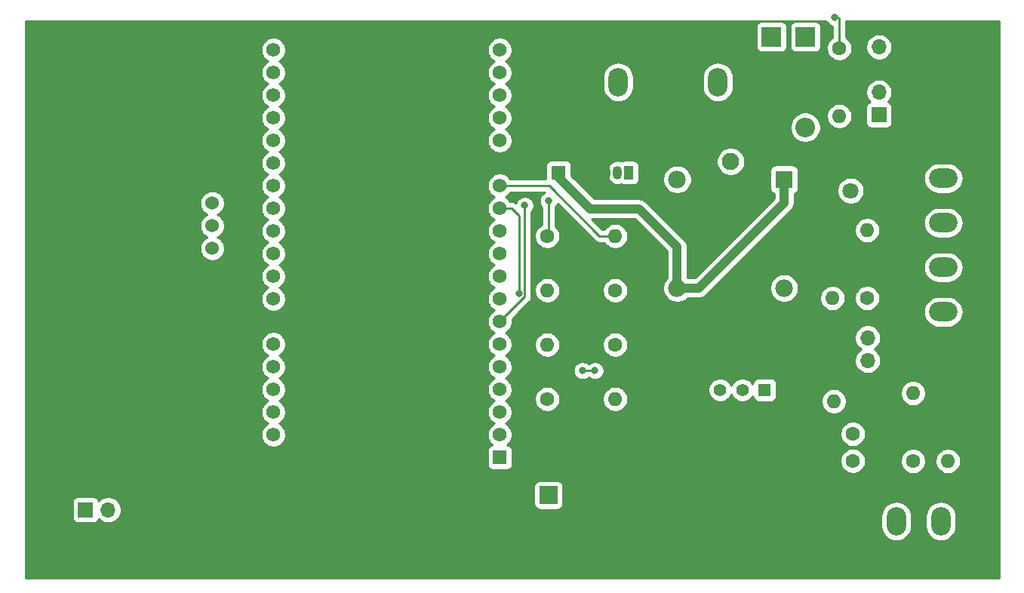
<source format=gbr>
%TF.GenerationSoftware,KiCad,Pcbnew,(5.1.7-0-10_14)*%
%TF.CreationDate,2021-06-29T16:16:18+02:00*%
%TF.ProjectId,NodeMCU32_Multisensor,4e6f6465-4d43-4553-9332-5f4d756c7469,rev?*%
%TF.SameCoordinates,Original*%
%TF.FileFunction,Copper,L2,Bot*%
%TF.FilePolarity,Positive*%
%FSLAX46Y46*%
G04 Gerber Fmt 4.6, Leading zero omitted, Abs format (unit mm)*
G04 Created by KiCad (PCBNEW (5.1.7-0-10_14)) date 2021-06-29 16:16:18*
%MOMM*%
%LPD*%
G01*
G04 APERTURE LIST*
%TA.AperFunction,ComponentPad*%
%ADD10O,3.200000X2.200000*%
%TD*%
%TA.AperFunction,ComponentPad*%
%ADD11C,0.800000*%
%TD*%
%TA.AperFunction,ComponentPad*%
%ADD12C,6.400000*%
%TD*%
%TA.AperFunction,ComponentPad*%
%ADD13O,1.600000X1.600000*%
%TD*%
%TA.AperFunction,ComponentPad*%
%ADD14C,1.600000*%
%TD*%
%TA.AperFunction,ComponentPad*%
%ADD15O,1.700000X1.700000*%
%TD*%
%TA.AperFunction,ComponentPad*%
%ADD16R,1.700000X1.700000*%
%TD*%
%TA.AperFunction,ComponentPad*%
%ADD17O,2.200000X3.200000*%
%TD*%
%TA.AperFunction,ComponentPad*%
%ADD18C,1.530000*%
%TD*%
%TA.AperFunction,ComponentPad*%
%ADD19C,1.560000*%
%TD*%
%TA.AperFunction,ComponentPad*%
%ADD20R,1.560000X1.560000*%
%TD*%
%TA.AperFunction,ComponentPad*%
%ADD21R,1.050000X1.500000*%
%TD*%
%TA.AperFunction,ComponentPad*%
%ADD22O,1.050000X1.500000*%
%TD*%
%TA.AperFunction,ComponentPad*%
%ADD23C,1.980000*%
%TD*%
%TA.AperFunction,ComponentPad*%
%ADD24C,1.935000*%
%TD*%
%TA.AperFunction,ComponentPad*%
%ADD25R,1.980000X1.980000*%
%TD*%
%TA.AperFunction,ComponentPad*%
%ADD26C,1.416000*%
%TD*%
%TA.AperFunction,ComponentPad*%
%ADD27R,1.416000X1.416000*%
%TD*%
%TA.AperFunction,ComponentPad*%
%ADD28O,2.200000X2.200000*%
%TD*%
%TA.AperFunction,ComponentPad*%
%ADD29R,2.200000X2.200000*%
%TD*%
%TA.AperFunction,ComponentPad*%
%ADD30C,1.800000*%
%TD*%
%TA.AperFunction,ComponentPad*%
%ADD31R,1.800000X1.800000*%
%TD*%
%TA.AperFunction,ComponentPad*%
%ADD32R,1.600000X1.600000*%
%TD*%
%TA.AperFunction,ComponentPad*%
%ADD33C,2.000000*%
%TD*%
%TA.AperFunction,ComponentPad*%
%ADD34R,2.000000X2.000000*%
%TD*%
%TA.AperFunction,ViaPad*%
%ADD35C,0.800000*%
%TD*%
%TA.AperFunction,Conductor*%
%ADD36C,1.000000*%
%TD*%
%TA.AperFunction,Conductor*%
%ADD37C,0.250000*%
%TD*%
%TA.AperFunction,Conductor*%
%ADD38C,0.254000*%
%TD*%
%TA.AperFunction,Conductor*%
%ADD39C,0.100000*%
%TD*%
G04 APERTURE END LIST*
D10*
%TO.P,J7,3*%
%TO.N,+3V3*%
X150087000Y-86825000D03*
%TO.P,J7,4*%
%TO.N,+5V*%
X150087000Y-91825000D03*
%TO.P,J7,5*%
%TO.N,GND*%
X150087000Y-96825000D03*
%TO.P,J7,1*%
%TO.N,ESP.17-SDA*%
X150087000Y-76825000D03*
%TO.P,J7,2*%
%TO.N,ESP.16-SCL*%
X150087000Y-81825000D03*
%TD*%
D11*
%TO.P,H4,1*%
%TO.N,GND*%
X70404056Y-113745944D03*
X68707000Y-113043000D03*
X67009944Y-113745944D03*
X66307000Y-115443000D03*
X67009944Y-117140056D03*
X68707000Y-117843000D03*
X70404056Y-117140056D03*
X71107000Y-115443000D03*
D12*
X68707000Y-115443000D03*
%TD*%
D11*
%TO.P,H3,1*%
%TO.N,GND*%
X70404056Y-64088944D03*
X68707000Y-63386000D03*
X67009944Y-64088944D03*
X66307000Y-65786000D03*
X67009944Y-67483056D03*
X68707000Y-68186000D03*
X70404056Y-67483056D03*
X71107000Y-65786000D03*
D12*
X68707000Y-65786000D03*
%TD*%
D11*
%TO.P,H2,1*%
%TO.N,GND*%
X128443056Y-113745944D03*
X126746000Y-113043000D03*
X125048944Y-113745944D03*
X124346000Y-115443000D03*
X125048944Y-117140056D03*
X126746000Y-117843000D03*
X128443056Y-117140056D03*
X129146000Y-115443000D03*
D12*
X126746000Y-115443000D03*
%TD*%
D11*
%TO.P,H1,1*%
%TO.N,GND*%
X150668056Y-64088944D03*
X148971000Y-63386000D03*
X147273944Y-64088944D03*
X146571000Y-65786000D03*
X147273944Y-67483056D03*
X148971000Y-68186000D03*
X150668056Y-67483056D03*
X151371000Y-65786000D03*
D12*
X148971000Y-65786000D03*
%TD*%
D13*
%TO.P,R11,2*%
%TO.N,ESP.13-DigGas*%
X150622000Y-108585000D03*
D14*
%TO.P,R11,1*%
%TO.N,GND*%
X150622000Y-100965000D03*
%TD*%
D13*
%TO.P,R10,2*%
%TO.N,Net-(J8-Pad2)*%
X146685000Y-100965000D03*
D14*
%TO.P,R10,1*%
%TO.N,ESP.13-DigGas*%
X146685000Y-108585000D03*
%TD*%
D13*
%TO.P,R9,2*%
%TO.N,Net-(J2-Pad1)*%
X113284000Y-101600000D03*
D14*
%TO.P,R9,1*%
%TO.N,ESP.14-NeopixelLED*%
X105664000Y-101600000D03*
%TD*%
D15*
%TO.P,J8,4*%
%TO.N,+5V*%
X142875000Y-62103000D03*
%TO.P,J8,3*%
%TO.N,GND*%
X142875000Y-64643000D03*
%TO.P,J8,2*%
%TO.N,Net-(J8-Pad2)*%
X142875000Y-67183000D03*
D16*
%TO.P,J8,1*%
%TO.N,ESP.32-AnaGas*%
X142875000Y-69723000D03*
%TD*%
D17*
%TO.P,J2,3*%
%TO.N,GND*%
X139813000Y-115316000D03*
%TO.P,J2,2*%
%TO.N,+5V*%
X144813000Y-115316000D03*
%TO.P,J2,1*%
%TO.N,Net-(J2-Pad1)*%
X149813000Y-115316000D03*
%TD*%
D18*
%TO.P,U2,1*%
%TO.N,+3V3*%
X68072000Y-79629000D03*
%TO.P,U2,4*%
%TO.N,GND*%
X68072000Y-87249000D03*
%TO.P,U2,3*%
%TO.N,ESP.21-Ulrtasonic.Echo*%
X68072000Y-84709000D03*
%TO.P,U2,2*%
%TO.N,ESP.22-Ultrasonic.Trigger*%
X68072000Y-82169000D03*
%TD*%
D19*
%TO.P,U1,38*%
%TO.N,Net-(U1-Pad38)*%
X74930000Y-62432000D03*
%TO.P,U1,37*%
%TO.N,Net-(U1-Pad37)*%
X74930000Y-64972000D03*
%TO.P,U1,36*%
%TO.N,Net-(U1-Pad36)*%
X74930000Y-67512000D03*
%TO.P,U1,35*%
%TO.N,Net-(U1-Pad35)*%
X74930000Y-70052000D03*
%TO.P,U1,34*%
%TO.N,Net-(U1-Pad34)*%
X74930000Y-72592000D03*
%TO.P,U1,33*%
%TO.N,Net-(U1-Pad33)*%
X74930000Y-75132000D03*
%TO.P,U1,32*%
%TO.N,Net-(U1-Pad32)*%
X74930000Y-77672000D03*
%TO.P,U1,31*%
%TO.N,ESP.16-SCL*%
X74930000Y-80212000D03*
%TO.P,U1,30*%
%TO.N,ESP.17-SDA*%
X74930000Y-82752000D03*
%TO.P,U1,29*%
%TO.N,ESP.5-Buzzer*%
X74930000Y-85292000D03*
%TO.P,U1,28*%
%TO.N,ESP.18-LED*%
X74930000Y-87832000D03*
%TO.P,U1,27*%
%TO.N,ESP.19-Bewegungsmelder*%
X74930000Y-90372000D03*
%TO.P,U1,26*%
%TO.N,GND*%
X74930000Y-92912000D03*
%TO.P,U1,25*%
%TO.N,ESP.21-Ulrtasonic.Echo*%
X74930000Y-95452000D03*
%TO.P,U1,24*%
%TO.N,Net-(U1-Pad24)*%
X74930000Y-97992000D03*
%TO.P,U1,23*%
%TO.N,Net-(U1-Pad23)*%
X74930000Y-100532000D03*
%TO.P,U1,22*%
%TO.N,ESP.22-Ultrasonic.Trigger*%
X74930000Y-103072000D03*
%TO.P,U1,21*%
%TO.N,ESP.23-DHT22*%
X74930000Y-105612000D03*
%TO.P,U1,20*%
%TO.N,GND*%
X74930000Y-108152000D03*
%TO.P,U1,18*%
%TO.N,Net-(U1-Pad18)*%
X100330000Y-64972000D03*
%TO.P,U1,17*%
%TO.N,Net-(U1-Pad17)*%
X100330000Y-67512000D03*
%TO.P,U1,16*%
%TO.N,Net-(U1-Pad16)*%
X100330000Y-70052000D03*
%TO.P,U1,15*%
%TO.N,ESP.13-DigGas*%
X100330000Y-72592000D03*
%TO.P,U1,14*%
%TO.N,GND*%
X100330000Y-75132000D03*
%TO.P,U1,13*%
%TO.N,ESP.12-Pumpe*%
X100330000Y-77672000D03*
%TO.P,U1,12*%
%TO.N,ESP.14-NeopixelLED*%
X100330000Y-80212000D03*
%TO.P,U1,11*%
%TO.N,Net-(U1-Pad11)*%
X100330000Y-82752000D03*
%TO.P,U1,10*%
%TO.N,Net-(U1-Pad10)*%
X100330000Y-85292000D03*
%TO.P,U1,9*%
%TO.N,Net-(U1-Pad9)*%
X100330000Y-87832000D03*
%TO.P,U1,8*%
%TO.N,Net-(U1-Pad8)*%
X100330000Y-90372000D03*
%TO.P,U1,7*%
%TO.N,ESP.32-AnaGas*%
X100330000Y-92912000D03*
%TO.P,U1,6*%
%TO.N,ESP.35-Helligkeitssensor*%
X100330000Y-95452000D03*
%TO.P,U1,5*%
%TO.N,ESP.34-Feuchtesensor*%
X100330000Y-97992000D03*
%TO.P,U1,4*%
%TO.N,Net-(U1-Pad4)*%
X100330000Y-100532000D03*
%TO.P,U1,3*%
%TO.N,Net-(U1-Pad3)*%
X100330000Y-103072000D03*
%TO.P,U1,19*%
%TO.N,+5V*%
X100330000Y-62432000D03*
%TO.P,U1,2*%
%TO.N,Net-(U1-Pad2)*%
X100330000Y-105612000D03*
D20*
%TO.P,U1,1*%
%TO.N,+3V3*%
X100330000Y-108152000D03*
%TD*%
D13*
%TO.P,R8,2*%
%TO.N,ESP.12-Pumpe*%
X113284000Y-83312000D03*
D14*
%TO.P,R8,1*%
%TO.N,Net-(Q1-Pad2)*%
X105664000Y-83312000D03*
%TD*%
D13*
%TO.P,R7,2*%
%TO.N,Net-(J4-Pad3)*%
X141556000Y-82680000D03*
D14*
%TO.P,R7,1*%
%TO.N,ESP.34-Feuchtesensor*%
X141556000Y-90300000D03*
%TD*%
D13*
%TO.P,R6,2*%
%TO.N,ESP.34-Feuchtesensor*%
X137668000Y-90297000D03*
D14*
%TO.P,R6,1*%
%TO.N,GND*%
X137668000Y-82677000D03*
%TD*%
D13*
%TO.P,R5,2*%
%TO.N,ESP.35-Helligkeitssensor*%
X137795000Y-101854000D03*
D14*
%TO.P,R5,1*%
%TO.N,GND*%
X137795000Y-94234000D03*
%TD*%
%TO.P,R4,2*%
%TO.N,ESP.35-Helligkeitssensor*%
X139954000Y-108537000D03*
%TO.P,R4,1*%
%TO.N,+3V3*%
X139954000Y-105537000D03*
%TD*%
D13*
%TO.P,R3,2*%
%TO.N,+3V3*%
X105664000Y-95504000D03*
D14*
%TO.P,R3,1*%
%TO.N,ESP.23-DHT22*%
X113284000Y-95504000D03*
%TD*%
D13*
%TO.P,R2,2*%
%TO.N,ESP.5-Buzzer*%
X105664000Y-89408000D03*
D14*
%TO.P,R2,1*%
%TO.N,Net-(BZ1-Pad1)*%
X113284000Y-89408000D03*
%TD*%
D13*
%TO.P,R1,2*%
%TO.N,Net-(D1-Pad2)*%
X138430000Y-69850000D03*
D14*
%TO.P,R1,1*%
%TO.N,ESP.18-LED*%
X138430000Y-62230000D03*
%TD*%
D21*
%TO.P,Q1,1*%
%TO.N,Net-(D2-Pad2)*%
X114808000Y-76200000D03*
D22*
%TO.P,Q1,3*%
%TO.N,GND*%
X112268000Y-76200000D03*
%TO.P,Q1,2*%
%TO.N,Net-(Q1-Pad2)*%
X113538000Y-76200000D03*
%TD*%
D23*
%TO.P,K1,NC*%
%TO.N,Net-(K1-PadNC)*%
X132238000Y-89158000D03*
%TO.P,K1,NO*%
%TO.N,+5V*%
X120238000Y-89158000D03*
%TO.P,K1,A2*%
%TO.N,Net-(D2-Pad2)*%
X120238000Y-76958000D03*
D24*
%TO.P,K1,COM*%
%TO.N,Net-(D3-Pad1)*%
X126238000Y-74958000D03*
D25*
%TO.P,K1,A1*%
%TO.N,+5V*%
X132238000Y-76958000D03*
%TD*%
D17*
%TO.P,J6,2*%
%TO.N,GND*%
X108618000Y-66040000D03*
%TO.P,J6,1*%
%TO.N,+5V*%
X113618000Y-66040000D03*
%TD*%
%TO.P,J5,2*%
%TO.N,Net-(D3-Pad1)*%
X124808000Y-66040000D03*
%TO.P,J5,1*%
%TO.N,GND*%
X119808000Y-66040000D03*
%TD*%
D15*
%TO.P,J4,3*%
%TO.N,Net-(J4-Pad3)*%
X141605000Y-94742000D03*
%TO.P,J4,2*%
%TO.N,+5V*%
X141605000Y-97282000D03*
D16*
%TO.P,J4,1*%
%TO.N,GND*%
X141605000Y-99822000D03*
%TD*%
D15*
%TO.P,J3,3*%
%TO.N,GND*%
X58928000Y-114046000D03*
%TO.P,J3,2*%
%TO.N,ESP.19-Bewegungsmelder*%
X56388000Y-114046000D03*
D16*
%TO.P,J3,1*%
%TO.N,+3V3*%
X53848000Y-114046000D03*
%TD*%
D26*
%TO.P,J1,4*%
%TO.N,GND*%
X122548000Y-100584000D03*
%TO.P,J1,3*%
%TO.N,Net-(J1-Pad3)*%
X125048000Y-100584000D03*
%TO.P,J1,2*%
%TO.N,ESP.23-DHT22*%
X127548000Y-100584000D03*
D27*
%TO.P,J1,1*%
%TO.N,+3V3*%
X130048000Y-100584000D03*
%TD*%
D28*
%TO.P,D3,2*%
%TO.N,GND*%
X130810000Y-71120000D03*
D29*
%TO.P,D3,1*%
%TO.N,Net-(D3-Pad1)*%
X130810000Y-60960000D03*
%TD*%
D28*
%TO.P,D2,2*%
%TO.N,Net-(D2-Pad2)*%
X134620000Y-71120000D03*
D29*
%TO.P,D2,1*%
%TO.N,+5V*%
X134620000Y-60960000D03*
%TD*%
D30*
%TO.P,D1,2*%
%TO.N,Net-(D1-Pad2)*%
X139700000Y-78232000D03*
D31*
%TO.P,D1,1*%
%TO.N,GND*%
X139700000Y-75692000D03*
%TD*%
D14*
%TO.P,C1,2*%
%TO.N,GND*%
X104434000Y-76200000D03*
D32*
%TO.P,C1,1*%
%TO.N,+5V*%
X106934000Y-76200000D03*
%TD*%
D33*
%TO.P,BZ1,2*%
%TO.N,GND*%
X113391000Y-112395000D03*
D34*
%TO.P,BZ1,1*%
%TO.N,Net-(BZ1-Pad1)*%
X105791000Y-112395000D03*
%TD*%
D35*
%TO.N,ESP.14-NeopixelLED*%
X102489000Y-89789000D03*
%TO.N,Net-(Q1-Pad2)*%
X105791000Y-79375000D03*
%TO.N,+3V3*%
X109601000Y-98425000D03*
X110998000Y-98425000D03*
%TO.N,ESP.18-LED*%
X137922000Y-58801000D03*
%TO.N,ESP.32-AnaGas*%
X103124000Y-79883000D03*
%TD*%
D36*
%TO.N,+5V*%
X132238000Y-76958000D02*
X132238000Y-79598000D01*
X122678000Y-89158000D02*
X120238000Y-89158000D01*
X132238000Y-79598000D02*
X122678000Y-89158000D01*
X106934000Y-76200000D02*
X106934000Y-76708000D01*
X106934000Y-76708000D02*
X110490000Y-80264000D01*
X110490000Y-80264000D02*
X115951000Y-80264000D01*
X120238000Y-84551000D02*
X120238000Y-89158000D01*
X115951000Y-80264000D02*
X120238000Y-84551000D01*
D37*
%TO.N,+3V3*%
X109601000Y-98425000D02*
X110998000Y-98425000D01*
%TO.N,Net-(Q1-Pad2)*%
X105791000Y-83185000D02*
X105664000Y-83312000D01*
X105791000Y-79375000D02*
X105791000Y-83185000D01*
%TO.N,ESP.18-LED*%
X137922000Y-58801000D02*
X138303000Y-58801000D01*
X138430000Y-58928000D02*
X138430000Y-62230000D01*
X138303000Y-58801000D02*
X138430000Y-58928000D01*
%TO.N,ESP.32-AnaGas*%
X103124000Y-90118000D02*
X103124000Y-79883000D01*
X100330000Y-92912000D02*
X103124000Y-90118000D01*
%TO.N,ESP.12-Pumpe*%
X100330000Y-77672000D02*
X105866000Y-77672000D01*
X111506000Y-83312000D02*
X113284000Y-83312000D01*
X105866000Y-77672000D02*
X111506000Y-83312000D01*
%TO.N,ESP.14-NeopixelLED*%
X102489000Y-81026000D02*
X101675000Y-80212000D01*
X101675000Y-80212000D02*
X100330000Y-80212000D01*
X102489000Y-89789000D02*
X102489000Y-81026000D01*
%TD*%
D38*
%TO.N,GND*%
X137004795Y-59291256D02*
X137118063Y-59460774D01*
X137262226Y-59604937D01*
X137431744Y-59718205D01*
X137620102Y-59796226D01*
X137670000Y-59806151D01*
X137670001Y-61011956D01*
X137515241Y-61115363D01*
X137315363Y-61315241D01*
X137158320Y-61550273D01*
X137050147Y-61811426D01*
X136995000Y-62088665D01*
X136995000Y-62371335D01*
X137050147Y-62648574D01*
X137158320Y-62909727D01*
X137315363Y-63144759D01*
X137515241Y-63344637D01*
X137750273Y-63501680D01*
X138011426Y-63609853D01*
X138288665Y-63665000D01*
X138571335Y-63665000D01*
X138848574Y-63609853D01*
X139109727Y-63501680D01*
X139344759Y-63344637D01*
X139544637Y-63144759D01*
X139701680Y-62909727D01*
X139809853Y-62648574D01*
X139865000Y-62371335D01*
X139865000Y-62088665D01*
X139838759Y-61956740D01*
X141390000Y-61956740D01*
X141390000Y-62249260D01*
X141447068Y-62536158D01*
X141559010Y-62806411D01*
X141721525Y-63049632D01*
X141928368Y-63256475D01*
X142171589Y-63418990D01*
X142441842Y-63530932D01*
X142728740Y-63588000D01*
X143021260Y-63588000D01*
X143308158Y-63530932D01*
X143578411Y-63418990D01*
X143821632Y-63256475D01*
X144028475Y-63049632D01*
X144190990Y-62806411D01*
X144302932Y-62536158D01*
X144360000Y-62249260D01*
X144360000Y-61956740D01*
X144302932Y-61669842D01*
X144190990Y-61399589D01*
X144028475Y-61156368D01*
X143821632Y-60949525D01*
X143578411Y-60787010D01*
X143308158Y-60675068D01*
X143021260Y-60618000D01*
X142728740Y-60618000D01*
X142441842Y-60675068D01*
X142171589Y-60787010D01*
X141928368Y-60949525D01*
X141721525Y-61156368D01*
X141559010Y-61399589D01*
X141447068Y-61669842D01*
X141390000Y-61956740D01*
X139838759Y-61956740D01*
X139809853Y-61811426D01*
X139701680Y-61550273D01*
X139544637Y-61315241D01*
X139344759Y-61115363D01*
X139190000Y-61011957D01*
X139190000Y-59182000D01*
X156337000Y-59182000D01*
X156337000Y-121666000D01*
X47117000Y-121666000D01*
X47117000Y-113196000D01*
X52359928Y-113196000D01*
X52359928Y-114896000D01*
X52372188Y-115020482D01*
X52408498Y-115140180D01*
X52467463Y-115250494D01*
X52546815Y-115347185D01*
X52643506Y-115426537D01*
X52753820Y-115485502D01*
X52873518Y-115521812D01*
X52998000Y-115534072D01*
X54698000Y-115534072D01*
X54822482Y-115521812D01*
X54942180Y-115485502D01*
X55052494Y-115426537D01*
X55149185Y-115347185D01*
X55228537Y-115250494D01*
X55287502Y-115140180D01*
X55309513Y-115067620D01*
X55441368Y-115199475D01*
X55684589Y-115361990D01*
X55954842Y-115473932D01*
X56241740Y-115531000D01*
X56534260Y-115531000D01*
X56821158Y-115473932D01*
X57091411Y-115361990D01*
X57334632Y-115199475D01*
X57541475Y-114992632D01*
X57703990Y-114749411D01*
X57711709Y-114730775D01*
X143078000Y-114730775D01*
X143078000Y-115901224D01*
X143103105Y-116156118D01*
X143202314Y-116483167D01*
X143363421Y-116784577D01*
X143580234Y-117048766D01*
X143844422Y-117265579D01*
X144145832Y-117426686D01*
X144472881Y-117525895D01*
X144813000Y-117559394D01*
X145153118Y-117525895D01*
X145480167Y-117426686D01*
X145781577Y-117265579D01*
X146045766Y-117048766D01*
X146262579Y-116784578D01*
X146423686Y-116483168D01*
X146522895Y-116156119D01*
X146548000Y-115901225D01*
X146548000Y-114730775D01*
X148078000Y-114730775D01*
X148078000Y-115901224D01*
X148103105Y-116156118D01*
X148202314Y-116483167D01*
X148363421Y-116784577D01*
X148580234Y-117048766D01*
X148844422Y-117265579D01*
X149145832Y-117426686D01*
X149472881Y-117525895D01*
X149813000Y-117559394D01*
X150153118Y-117525895D01*
X150480167Y-117426686D01*
X150781577Y-117265579D01*
X151045766Y-117048766D01*
X151262579Y-116784578D01*
X151423686Y-116483168D01*
X151522895Y-116156119D01*
X151548000Y-115901225D01*
X151548000Y-114730775D01*
X151522895Y-114475881D01*
X151423686Y-114148832D01*
X151262579Y-113847422D01*
X151045766Y-113583234D01*
X150781578Y-113366421D01*
X150480168Y-113205314D01*
X150153119Y-113106105D01*
X149813000Y-113072606D01*
X149472882Y-113106105D01*
X149145833Y-113205314D01*
X148844423Y-113366421D01*
X148580235Y-113583234D01*
X148363422Y-113847422D01*
X148202314Y-114148832D01*
X148103105Y-114475881D01*
X148078000Y-114730775D01*
X146548000Y-114730775D01*
X146522895Y-114475881D01*
X146423686Y-114148832D01*
X146262579Y-113847422D01*
X146045766Y-113583234D01*
X145781578Y-113366421D01*
X145480168Y-113205314D01*
X145153119Y-113106105D01*
X144813000Y-113072606D01*
X144472882Y-113106105D01*
X144145833Y-113205314D01*
X143844423Y-113366421D01*
X143580235Y-113583234D01*
X143363422Y-113847422D01*
X143202314Y-114148832D01*
X143103105Y-114475881D01*
X143078000Y-114730775D01*
X57711709Y-114730775D01*
X57815932Y-114479158D01*
X57873000Y-114192260D01*
X57873000Y-113899740D01*
X57815932Y-113612842D01*
X57703990Y-113342589D01*
X57541475Y-113099368D01*
X57334632Y-112892525D01*
X57091411Y-112730010D01*
X56821158Y-112618068D01*
X56534260Y-112561000D01*
X56241740Y-112561000D01*
X55954842Y-112618068D01*
X55684589Y-112730010D01*
X55441368Y-112892525D01*
X55309513Y-113024380D01*
X55287502Y-112951820D01*
X55228537Y-112841506D01*
X55149185Y-112744815D01*
X55052494Y-112665463D01*
X54942180Y-112606498D01*
X54822482Y-112570188D01*
X54698000Y-112557928D01*
X52998000Y-112557928D01*
X52873518Y-112570188D01*
X52753820Y-112606498D01*
X52643506Y-112665463D01*
X52546815Y-112744815D01*
X52467463Y-112841506D01*
X52408498Y-112951820D01*
X52372188Y-113071518D01*
X52359928Y-113196000D01*
X47117000Y-113196000D01*
X47117000Y-111395000D01*
X104152928Y-111395000D01*
X104152928Y-113395000D01*
X104165188Y-113519482D01*
X104201498Y-113639180D01*
X104260463Y-113749494D01*
X104339815Y-113846185D01*
X104436506Y-113925537D01*
X104546820Y-113984502D01*
X104666518Y-114020812D01*
X104791000Y-114033072D01*
X106791000Y-114033072D01*
X106915482Y-114020812D01*
X107035180Y-113984502D01*
X107145494Y-113925537D01*
X107242185Y-113846185D01*
X107321537Y-113749494D01*
X107380502Y-113639180D01*
X107416812Y-113519482D01*
X107429072Y-113395000D01*
X107429072Y-111395000D01*
X107416812Y-111270518D01*
X107380502Y-111150820D01*
X107321537Y-111040506D01*
X107242185Y-110943815D01*
X107145494Y-110864463D01*
X107035180Y-110805498D01*
X106915482Y-110769188D01*
X106791000Y-110756928D01*
X104791000Y-110756928D01*
X104666518Y-110769188D01*
X104546820Y-110805498D01*
X104436506Y-110864463D01*
X104339815Y-110943815D01*
X104260463Y-111040506D01*
X104201498Y-111150820D01*
X104165188Y-111270518D01*
X104152928Y-111395000D01*
X47117000Y-111395000D01*
X47117000Y-107372000D01*
X98911928Y-107372000D01*
X98911928Y-108932000D01*
X98924188Y-109056482D01*
X98960498Y-109176180D01*
X99019463Y-109286494D01*
X99098815Y-109383185D01*
X99195506Y-109462537D01*
X99305820Y-109521502D01*
X99425518Y-109557812D01*
X99550000Y-109570072D01*
X101110000Y-109570072D01*
X101234482Y-109557812D01*
X101354180Y-109521502D01*
X101464494Y-109462537D01*
X101561185Y-109383185D01*
X101640537Y-109286494D01*
X101699502Y-109176180D01*
X101735812Y-109056482D01*
X101748072Y-108932000D01*
X101748072Y-108395665D01*
X138519000Y-108395665D01*
X138519000Y-108678335D01*
X138574147Y-108955574D01*
X138682320Y-109216727D01*
X138839363Y-109451759D01*
X139039241Y-109651637D01*
X139274273Y-109808680D01*
X139535426Y-109916853D01*
X139812665Y-109972000D01*
X140095335Y-109972000D01*
X140372574Y-109916853D01*
X140633727Y-109808680D01*
X140868759Y-109651637D01*
X141068637Y-109451759D01*
X141225680Y-109216727D01*
X141333853Y-108955574D01*
X141389000Y-108678335D01*
X141389000Y-108443665D01*
X145250000Y-108443665D01*
X145250000Y-108726335D01*
X145305147Y-109003574D01*
X145413320Y-109264727D01*
X145570363Y-109499759D01*
X145770241Y-109699637D01*
X146005273Y-109856680D01*
X146266426Y-109964853D01*
X146543665Y-110020000D01*
X146826335Y-110020000D01*
X147103574Y-109964853D01*
X147364727Y-109856680D01*
X147599759Y-109699637D01*
X147799637Y-109499759D01*
X147956680Y-109264727D01*
X148064853Y-109003574D01*
X148120000Y-108726335D01*
X148120000Y-108443665D01*
X149187000Y-108443665D01*
X149187000Y-108726335D01*
X149242147Y-109003574D01*
X149350320Y-109264727D01*
X149507363Y-109499759D01*
X149707241Y-109699637D01*
X149942273Y-109856680D01*
X150203426Y-109964853D01*
X150480665Y-110020000D01*
X150763335Y-110020000D01*
X151040574Y-109964853D01*
X151301727Y-109856680D01*
X151536759Y-109699637D01*
X151736637Y-109499759D01*
X151893680Y-109264727D01*
X152001853Y-109003574D01*
X152057000Y-108726335D01*
X152057000Y-108443665D01*
X152001853Y-108166426D01*
X151893680Y-107905273D01*
X151736637Y-107670241D01*
X151536759Y-107470363D01*
X151301727Y-107313320D01*
X151040574Y-107205147D01*
X150763335Y-107150000D01*
X150480665Y-107150000D01*
X150203426Y-107205147D01*
X149942273Y-107313320D01*
X149707241Y-107470363D01*
X149507363Y-107670241D01*
X149350320Y-107905273D01*
X149242147Y-108166426D01*
X149187000Y-108443665D01*
X148120000Y-108443665D01*
X148064853Y-108166426D01*
X147956680Y-107905273D01*
X147799637Y-107670241D01*
X147599759Y-107470363D01*
X147364727Y-107313320D01*
X147103574Y-107205147D01*
X146826335Y-107150000D01*
X146543665Y-107150000D01*
X146266426Y-107205147D01*
X146005273Y-107313320D01*
X145770241Y-107470363D01*
X145570363Y-107670241D01*
X145413320Y-107905273D01*
X145305147Y-108166426D01*
X145250000Y-108443665D01*
X141389000Y-108443665D01*
X141389000Y-108395665D01*
X141333853Y-108118426D01*
X141225680Y-107857273D01*
X141068637Y-107622241D01*
X140868759Y-107422363D01*
X140633727Y-107265320D01*
X140372574Y-107157147D01*
X140095335Y-107102000D01*
X139812665Y-107102000D01*
X139535426Y-107157147D01*
X139274273Y-107265320D01*
X139039241Y-107422363D01*
X138839363Y-107622241D01*
X138682320Y-107857273D01*
X138574147Y-108118426D01*
X138519000Y-108395665D01*
X101748072Y-108395665D01*
X101748072Y-107372000D01*
X101735812Y-107247518D01*
X101699502Y-107127820D01*
X101640537Y-107017506D01*
X101561185Y-106920815D01*
X101464494Y-106841463D01*
X101354180Y-106782498D01*
X101234482Y-106746188D01*
X101186564Y-106741469D01*
X101232010Y-106711103D01*
X101429103Y-106514010D01*
X101583957Y-106282254D01*
X101690623Y-106024740D01*
X101745000Y-105751365D01*
X101745000Y-105472635D01*
X101729690Y-105395665D01*
X138519000Y-105395665D01*
X138519000Y-105678335D01*
X138574147Y-105955574D01*
X138682320Y-106216727D01*
X138839363Y-106451759D01*
X139039241Y-106651637D01*
X139274273Y-106808680D01*
X139535426Y-106916853D01*
X139812665Y-106972000D01*
X140095335Y-106972000D01*
X140372574Y-106916853D01*
X140633727Y-106808680D01*
X140868759Y-106651637D01*
X141068637Y-106451759D01*
X141225680Y-106216727D01*
X141333853Y-105955574D01*
X141389000Y-105678335D01*
X141389000Y-105395665D01*
X141333853Y-105118426D01*
X141225680Y-104857273D01*
X141068637Y-104622241D01*
X140868759Y-104422363D01*
X140633727Y-104265320D01*
X140372574Y-104157147D01*
X140095335Y-104102000D01*
X139812665Y-104102000D01*
X139535426Y-104157147D01*
X139274273Y-104265320D01*
X139039241Y-104422363D01*
X138839363Y-104622241D01*
X138682320Y-104857273D01*
X138574147Y-105118426D01*
X138519000Y-105395665D01*
X101729690Y-105395665D01*
X101690623Y-105199260D01*
X101583957Y-104941746D01*
X101429103Y-104709990D01*
X101232010Y-104512897D01*
X101000254Y-104358043D01*
X100961523Y-104342000D01*
X101000254Y-104325957D01*
X101232010Y-104171103D01*
X101429103Y-103974010D01*
X101583957Y-103742254D01*
X101690623Y-103484740D01*
X101745000Y-103211365D01*
X101745000Y-102932635D01*
X101690623Y-102659260D01*
X101583957Y-102401746D01*
X101429103Y-102169990D01*
X101232010Y-101972897D01*
X101000254Y-101818043D01*
X100961523Y-101802000D01*
X101000254Y-101785957D01*
X101232010Y-101631103D01*
X101404448Y-101458665D01*
X104229000Y-101458665D01*
X104229000Y-101741335D01*
X104284147Y-102018574D01*
X104392320Y-102279727D01*
X104549363Y-102514759D01*
X104749241Y-102714637D01*
X104984273Y-102871680D01*
X105245426Y-102979853D01*
X105522665Y-103035000D01*
X105805335Y-103035000D01*
X106082574Y-102979853D01*
X106343727Y-102871680D01*
X106578759Y-102714637D01*
X106778637Y-102514759D01*
X106935680Y-102279727D01*
X107043853Y-102018574D01*
X107099000Y-101741335D01*
X107099000Y-101458665D01*
X111849000Y-101458665D01*
X111849000Y-101741335D01*
X111904147Y-102018574D01*
X112012320Y-102279727D01*
X112169363Y-102514759D01*
X112369241Y-102714637D01*
X112604273Y-102871680D01*
X112865426Y-102979853D01*
X113142665Y-103035000D01*
X113425335Y-103035000D01*
X113702574Y-102979853D01*
X113963727Y-102871680D01*
X114198759Y-102714637D01*
X114398637Y-102514759D01*
X114555680Y-102279727D01*
X114663853Y-102018574D01*
X114719000Y-101741335D01*
X114719000Y-101458665D01*
X114663853Y-101181426D01*
X114555680Y-100920273D01*
X114398637Y-100685241D01*
X114198759Y-100485363D01*
X114148418Y-100451726D01*
X123705000Y-100451726D01*
X123705000Y-100716274D01*
X123756611Y-100975739D01*
X123857849Y-101220149D01*
X124004824Y-101440112D01*
X124191888Y-101627176D01*
X124411851Y-101774151D01*
X124656261Y-101875389D01*
X124915726Y-101927000D01*
X125180274Y-101927000D01*
X125439739Y-101875389D01*
X125684149Y-101774151D01*
X125904112Y-101627176D01*
X126091176Y-101440112D01*
X126238151Y-101220149D01*
X126298000Y-101075661D01*
X126357849Y-101220149D01*
X126504824Y-101440112D01*
X126691888Y-101627176D01*
X126911851Y-101774151D01*
X127156261Y-101875389D01*
X127415726Y-101927000D01*
X127680274Y-101927000D01*
X127939739Y-101875389D01*
X128184149Y-101774151D01*
X128404112Y-101627176D01*
X128591176Y-101440112D01*
X128701928Y-101274360D01*
X128701928Y-101292000D01*
X128714188Y-101416482D01*
X128750498Y-101536180D01*
X128809463Y-101646494D01*
X128888815Y-101743185D01*
X128985506Y-101822537D01*
X129095820Y-101881502D01*
X129215518Y-101917812D01*
X129340000Y-101930072D01*
X130756000Y-101930072D01*
X130880482Y-101917812D01*
X131000180Y-101881502D01*
X131110494Y-101822537D01*
X131207185Y-101743185D01*
X131232232Y-101712665D01*
X136360000Y-101712665D01*
X136360000Y-101995335D01*
X136415147Y-102272574D01*
X136523320Y-102533727D01*
X136680363Y-102768759D01*
X136880241Y-102968637D01*
X137115273Y-103125680D01*
X137376426Y-103233853D01*
X137653665Y-103289000D01*
X137936335Y-103289000D01*
X138213574Y-103233853D01*
X138474727Y-103125680D01*
X138709759Y-102968637D01*
X138909637Y-102768759D01*
X139066680Y-102533727D01*
X139174853Y-102272574D01*
X139230000Y-101995335D01*
X139230000Y-101712665D01*
X139174853Y-101435426D01*
X139066680Y-101174273D01*
X138909637Y-100939241D01*
X138794061Y-100823665D01*
X145250000Y-100823665D01*
X145250000Y-101106335D01*
X145305147Y-101383574D01*
X145413320Y-101644727D01*
X145570363Y-101879759D01*
X145770241Y-102079637D01*
X146005273Y-102236680D01*
X146266426Y-102344853D01*
X146543665Y-102400000D01*
X146826335Y-102400000D01*
X147103574Y-102344853D01*
X147364727Y-102236680D01*
X147599759Y-102079637D01*
X147799637Y-101879759D01*
X147956680Y-101644727D01*
X148064853Y-101383574D01*
X148120000Y-101106335D01*
X148120000Y-100823665D01*
X148064853Y-100546426D01*
X147956680Y-100285273D01*
X147799637Y-100050241D01*
X147599759Y-99850363D01*
X147364727Y-99693320D01*
X147103574Y-99585147D01*
X146826335Y-99530000D01*
X146543665Y-99530000D01*
X146266426Y-99585147D01*
X146005273Y-99693320D01*
X145770241Y-99850363D01*
X145570363Y-100050241D01*
X145413320Y-100285273D01*
X145305147Y-100546426D01*
X145250000Y-100823665D01*
X138794061Y-100823665D01*
X138709759Y-100739363D01*
X138474727Y-100582320D01*
X138213574Y-100474147D01*
X137936335Y-100419000D01*
X137653665Y-100419000D01*
X137376426Y-100474147D01*
X137115273Y-100582320D01*
X136880241Y-100739363D01*
X136680363Y-100939241D01*
X136523320Y-101174273D01*
X136415147Y-101435426D01*
X136360000Y-101712665D01*
X131232232Y-101712665D01*
X131286537Y-101646494D01*
X131345502Y-101536180D01*
X131381812Y-101416482D01*
X131394072Y-101292000D01*
X131394072Y-99876000D01*
X131381812Y-99751518D01*
X131345502Y-99631820D01*
X131286537Y-99521506D01*
X131207185Y-99424815D01*
X131110494Y-99345463D01*
X131000180Y-99286498D01*
X130880482Y-99250188D01*
X130756000Y-99237928D01*
X129340000Y-99237928D01*
X129215518Y-99250188D01*
X129095820Y-99286498D01*
X128985506Y-99345463D01*
X128888815Y-99424815D01*
X128809463Y-99521506D01*
X128750498Y-99631820D01*
X128714188Y-99751518D01*
X128701928Y-99876000D01*
X128701928Y-99893640D01*
X128591176Y-99727888D01*
X128404112Y-99540824D01*
X128184149Y-99393849D01*
X127939739Y-99292611D01*
X127680274Y-99241000D01*
X127415726Y-99241000D01*
X127156261Y-99292611D01*
X126911851Y-99393849D01*
X126691888Y-99540824D01*
X126504824Y-99727888D01*
X126357849Y-99947851D01*
X126298000Y-100092339D01*
X126238151Y-99947851D01*
X126091176Y-99727888D01*
X125904112Y-99540824D01*
X125684149Y-99393849D01*
X125439739Y-99292611D01*
X125180274Y-99241000D01*
X124915726Y-99241000D01*
X124656261Y-99292611D01*
X124411851Y-99393849D01*
X124191888Y-99540824D01*
X124004824Y-99727888D01*
X123857849Y-99947851D01*
X123756611Y-100192261D01*
X123705000Y-100451726D01*
X114148418Y-100451726D01*
X113963727Y-100328320D01*
X113702574Y-100220147D01*
X113425335Y-100165000D01*
X113142665Y-100165000D01*
X112865426Y-100220147D01*
X112604273Y-100328320D01*
X112369241Y-100485363D01*
X112169363Y-100685241D01*
X112012320Y-100920273D01*
X111904147Y-101181426D01*
X111849000Y-101458665D01*
X107099000Y-101458665D01*
X107043853Y-101181426D01*
X106935680Y-100920273D01*
X106778637Y-100685241D01*
X106578759Y-100485363D01*
X106343727Y-100328320D01*
X106082574Y-100220147D01*
X105805335Y-100165000D01*
X105522665Y-100165000D01*
X105245426Y-100220147D01*
X104984273Y-100328320D01*
X104749241Y-100485363D01*
X104549363Y-100685241D01*
X104392320Y-100920273D01*
X104284147Y-101181426D01*
X104229000Y-101458665D01*
X101404448Y-101458665D01*
X101429103Y-101434010D01*
X101583957Y-101202254D01*
X101690623Y-100944740D01*
X101745000Y-100671365D01*
X101745000Y-100392635D01*
X101690623Y-100119260D01*
X101583957Y-99861746D01*
X101429103Y-99629990D01*
X101232010Y-99432897D01*
X101000254Y-99278043D01*
X100961523Y-99262000D01*
X101000254Y-99245957D01*
X101232010Y-99091103D01*
X101429103Y-98894010D01*
X101583957Y-98662254D01*
X101690623Y-98404740D01*
X101706869Y-98323061D01*
X108566000Y-98323061D01*
X108566000Y-98526939D01*
X108605774Y-98726898D01*
X108683795Y-98915256D01*
X108797063Y-99084774D01*
X108941226Y-99228937D01*
X109110744Y-99342205D01*
X109299102Y-99420226D01*
X109499061Y-99460000D01*
X109702939Y-99460000D01*
X109902898Y-99420226D01*
X110091256Y-99342205D01*
X110260774Y-99228937D01*
X110299500Y-99190211D01*
X110338226Y-99228937D01*
X110507744Y-99342205D01*
X110696102Y-99420226D01*
X110896061Y-99460000D01*
X111099939Y-99460000D01*
X111299898Y-99420226D01*
X111488256Y-99342205D01*
X111657774Y-99228937D01*
X111801937Y-99084774D01*
X111915205Y-98915256D01*
X111993226Y-98726898D01*
X112033000Y-98526939D01*
X112033000Y-98323061D01*
X111993226Y-98123102D01*
X111915205Y-97934744D01*
X111801937Y-97765226D01*
X111657774Y-97621063D01*
X111488256Y-97507795D01*
X111299898Y-97429774D01*
X111099939Y-97390000D01*
X110896061Y-97390000D01*
X110696102Y-97429774D01*
X110507744Y-97507795D01*
X110338226Y-97621063D01*
X110299500Y-97659789D01*
X110260774Y-97621063D01*
X110091256Y-97507795D01*
X109902898Y-97429774D01*
X109702939Y-97390000D01*
X109499061Y-97390000D01*
X109299102Y-97429774D01*
X109110744Y-97507795D01*
X108941226Y-97621063D01*
X108797063Y-97765226D01*
X108683795Y-97934744D01*
X108605774Y-98123102D01*
X108566000Y-98323061D01*
X101706869Y-98323061D01*
X101745000Y-98131365D01*
X101745000Y-97852635D01*
X101690623Y-97579260D01*
X101583957Y-97321746D01*
X101429103Y-97089990D01*
X101232010Y-96892897D01*
X101000254Y-96738043D01*
X100961523Y-96722000D01*
X101000254Y-96705957D01*
X101232010Y-96551103D01*
X101429103Y-96354010D01*
X101583957Y-96122254D01*
X101690623Y-95864740D01*
X101745000Y-95591365D01*
X101745000Y-95362665D01*
X104229000Y-95362665D01*
X104229000Y-95645335D01*
X104284147Y-95922574D01*
X104392320Y-96183727D01*
X104549363Y-96418759D01*
X104749241Y-96618637D01*
X104984273Y-96775680D01*
X105245426Y-96883853D01*
X105522665Y-96939000D01*
X105805335Y-96939000D01*
X106082574Y-96883853D01*
X106343727Y-96775680D01*
X106578759Y-96618637D01*
X106778637Y-96418759D01*
X106935680Y-96183727D01*
X107043853Y-95922574D01*
X107099000Y-95645335D01*
X107099000Y-95362665D01*
X111849000Y-95362665D01*
X111849000Y-95645335D01*
X111904147Y-95922574D01*
X112012320Y-96183727D01*
X112169363Y-96418759D01*
X112369241Y-96618637D01*
X112604273Y-96775680D01*
X112865426Y-96883853D01*
X113142665Y-96939000D01*
X113425335Y-96939000D01*
X113702574Y-96883853D01*
X113963727Y-96775680D01*
X114198759Y-96618637D01*
X114398637Y-96418759D01*
X114555680Y-96183727D01*
X114663853Y-95922574D01*
X114719000Y-95645335D01*
X114719000Y-95362665D01*
X114663853Y-95085426D01*
X114555680Y-94824273D01*
X114402980Y-94595740D01*
X140120000Y-94595740D01*
X140120000Y-94888260D01*
X140177068Y-95175158D01*
X140289010Y-95445411D01*
X140451525Y-95688632D01*
X140658368Y-95895475D01*
X140832760Y-96012000D01*
X140658368Y-96128525D01*
X140451525Y-96335368D01*
X140289010Y-96578589D01*
X140177068Y-96848842D01*
X140120000Y-97135740D01*
X140120000Y-97428260D01*
X140177068Y-97715158D01*
X140289010Y-97985411D01*
X140451525Y-98228632D01*
X140658368Y-98435475D01*
X140901589Y-98597990D01*
X141171842Y-98709932D01*
X141458740Y-98767000D01*
X141751260Y-98767000D01*
X142038158Y-98709932D01*
X142308411Y-98597990D01*
X142551632Y-98435475D01*
X142758475Y-98228632D01*
X142920990Y-97985411D01*
X143032932Y-97715158D01*
X143090000Y-97428260D01*
X143090000Y-97135740D01*
X143032932Y-96848842D01*
X142920990Y-96578589D01*
X142758475Y-96335368D01*
X142551632Y-96128525D01*
X142377240Y-96012000D01*
X142551632Y-95895475D01*
X142758475Y-95688632D01*
X142920990Y-95445411D01*
X143032932Y-95175158D01*
X143090000Y-94888260D01*
X143090000Y-94595740D01*
X143032932Y-94308842D01*
X142920990Y-94038589D01*
X142758475Y-93795368D01*
X142551632Y-93588525D01*
X142308411Y-93426010D01*
X142038158Y-93314068D01*
X141751260Y-93257000D01*
X141458740Y-93257000D01*
X141171842Y-93314068D01*
X140901589Y-93426010D01*
X140658368Y-93588525D01*
X140451525Y-93795368D01*
X140289010Y-94038589D01*
X140177068Y-94308842D01*
X140120000Y-94595740D01*
X114402980Y-94595740D01*
X114398637Y-94589241D01*
X114198759Y-94389363D01*
X113963727Y-94232320D01*
X113702574Y-94124147D01*
X113425335Y-94069000D01*
X113142665Y-94069000D01*
X112865426Y-94124147D01*
X112604273Y-94232320D01*
X112369241Y-94389363D01*
X112169363Y-94589241D01*
X112012320Y-94824273D01*
X111904147Y-95085426D01*
X111849000Y-95362665D01*
X107099000Y-95362665D01*
X107043853Y-95085426D01*
X106935680Y-94824273D01*
X106778637Y-94589241D01*
X106578759Y-94389363D01*
X106343727Y-94232320D01*
X106082574Y-94124147D01*
X105805335Y-94069000D01*
X105522665Y-94069000D01*
X105245426Y-94124147D01*
X104984273Y-94232320D01*
X104749241Y-94389363D01*
X104549363Y-94589241D01*
X104392320Y-94824273D01*
X104284147Y-95085426D01*
X104229000Y-95362665D01*
X101745000Y-95362665D01*
X101745000Y-95312635D01*
X101690623Y-95039260D01*
X101583957Y-94781746D01*
X101429103Y-94549990D01*
X101232010Y-94352897D01*
X101000254Y-94198043D01*
X100961523Y-94182000D01*
X101000254Y-94165957D01*
X101232010Y-94011103D01*
X101429103Y-93814010D01*
X101583957Y-93582254D01*
X101690623Y-93324740D01*
X101745000Y-93051365D01*
X101745000Y-92772635D01*
X101711680Y-92605121D01*
X102491801Y-91825000D01*
X147843606Y-91825000D01*
X147877105Y-92165119D01*
X147976314Y-92492168D01*
X148137421Y-92793578D01*
X148354234Y-93057766D01*
X148618422Y-93274579D01*
X148919832Y-93435686D01*
X149246881Y-93534895D01*
X149501775Y-93560000D01*
X150672225Y-93560000D01*
X150927119Y-93534895D01*
X151254168Y-93435686D01*
X151555578Y-93274579D01*
X151819766Y-93057766D01*
X152036579Y-92793578D01*
X152197686Y-92492168D01*
X152296895Y-92165119D01*
X152330394Y-91825000D01*
X152296895Y-91484881D01*
X152197686Y-91157832D01*
X152036579Y-90856422D01*
X151819766Y-90592234D01*
X151555578Y-90375421D01*
X151254168Y-90214314D01*
X150927119Y-90115105D01*
X150672225Y-90090000D01*
X149501775Y-90090000D01*
X149246881Y-90115105D01*
X148919832Y-90214314D01*
X148618422Y-90375421D01*
X148354234Y-90592234D01*
X148137421Y-90856422D01*
X147976314Y-91157832D01*
X147877105Y-91484881D01*
X147843606Y-91825000D01*
X102491801Y-91825000D01*
X103635004Y-90681798D01*
X103664001Y-90658001D01*
X103758974Y-90542276D01*
X103829546Y-90410247D01*
X103873003Y-90266986D01*
X103884000Y-90155333D01*
X103884000Y-90155325D01*
X103887676Y-90118000D01*
X103884000Y-90080675D01*
X103884000Y-89266665D01*
X104229000Y-89266665D01*
X104229000Y-89549335D01*
X104284147Y-89826574D01*
X104392320Y-90087727D01*
X104549363Y-90322759D01*
X104749241Y-90522637D01*
X104984273Y-90679680D01*
X105245426Y-90787853D01*
X105522665Y-90843000D01*
X105805335Y-90843000D01*
X106082574Y-90787853D01*
X106343727Y-90679680D01*
X106578759Y-90522637D01*
X106778637Y-90322759D01*
X106935680Y-90087727D01*
X107043853Y-89826574D01*
X107099000Y-89549335D01*
X107099000Y-89266665D01*
X111849000Y-89266665D01*
X111849000Y-89549335D01*
X111904147Y-89826574D01*
X112012320Y-90087727D01*
X112169363Y-90322759D01*
X112369241Y-90522637D01*
X112604273Y-90679680D01*
X112865426Y-90787853D01*
X113142665Y-90843000D01*
X113425335Y-90843000D01*
X113702574Y-90787853D01*
X113963727Y-90679680D01*
X114198759Y-90522637D01*
X114398637Y-90322759D01*
X114555680Y-90087727D01*
X114663853Y-89826574D01*
X114719000Y-89549335D01*
X114719000Y-89266665D01*
X114663853Y-88989426D01*
X114555680Y-88728273D01*
X114398637Y-88493241D01*
X114198759Y-88293363D01*
X113963727Y-88136320D01*
X113702574Y-88028147D01*
X113425335Y-87973000D01*
X113142665Y-87973000D01*
X112865426Y-88028147D01*
X112604273Y-88136320D01*
X112369241Y-88293363D01*
X112169363Y-88493241D01*
X112012320Y-88728273D01*
X111904147Y-88989426D01*
X111849000Y-89266665D01*
X107099000Y-89266665D01*
X107043853Y-88989426D01*
X106935680Y-88728273D01*
X106778637Y-88493241D01*
X106578759Y-88293363D01*
X106343727Y-88136320D01*
X106082574Y-88028147D01*
X105805335Y-87973000D01*
X105522665Y-87973000D01*
X105245426Y-88028147D01*
X104984273Y-88136320D01*
X104749241Y-88293363D01*
X104549363Y-88493241D01*
X104392320Y-88728273D01*
X104284147Y-88989426D01*
X104229000Y-89266665D01*
X103884000Y-89266665D01*
X103884000Y-80586711D01*
X103927937Y-80542774D01*
X104041205Y-80373256D01*
X104119226Y-80184898D01*
X104159000Y-79984939D01*
X104159000Y-79781061D01*
X104119226Y-79581102D01*
X104041205Y-79392744D01*
X103927937Y-79223226D01*
X103783774Y-79079063D01*
X103614256Y-78965795D01*
X103425898Y-78887774D01*
X103225939Y-78848000D01*
X103022061Y-78848000D01*
X102822102Y-78887774D01*
X102633744Y-78965795D01*
X102464226Y-79079063D01*
X102320063Y-79223226D01*
X102206795Y-79392744D01*
X102128774Y-79581102D01*
X102125331Y-79598409D01*
X102099276Y-79577026D01*
X101967247Y-79506454D01*
X101823986Y-79462997D01*
X101712333Y-79452000D01*
X101712322Y-79452000D01*
X101675000Y-79448324D01*
X101637678Y-79452000D01*
X101523991Y-79452000D01*
X101429103Y-79309990D01*
X101232010Y-79112897D01*
X101000254Y-78958043D01*
X100961523Y-78942000D01*
X101000254Y-78925957D01*
X101232010Y-78771103D01*
X101429103Y-78574010D01*
X101523991Y-78432000D01*
X105363018Y-78432000D01*
X105300744Y-78457795D01*
X105131226Y-78571063D01*
X104987063Y-78715226D01*
X104873795Y-78884744D01*
X104795774Y-79073102D01*
X104756000Y-79273061D01*
X104756000Y-79476939D01*
X104795774Y-79676898D01*
X104873795Y-79865256D01*
X104987063Y-80034774D01*
X105031000Y-80078711D01*
X105031001Y-82020965D01*
X104984273Y-82040320D01*
X104749241Y-82197363D01*
X104549363Y-82397241D01*
X104392320Y-82632273D01*
X104284147Y-82893426D01*
X104229000Y-83170665D01*
X104229000Y-83453335D01*
X104284147Y-83730574D01*
X104392320Y-83991727D01*
X104549363Y-84226759D01*
X104749241Y-84426637D01*
X104984273Y-84583680D01*
X105245426Y-84691853D01*
X105522665Y-84747000D01*
X105805335Y-84747000D01*
X106082574Y-84691853D01*
X106343727Y-84583680D01*
X106578759Y-84426637D01*
X106778637Y-84226759D01*
X106935680Y-83991727D01*
X107043853Y-83730574D01*
X107099000Y-83453335D01*
X107099000Y-83170665D01*
X107043853Y-82893426D01*
X106935680Y-82632273D01*
X106778637Y-82397241D01*
X106578759Y-82197363D01*
X106551000Y-82178815D01*
X106551000Y-80078711D01*
X106594937Y-80034774D01*
X106708205Y-79865256D01*
X106786226Y-79676898D01*
X106787864Y-79668665D01*
X110942205Y-83823008D01*
X110965999Y-83852001D01*
X110994992Y-83875795D01*
X110994996Y-83875799D01*
X111012966Y-83890546D01*
X111081724Y-83946974D01*
X111213753Y-84017546D01*
X111357014Y-84061003D01*
X111468667Y-84072000D01*
X111468676Y-84072000D01*
X111505999Y-84075676D01*
X111543322Y-84072000D01*
X112065957Y-84072000D01*
X112169363Y-84226759D01*
X112369241Y-84426637D01*
X112604273Y-84583680D01*
X112865426Y-84691853D01*
X113142665Y-84747000D01*
X113425335Y-84747000D01*
X113702574Y-84691853D01*
X113963727Y-84583680D01*
X114198759Y-84426637D01*
X114398637Y-84226759D01*
X114555680Y-83991727D01*
X114663853Y-83730574D01*
X114719000Y-83453335D01*
X114719000Y-83170665D01*
X114663853Y-82893426D01*
X114555680Y-82632273D01*
X114398637Y-82397241D01*
X114198759Y-82197363D01*
X113963727Y-82040320D01*
X113702574Y-81932147D01*
X113425335Y-81877000D01*
X113142665Y-81877000D01*
X112865426Y-81932147D01*
X112604273Y-82040320D01*
X112369241Y-82197363D01*
X112169363Y-82397241D01*
X112065957Y-82552000D01*
X111820803Y-82552000D01*
X110667803Y-81399000D01*
X115480869Y-81399000D01*
X119103000Y-85021133D01*
X119103001Y-87994902D01*
X118975780Y-88122123D01*
X118797943Y-88388274D01*
X118675448Y-88684005D01*
X118613000Y-88997951D01*
X118613000Y-89318049D01*
X118675448Y-89631995D01*
X118797943Y-89927726D01*
X118975780Y-90193877D01*
X119202123Y-90420220D01*
X119468274Y-90598057D01*
X119764005Y-90720552D01*
X120077951Y-90783000D01*
X120398049Y-90783000D01*
X120711995Y-90720552D01*
X121007726Y-90598057D01*
X121273877Y-90420220D01*
X121401097Y-90293000D01*
X122622249Y-90293000D01*
X122678000Y-90298491D01*
X122733751Y-90293000D01*
X122733752Y-90293000D01*
X122900499Y-90276577D01*
X123114447Y-90211676D01*
X123311623Y-90106284D01*
X123484449Y-89964449D01*
X123519996Y-89921135D01*
X124443180Y-88997951D01*
X130613000Y-88997951D01*
X130613000Y-89318049D01*
X130675448Y-89631995D01*
X130797943Y-89927726D01*
X130975780Y-90193877D01*
X131202123Y-90420220D01*
X131468274Y-90598057D01*
X131764005Y-90720552D01*
X132077951Y-90783000D01*
X132398049Y-90783000D01*
X132711995Y-90720552D01*
X133007726Y-90598057D01*
X133273877Y-90420220D01*
X133500220Y-90193877D01*
X133525752Y-90155665D01*
X136233000Y-90155665D01*
X136233000Y-90438335D01*
X136288147Y-90715574D01*
X136396320Y-90976727D01*
X136553363Y-91211759D01*
X136753241Y-91411637D01*
X136988273Y-91568680D01*
X137249426Y-91676853D01*
X137526665Y-91732000D01*
X137809335Y-91732000D01*
X138086574Y-91676853D01*
X138347727Y-91568680D01*
X138582759Y-91411637D01*
X138782637Y-91211759D01*
X138939680Y-90976727D01*
X139047853Y-90715574D01*
X139103000Y-90438335D01*
X139103000Y-90158665D01*
X140121000Y-90158665D01*
X140121000Y-90441335D01*
X140176147Y-90718574D01*
X140284320Y-90979727D01*
X140441363Y-91214759D01*
X140641241Y-91414637D01*
X140876273Y-91571680D01*
X141137426Y-91679853D01*
X141414665Y-91735000D01*
X141697335Y-91735000D01*
X141974574Y-91679853D01*
X142235727Y-91571680D01*
X142470759Y-91414637D01*
X142670637Y-91214759D01*
X142827680Y-90979727D01*
X142935853Y-90718574D01*
X142991000Y-90441335D01*
X142991000Y-90158665D01*
X142935853Y-89881426D01*
X142827680Y-89620273D01*
X142670637Y-89385241D01*
X142470759Y-89185363D01*
X142235727Y-89028320D01*
X141974574Y-88920147D01*
X141697335Y-88865000D01*
X141414665Y-88865000D01*
X141137426Y-88920147D01*
X140876273Y-89028320D01*
X140641241Y-89185363D01*
X140441363Y-89385241D01*
X140284320Y-89620273D01*
X140176147Y-89881426D01*
X140121000Y-90158665D01*
X139103000Y-90158665D01*
X139103000Y-90155665D01*
X139047853Y-89878426D01*
X138939680Y-89617273D01*
X138782637Y-89382241D01*
X138582759Y-89182363D01*
X138347727Y-89025320D01*
X138086574Y-88917147D01*
X137809335Y-88862000D01*
X137526665Y-88862000D01*
X137249426Y-88917147D01*
X136988273Y-89025320D01*
X136753241Y-89182363D01*
X136553363Y-89382241D01*
X136396320Y-89617273D01*
X136288147Y-89878426D01*
X136233000Y-90155665D01*
X133525752Y-90155665D01*
X133678057Y-89927726D01*
X133800552Y-89631995D01*
X133863000Y-89318049D01*
X133863000Y-88997951D01*
X133800552Y-88684005D01*
X133678057Y-88388274D01*
X133500220Y-88122123D01*
X133273877Y-87895780D01*
X133007726Y-87717943D01*
X132711995Y-87595448D01*
X132398049Y-87533000D01*
X132077951Y-87533000D01*
X131764005Y-87595448D01*
X131468274Y-87717943D01*
X131202123Y-87895780D01*
X130975780Y-88122123D01*
X130797943Y-88388274D01*
X130675448Y-88684005D01*
X130613000Y-88997951D01*
X124443180Y-88997951D01*
X126616131Y-86825000D01*
X147843606Y-86825000D01*
X147877105Y-87165119D01*
X147976314Y-87492168D01*
X148137421Y-87793578D01*
X148354234Y-88057766D01*
X148618422Y-88274579D01*
X148919832Y-88435686D01*
X149246881Y-88534895D01*
X149501775Y-88560000D01*
X150672225Y-88560000D01*
X150927119Y-88534895D01*
X151254168Y-88435686D01*
X151555578Y-88274579D01*
X151819766Y-88057766D01*
X152036579Y-87793578D01*
X152197686Y-87492168D01*
X152296895Y-87165119D01*
X152330394Y-86825000D01*
X152296895Y-86484881D01*
X152197686Y-86157832D01*
X152036579Y-85856422D01*
X151819766Y-85592234D01*
X151555578Y-85375421D01*
X151254168Y-85214314D01*
X150927119Y-85115105D01*
X150672225Y-85090000D01*
X149501775Y-85090000D01*
X149246881Y-85115105D01*
X148919832Y-85214314D01*
X148618422Y-85375421D01*
X148354234Y-85592234D01*
X148137421Y-85856422D01*
X147976314Y-86157832D01*
X147877105Y-86484881D01*
X147843606Y-86825000D01*
X126616131Y-86825000D01*
X130902467Y-82538665D01*
X140121000Y-82538665D01*
X140121000Y-82821335D01*
X140176147Y-83098574D01*
X140284320Y-83359727D01*
X140441363Y-83594759D01*
X140641241Y-83794637D01*
X140876273Y-83951680D01*
X141137426Y-84059853D01*
X141414665Y-84115000D01*
X141697335Y-84115000D01*
X141974574Y-84059853D01*
X142235727Y-83951680D01*
X142470759Y-83794637D01*
X142670637Y-83594759D01*
X142827680Y-83359727D01*
X142935853Y-83098574D01*
X142991000Y-82821335D01*
X142991000Y-82538665D01*
X142935853Y-82261426D01*
X142827680Y-82000273D01*
X142710567Y-81825000D01*
X147843606Y-81825000D01*
X147877105Y-82165119D01*
X147976314Y-82492168D01*
X148137421Y-82793578D01*
X148354234Y-83057766D01*
X148618422Y-83274579D01*
X148919832Y-83435686D01*
X149246881Y-83534895D01*
X149501775Y-83560000D01*
X150672225Y-83560000D01*
X150927119Y-83534895D01*
X151254168Y-83435686D01*
X151555578Y-83274579D01*
X151819766Y-83057766D01*
X152036579Y-82793578D01*
X152197686Y-82492168D01*
X152296895Y-82165119D01*
X152330394Y-81825000D01*
X152296895Y-81484881D01*
X152197686Y-81157832D01*
X152036579Y-80856422D01*
X151819766Y-80592234D01*
X151555578Y-80375421D01*
X151254168Y-80214314D01*
X150927119Y-80115105D01*
X150672225Y-80090000D01*
X149501775Y-80090000D01*
X149246881Y-80115105D01*
X148919832Y-80214314D01*
X148618422Y-80375421D01*
X148354234Y-80592234D01*
X148137421Y-80856422D01*
X147976314Y-81157832D01*
X147877105Y-81484881D01*
X147843606Y-81825000D01*
X142710567Y-81825000D01*
X142670637Y-81765241D01*
X142470759Y-81565363D01*
X142235727Y-81408320D01*
X141974574Y-81300147D01*
X141697335Y-81245000D01*
X141414665Y-81245000D01*
X141137426Y-81300147D01*
X140876273Y-81408320D01*
X140641241Y-81565363D01*
X140441363Y-81765241D01*
X140284320Y-82000273D01*
X140176147Y-82261426D01*
X140121000Y-82538665D01*
X130902467Y-82538665D01*
X133001146Y-80439987D01*
X133044449Y-80404449D01*
X133080119Y-80360986D01*
X133186284Y-80231623D01*
X133291676Y-80034447D01*
X133356577Y-79820499D01*
X133378491Y-79598000D01*
X133373000Y-79542248D01*
X133373000Y-78567588D01*
X133472180Y-78537502D01*
X133582494Y-78478537D01*
X133679185Y-78399185D01*
X133758537Y-78302494D01*
X133817502Y-78192180D01*
X133851283Y-78080816D01*
X138165000Y-78080816D01*
X138165000Y-78383184D01*
X138223989Y-78679743D01*
X138339701Y-78959095D01*
X138507688Y-79210505D01*
X138721495Y-79424312D01*
X138972905Y-79592299D01*
X139252257Y-79708011D01*
X139548816Y-79767000D01*
X139851184Y-79767000D01*
X140147743Y-79708011D01*
X140427095Y-79592299D01*
X140678505Y-79424312D01*
X140892312Y-79210505D01*
X141060299Y-78959095D01*
X141176011Y-78679743D01*
X141235000Y-78383184D01*
X141235000Y-78080816D01*
X141176011Y-77784257D01*
X141060299Y-77504905D01*
X140892312Y-77253495D01*
X140678505Y-77039688D01*
X140427095Y-76871701D01*
X140314350Y-76825000D01*
X147843606Y-76825000D01*
X147877105Y-77165119D01*
X147976314Y-77492168D01*
X148137421Y-77793578D01*
X148354234Y-78057766D01*
X148618422Y-78274579D01*
X148919832Y-78435686D01*
X149246881Y-78534895D01*
X149501775Y-78560000D01*
X150672225Y-78560000D01*
X150927119Y-78534895D01*
X151254168Y-78435686D01*
X151555578Y-78274579D01*
X151819766Y-78057766D01*
X152036579Y-77793578D01*
X152197686Y-77492168D01*
X152296895Y-77165119D01*
X152330394Y-76825000D01*
X152296895Y-76484881D01*
X152197686Y-76157832D01*
X152036579Y-75856422D01*
X151819766Y-75592234D01*
X151555578Y-75375421D01*
X151254168Y-75214314D01*
X150927119Y-75115105D01*
X150672225Y-75090000D01*
X149501775Y-75090000D01*
X149246881Y-75115105D01*
X148919832Y-75214314D01*
X148618422Y-75375421D01*
X148354234Y-75592234D01*
X148137421Y-75856422D01*
X147976314Y-76157832D01*
X147877105Y-76484881D01*
X147843606Y-76825000D01*
X140314350Y-76825000D01*
X140147743Y-76755989D01*
X139851184Y-76697000D01*
X139548816Y-76697000D01*
X139252257Y-76755989D01*
X138972905Y-76871701D01*
X138721495Y-77039688D01*
X138507688Y-77253495D01*
X138339701Y-77504905D01*
X138223989Y-77784257D01*
X138165000Y-78080816D01*
X133851283Y-78080816D01*
X133853812Y-78072482D01*
X133866072Y-77948000D01*
X133866072Y-75968000D01*
X133853812Y-75843518D01*
X133817502Y-75723820D01*
X133758537Y-75613506D01*
X133679185Y-75516815D01*
X133582494Y-75437463D01*
X133472180Y-75378498D01*
X133352482Y-75342188D01*
X133228000Y-75329928D01*
X131248000Y-75329928D01*
X131123518Y-75342188D01*
X131003820Y-75378498D01*
X130893506Y-75437463D01*
X130796815Y-75516815D01*
X130717463Y-75613506D01*
X130658498Y-75723820D01*
X130622188Y-75843518D01*
X130609928Y-75968000D01*
X130609928Y-77948000D01*
X130622188Y-78072482D01*
X130658498Y-78192180D01*
X130717463Y-78302494D01*
X130796815Y-78399185D01*
X130893506Y-78478537D01*
X131003820Y-78537502D01*
X131103001Y-78567588D01*
X131103001Y-79127866D01*
X122207869Y-88023000D01*
X121401097Y-88023000D01*
X121373000Y-87994903D01*
X121373000Y-84606752D01*
X121378491Y-84551000D01*
X121356577Y-84328501D01*
X121291676Y-84114553D01*
X121186284Y-83917377D01*
X121079989Y-83787856D01*
X121079987Y-83787854D01*
X121044449Y-83744551D01*
X121001146Y-83709013D01*
X116792996Y-79500865D01*
X116757449Y-79457551D01*
X116584623Y-79315716D01*
X116387447Y-79210324D01*
X116173499Y-79145423D01*
X116006752Y-79129000D01*
X116006751Y-79129000D01*
X115951000Y-79123509D01*
X115895249Y-79129000D01*
X110960132Y-79129000D01*
X108372072Y-76540941D01*
X108372072Y-75918021D01*
X112378000Y-75918021D01*
X112378000Y-76481978D01*
X112394785Y-76652399D01*
X112461115Y-76871059D01*
X112568829Y-77072578D01*
X112713788Y-77249212D01*
X112890421Y-77394171D01*
X113091940Y-77501885D01*
X113310600Y-77568215D01*
X113538000Y-77590612D01*
X113765399Y-77568215D01*
X113974098Y-77504907D01*
X114038820Y-77539502D01*
X114158518Y-77575812D01*
X114283000Y-77588072D01*
X115333000Y-77588072D01*
X115457482Y-77575812D01*
X115577180Y-77539502D01*
X115687494Y-77480537D01*
X115784185Y-77401185D01*
X115863537Y-77304494D01*
X115922502Y-77194180D01*
X115958812Y-77074482D01*
X115971072Y-76950000D01*
X115971072Y-76797951D01*
X118613000Y-76797951D01*
X118613000Y-77118049D01*
X118675448Y-77431995D01*
X118797943Y-77727726D01*
X118975780Y-77993877D01*
X119202123Y-78220220D01*
X119468274Y-78398057D01*
X119764005Y-78520552D01*
X120077951Y-78583000D01*
X120398049Y-78583000D01*
X120711995Y-78520552D01*
X121007726Y-78398057D01*
X121273877Y-78220220D01*
X121500220Y-77993877D01*
X121678057Y-77727726D01*
X121800552Y-77431995D01*
X121863000Y-77118049D01*
X121863000Y-76797951D01*
X121800552Y-76484005D01*
X121678057Y-76188274D01*
X121500220Y-75922123D01*
X121273877Y-75695780D01*
X121007726Y-75517943D01*
X120711995Y-75395448D01*
X120398049Y-75333000D01*
X120077951Y-75333000D01*
X119764005Y-75395448D01*
X119468274Y-75517943D01*
X119202123Y-75695780D01*
X118975780Y-75922123D01*
X118797943Y-76188274D01*
X118675448Y-76484005D01*
X118613000Y-76797951D01*
X115971072Y-76797951D01*
X115971072Y-75450000D01*
X115958812Y-75325518D01*
X115922502Y-75205820D01*
X115863537Y-75095506D01*
X115784185Y-74998815D01*
X115687494Y-74919463D01*
X115577180Y-74860498D01*
X115457482Y-74824188D01*
X115333000Y-74811928D01*
X114283000Y-74811928D01*
X114158518Y-74824188D01*
X114038820Y-74860498D01*
X113974098Y-74895093D01*
X113765400Y-74831785D01*
X113538000Y-74809388D01*
X113310601Y-74831785D01*
X113091941Y-74898115D01*
X112890422Y-75005829D01*
X112713789Y-75150788D01*
X112568830Y-75327421D01*
X112461115Y-75528940D01*
X112394785Y-75747600D01*
X112378000Y-75918021D01*
X108372072Y-75918021D01*
X108372072Y-75400000D01*
X108359812Y-75275518D01*
X108323502Y-75155820D01*
X108264537Y-75045506D01*
X108185185Y-74948815D01*
X108088494Y-74869463D01*
X107978180Y-74810498D01*
X107944127Y-74800168D01*
X124635500Y-74800168D01*
X124635500Y-75115832D01*
X124697083Y-75425432D01*
X124817883Y-75717068D01*
X124993257Y-75979534D01*
X125216466Y-76202743D01*
X125478932Y-76378117D01*
X125770568Y-76498917D01*
X126080168Y-76560500D01*
X126395832Y-76560500D01*
X126705432Y-76498917D01*
X126997068Y-76378117D01*
X127259534Y-76202743D01*
X127482743Y-75979534D01*
X127658117Y-75717068D01*
X127778917Y-75425432D01*
X127840500Y-75115832D01*
X127840500Y-74800168D01*
X127778917Y-74490568D01*
X127658117Y-74198932D01*
X127482743Y-73936466D01*
X127259534Y-73713257D01*
X126997068Y-73537883D01*
X126705432Y-73417083D01*
X126395832Y-73355500D01*
X126080168Y-73355500D01*
X125770568Y-73417083D01*
X125478932Y-73537883D01*
X125216466Y-73713257D01*
X124993257Y-73936466D01*
X124817883Y-74198932D01*
X124697083Y-74490568D01*
X124635500Y-74800168D01*
X107944127Y-74800168D01*
X107858482Y-74774188D01*
X107734000Y-74761928D01*
X106134000Y-74761928D01*
X106009518Y-74774188D01*
X105889820Y-74810498D01*
X105779506Y-74869463D01*
X105682815Y-74948815D01*
X105603463Y-75045506D01*
X105544498Y-75155820D01*
X105508188Y-75275518D01*
X105495928Y-75400000D01*
X105495928Y-76912000D01*
X101523991Y-76912000D01*
X101429103Y-76769990D01*
X101232010Y-76572897D01*
X101000254Y-76418043D01*
X100742740Y-76311377D01*
X100469365Y-76257000D01*
X100190635Y-76257000D01*
X99917260Y-76311377D01*
X99659746Y-76418043D01*
X99427990Y-76572897D01*
X99230897Y-76769990D01*
X99076043Y-77001746D01*
X98969377Y-77259260D01*
X98915000Y-77532635D01*
X98915000Y-77811365D01*
X98969377Y-78084740D01*
X99076043Y-78342254D01*
X99230897Y-78574010D01*
X99427990Y-78771103D01*
X99659746Y-78925957D01*
X99698477Y-78942000D01*
X99659746Y-78958043D01*
X99427990Y-79112897D01*
X99230897Y-79309990D01*
X99076043Y-79541746D01*
X98969377Y-79799260D01*
X98915000Y-80072635D01*
X98915000Y-80351365D01*
X98969377Y-80624740D01*
X99076043Y-80882254D01*
X99230897Y-81114010D01*
X99427990Y-81311103D01*
X99659746Y-81465957D01*
X99698477Y-81482000D01*
X99659746Y-81498043D01*
X99427990Y-81652897D01*
X99230897Y-81849990D01*
X99076043Y-82081746D01*
X98969377Y-82339260D01*
X98915000Y-82612635D01*
X98915000Y-82891365D01*
X98969377Y-83164740D01*
X99076043Y-83422254D01*
X99230897Y-83654010D01*
X99427990Y-83851103D01*
X99659746Y-84005957D01*
X99698477Y-84022000D01*
X99659746Y-84038043D01*
X99427990Y-84192897D01*
X99230897Y-84389990D01*
X99076043Y-84621746D01*
X98969377Y-84879260D01*
X98915000Y-85152635D01*
X98915000Y-85431365D01*
X98969377Y-85704740D01*
X99076043Y-85962254D01*
X99230897Y-86194010D01*
X99427990Y-86391103D01*
X99659746Y-86545957D01*
X99698477Y-86562000D01*
X99659746Y-86578043D01*
X99427990Y-86732897D01*
X99230897Y-86929990D01*
X99076043Y-87161746D01*
X98969377Y-87419260D01*
X98915000Y-87692635D01*
X98915000Y-87971365D01*
X98969377Y-88244740D01*
X99076043Y-88502254D01*
X99230897Y-88734010D01*
X99427990Y-88931103D01*
X99659746Y-89085957D01*
X99698477Y-89102000D01*
X99659746Y-89118043D01*
X99427990Y-89272897D01*
X99230897Y-89469990D01*
X99076043Y-89701746D01*
X98969377Y-89959260D01*
X98915000Y-90232635D01*
X98915000Y-90511365D01*
X98969377Y-90784740D01*
X99076043Y-91042254D01*
X99230897Y-91274010D01*
X99427990Y-91471103D01*
X99659746Y-91625957D01*
X99698477Y-91642000D01*
X99659746Y-91658043D01*
X99427990Y-91812897D01*
X99230897Y-92009990D01*
X99076043Y-92241746D01*
X98969377Y-92499260D01*
X98915000Y-92772635D01*
X98915000Y-93051365D01*
X98969377Y-93324740D01*
X99076043Y-93582254D01*
X99230897Y-93814010D01*
X99427990Y-94011103D01*
X99659746Y-94165957D01*
X99698477Y-94182000D01*
X99659746Y-94198043D01*
X99427990Y-94352897D01*
X99230897Y-94549990D01*
X99076043Y-94781746D01*
X98969377Y-95039260D01*
X98915000Y-95312635D01*
X98915000Y-95591365D01*
X98969377Y-95864740D01*
X99076043Y-96122254D01*
X99230897Y-96354010D01*
X99427990Y-96551103D01*
X99659746Y-96705957D01*
X99698477Y-96722000D01*
X99659746Y-96738043D01*
X99427990Y-96892897D01*
X99230897Y-97089990D01*
X99076043Y-97321746D01*
X98969377Y-97579260D01*
X98915000Y-97852635D01*
X98915000Y-98131365D01*
X98969377Y-98404740D01*
X99076043Y-98662254D01*
X99230897Y-98894010D01*
X99427990Y-99091103D01*
X99659746Y-99245957D01*
X99698477Y-99262000D01*
X99659746Y-99278043D01*
X99427990Y-99432897D01*
X99230897Y-99629990D01*
X99076043Y-99861746D01*
X98969377Y-100119260D01*
X98915000Y-100392635D01*
X98915000Y-100671365D01*
X98969377Y-100944740D01*
X99076043Y-101202254D01*
X99230897Y-101434010D01*
X99427990Y-101631103D01*
X99659746Y-101785957D01*
X99698477Y-101802000D01*
X99659746Y-101818043D01*
X99427990Y-101972897D01*
X99230897Y-102169990D01*
X99076043Y-102401746D01*
X98969377Y-102659260D01*
X98915000Y-102932635D01*
X98915000Y-103211365D01*
X98969377Y-103484740D01*
X99076043Y-103742254D01*
X99230897Y-103974010D01*
X99427990Y-104171103D01*
X99659746Y-104325957D01*
X99698477Y-104342000D01*
X99659746Y-104358043D01*
X99427990Y-104512897D01*
X99230897Y-104709990D01*
X99076043Y-104941746D01*
X98969377Y-105199260D01*
X98915000Y-105472635D01*
X98915000Y-105751365D01*
X98969377Y-106024740D01*
X99076043Y-106282254D01*
X99230897Y-106514010D01*
X99427990Y-106711103D01*
X99473436Y-106741469D01*
X99425518Y-106746188D01*
X99305820Y-106782498D01*
X99195506Y-106841463D01*
X99098815Y-106920815D01*
X99019463Y-107017506D01*
X98960498Y-107127820D01*
X98924188Y-107247518D01*
X98911928Y-107372000D01*
X47117000Y-107372000D01*
X47117000Y-95312635D01*
X73515000Y-95312635D01*
X73515000Y-95591365D01*
X73569377Y-95864740D01*
X73676043Y-96122254D01*
X73830897Y-96354010D01*
X74027990Y-96551103D01*
X74259746Y-96705957D01*
X74298477Y-96722000D01*
X74259746Y-96738043D01*
X74027990Y-96892897D01*
X73830897Y-97089990D01*
X73676043Y-97321746D01*
X73569377Y-97579260D01*
X73515000Y-97852635D01*
X73515000Y-98131365D01*
X73569377Y-98404740D01*
X73676043Y-98662254D01*
X73830897Y-98894010D01*
X74027990Y-99091103D01*
X74259746Y-99245957D01*
X74298477Y-99262000D01*
X74259746Y-99278043D01*
X74027990Y-99432897D01*
X73830897Y-99629990D01*
X73676043Y-99861746D01*
X73569377Y-100119260D01*
X73515000Y-100392635D01*
X73515000Y-100671365D01*
X73569377Y-100944740D01*
X73676043Y-101202254D01*
X73830897Y-101434010D01*
X74027990Y-101631103D01*
X74259746Y-101785957D01*
X74298477Y-101802000D01*
X74259746Y-101818043D01*
X74027990Y-101972897D01*
X73830897Y-102169990D01*
X73676043Y-102401746D01*
X73569377Y-102659260D01*
X73515000Y-102932635D01*
X73515000Y-103211365D01*
X73569377Y-103484740D01*
X73676043Y-103742254D01*
X73830897Y-103974010D01*
X74027990Y-104171103D01*
X74259746Y-104325957D01*
X74298477Y-104342000D01*
X74259746Y-104358043D01*
X74027990Y-104512897D01*
X73830897Y-104709990D01*
X73676043Y-104941746D01*
X73569377Y-105199260D01*
X73515000Y-105472635D01*
X73515000Y-105751365D01*
X73569377Y-106024740D01*
X73676043Y-106282254D01*
X73830897Y-106514010D01*
X74027990Y-106711103D01*
X74259746Y-106865957D01*
X74517260Y-106972623D01*
X74790635Y-107027000D01*
X75069365Y-107027000D01*
X75342740Y-106972623D01*
X75600254Y-106865957D01*
X75832010Y-106711103D01*
X76029103Y-106514010D01*
X76183957Y-106282254D01*
X76290623Y-106024740D01*
X76345000Y-105751365D01*
X76345000Y-105472635D01*
X76290623Y-105199260D01*
X76183957Y-104941746D01*
X76029103Y-104709990D01*
X75832010Y-104512897D01*
X75600254Y-104358043D01*
X75561523Y-104342000D01*
X75600254Y-104325957D01*
X75832010Y-104171103D01*
X76029103Y-103974010D01*
X76183957Y-103742254D01*
X76290623Y-103484740D01*
X76345000Y-103211365D01*
X76345000Y-102932635D01*
X76290623Y-102659260D01*
X76183957Y-102401746D01*
X76029103Y-102169990D01*
X75832010Y-101972897D01*
X75600254Y-101818043D01*
X75561523Y-101802000D01*
X75600254Y-101785957D01*
X75832010Y-101631103D01*
X76029103Y-101434010D01*
X76183957Y-101202254D01*
X76290623Y-100944740D01*
X76345000Y-100671365D01*
X76345000Y-100392635D01*
X76290623Y-100119260D01*
X76183957Y-99861746D01*
X76029103Y-99629990D01*
X75832010Y-99432897D01*
X75600254Y-99278043D01*
X75561523Y-99262000D01*
X75600254Y-99245957D01*
X75832010Y-99091103D01*
X76029103Y-98894010D01*
X76183957Y-98662254D01*
X76290623Y-98404740D01*
X76345000Y-98131365D01*
X76345000Y-97852635D01*
X76290623Y-97579260D01*
X76183957Y-97321746D01*
X76029103Y-97089990D01*
X75832010Y-96892897D01*
X75600254Y-96738043D01*
X75561523Y-96722000D01*
X75600254Y-96705957D01*
X75832010Y-96551103D01*
X76029103Y-96354010D01*
X76183957Y-96122254D01*
X76290623Y-95864740D01*
X76345000Y-95591365D01*
X76345000Y-95312635D01*
X76290623Y-95039260D01*
X76183957Y-94781746D01*
X76029103Y-94549990D01*
X75832010Y-94352897D01*
X75600254Y-94198043D01*
X75342740Y-94091377D01*
X75069365Y-94037000D01*
X74790635Y-94037000D01*
X74517260Y-94091377D01*
X74259746Y-94198043D01*
X74027990Y-94352897D01*
X73830897Y-94549990D01*
X73676043Y-94781746D01*
X73569377Y-95039260D01*
X73515000Y-95312635D01*
X47117000Y-95312635D01*
X47117000Y-79491112D01*
X66672000Y-79491112D01*
X66672000Y-79766888D01*
X66725801Y-80037365D01*
X66831336Y-80292149D01*
X66984549Y-80521448D01*
X67179552Y-80716451D01*
X67408851Y-80869664D01*
X67479674Y-80899000D01*
X67408851Y-80928336D01*
X67179552Y-81081549D01*
X66984549Y-81276552D01*
X66831336Y-81505851D01*
X66725801Y-81760635D01*
X66672000Y-82031112D01*
X66672000Y-82306888D01*
X66725801Y-82577365D01*
X66831336Y-82832149D01*
X66984549Y-83061448D01*
X67179552Y-83256451D01*
X67408851Y-83409664D01*
X67479674Y-83439000D01*
X67408851Y-83468336D01*
X67179552Y-83621549D01*
X66984549Y-83816552D01*
X66831336Y-84045851D01*
X66725801Y-84300635D01*
X66672000Y-84571112D01*
X66672000Y-84846888D01*
X66725801Y-85117365D01*
X66831336Y-85372149D01*
X66984549Y-85601448D01*
X67179552Y-85796451D01*
X67408851Y-85949664D01*
X67663635Y-86055199D01*
X67934112Y-86109000D01*
X68209888Y-86109000D01*
X68480365Y-86055199D01*
X68735149Y-85949664D01*
X68964448Y-85796451D01*
X69159451Y-85601448D01*
X69312664Y-85372149D01*
X69418199Y-85117365D01*
X69472000Y-84846888D01*
X69472000Y-84571112D01*
X69418199Y-84300635D01*
X69312664Y-84045851D01*
X69159451Y-83816552D01*
X68964448Y-83621549D01*
X68735149Y-83468336D01*
X68664326Y-83439000D01*
X68735149Y-83409664D01*
X68964448Y-83256451D01*
X69159451Y-83061448D01*
X69312664Y-82832149D01*
X69418199Y-82577365D01*
X69472000Y-82306888D01*
X69472000Y-82031112D01*
X69418199Y-81760635D01*
X69312664Y-81505851D01*
X69159451Y-81276552D01*
X68964448Y-81081549D01*
X68735149Y-80928336D01*
X68664326Y-80899000D01*
X68735149Y-80869664D01*
X68964448Y-80716451D01*
X69159451Y-80521448D01*
X69312664Y-80292149D01*
X69418199Y-80037365D01*
X69472000Y-79766888D01*
X69472000Y-79491112D01*
X69418199Y-79220635D01*
X69312664Y-78965851D01*
X69159451Y-78736552D01*
X68964448Y-78541549D01*
X68735149Y-78388336D01*
X68480365Y-78282801D01*
X68209888Y-78229000D01*
X67934112Y-78229000D01*
X67663635Y-78282801D01*
X67408851Y-78388336D01*
X67179552Y-78541549D01*
X66984549Y-78736552D01*
X66831336Y-78965851D01*
X66725801Y-79220635D01*
X66672000Y-79491112D01*
X47117000Y-79491112D01*
X47117000Y-62292635D01*
X73515000Y-62292635D01*
X73515000Y-62571365D01*
X73569377Y-62844740D01*
X73676043Y-63102254D01*
X73830897Y-63334010D01*
X74027990Y-63531103D01*
X74259746Y-63685957D01*
X74298477Y-63702000D01*
X74259746Y-63718043D01*
X74027990Y-63872897D01*
X73830897Y-64069990D01*
X73676043Y-64301746D01*
X73569377Y-64559260D01*
X73515000Y-64832635D01*
X73515000Y-65111365D01*
X73569377Y-65384740D01*
X73676043Y-65642254D01*
X73830897Y-65874010D01*
X74027990Y-66071103D01*
X74259746Y-66225957D01*
X74298477Y-66242000D01*
X74259746Y-66258043D01*
X74027990Y-66412897D01*
X73830897Y-66609990D01*
X73676043Y-66841746D01*
X73569377Y-67099260D01*
X73515000Y-67372635D01*
X73515000Y-67651365D01*
X73569377Y-67924740D01*
X73676043Y-68182254D01*
X73830897Y-68414010D01*
X74027990Y-68611103D01*
X74259746Y-68765957D01*
X74298477Y-68782000D01*
X74259746Y-68798043D01*
X74027990Y-68952897D01*
X73830897Y-69149990D01*
X73676043Y-69381746D01*
X73569377Y-69639260D01*
X73515000Y-69912635D01*
X73515000Y-70191365D01*
X73569377Y-70464740D01*
X73676043Y-70722254D01*
X73830897Y-70954010D01*
X74027990Y-71151103D01*
X74259746Y-71305957D01*
X74298477Y-71322000D01*
X74259746Y-71338043D01*
X74027990Y-71492897D01*
X73830897Y-71689990D01*
X73676043Y-71921746D01*
X73569377Y-72179260D01*
X73515000Y-72452635D01*
X73515000Y-72731365D01*
X73569377Y-73004740D01*
X73676043Y-73262254D01*
X73830897Y-73494010D01*
X74027990Y-73691103D01*
X74259746Y-73845957D01*
X74298477Y-73862000D01*
X74259746Y-73878043D01*
X74027990Y-74032897D01*
X73830897Y-74229990D01*
X73676043Y-74461746D01*
X73569377Y-74719260D01*
X73515000Y-74992635D01*
X73515000Y-75271365D01*
X73569377Y-75544740D01*
X73676043Y-75802254D01*
X73830897Y-76034010D01*
X74027990Y-76231103D01*
X74259746Y-76385957D01*
X74298477Y-76402000D01*
X74259746Y-76418043D01*
X74027990Y-76572897D01*
X73830897Y-76769990D01*
X73676043Y-77001746D01*
X73569377Y-77259260D01*
X73515000Y-77532635D01*
X73515000Y-77811365D01*
X73569377Y-78084740D01*
X73676043Y-78342254D01*
X73830897Y-78574010D01*
X74027990Y-78771103D01*
X74259746Y-78925957D01*
X74298477Y-78942000D01*
X74259746Y-78958043D01*
X74027990Y-79112897D01*
X73830897Y-79309990D01*
X73676043Y-79541746D01*
X73569377Y-79799260D01*
X73515000Y-80072635D01*
X73515000Y-80351365D01*
X73569377Y-80624740D01*
X73676043Y-80882254D01*
X73830897Y-81114010D01*
X74027990Y-81311103D01*
X74259746Y-81465957D01*
X74298477Y-81482000D01*
X74259746Y-81498043D01*
X74027990Y-81652897D01*
X73830897Y-81849990D01*
X73676043Y-82081746D01*
X73569377Y-82339260D01*
X73515000Y-82612635D01*
X73515000Y-82891365D01*
X73569377Y-83164740D01*
X73676043Y-83422254D01*
X73830897Y-83654010D01*
X74027990Y-83851103D01*
X74259746Y-84005957D01*
X74298477Y-84022000D01*
X74259746Y-84038043D01*
X74027990Y-84192897D01*
X73830897Y-84389990D01*
X73676043Y-84621746D01*
X73569377Y-84879260D01*
X73515000Y-85152635D01*
X73515000Y-85431365D01*
X73569377Y-85704740D01*
X73676043Y-85962254D01*
X73830897Y-86194010D01*
X74027990Y-86391103D01*
X74259746Y-86545957D01*
X74298477Y-86562000D01*
X74259746Y-86578043D01*
X74027990Y-86732897D01*
X73830897Y-86929990D01*
X73676043Y-87161746D01*
X73569377Y-87419260D01*
X73515000Y-87692635D01*
X73515000Y-87971365D01*
X73569377Y-88244740D01*
X73676043Y-88502254D01*
X73830897Y-88734010D01*
X74027990Y-88931103D01*
X74259746Y-89085957D01*
X74298477Y-89102000D01*
X74259746Y-89118043D01*
X74027990Y-89272897D01*
X73830897Y-89469990D01*
X73676043Y-89701746D01*
X73569377Y-89959260D01*
X73515000Y-90232635D01*
X73515000Y-90511365D01*
X73569377Y-90784740D01*
X73676043Y-91042254D01*
X73830897Y-91274010D01*
X74027990Y-91471103D01*
X74259746Y-91625957D01*
X74517260Y-91732623D01*
X74790635Y-91787000D01*
X75069365Y-91787000D01*
X75342740Y-91732623D01*
X75600254Y-91625957D01*
X75832010Y-91471103D01*
X76029103Y-91274010D01*
X76183957Y-91042254D01*
X76290623Y-90784740D01*
X76345000Y-90511365D01*
X76345000Y-90232635D01*
X76290623Y-89959260D01*
X76183957Y-89701746D01*
X76029103Y-89469990D01*
X75832010Y-89272897D01*
X75600254Y-89118043D01*
X75561523Y-89102000D01*
X75600254Y-89085957D01*
X75832010Y-88931103D01*
X76029103Y-88734010D01*
X76183957Y-88502254D01*
X76290623Y-88244740D01*
X76345000Y-87971365D01*
X76345000Y-87692635D01*
X76290623Y-87419260D01*
X76183957Y-87161746D01*
X76029103Y-86929990D01*
X75832010Y-86732897D01*
X75600254Y-86578043D01*
X75561523Y-86562000D01*
X75600254Y-86545957D01*
X75832010Y-86391103D01*
X76029103Y-86194010D01*
X76183957Y-85962254D01*
X76290623Y-85704740D01*
X76345000Y-85431365D01*
X76345000Y-85152635D01*
X76290623Y-84879260D01*
X76183957Y-84621746D01*
X76029103Y-84389990D01*
X75832010Y-84192897D01*
X75600254Y-84038043D01*
X75561523Y-84022000D01*
X75600254Y-84005957D01*
X75832010Y-83851103D01*
X76029103Y-83654010D01*
X76183957Y-83422254D01*
X76290623Y-83164740D01*
X76345000Y-82891365D01*
X76345000Y-82612635D01*
X76290623Y-82339260D01*
X76183957Y-82081746D01*
X76029103Y-81849990D01*
X75832010Y-81652897D01*
X75600254Y-81498043D01*
X75561523Y-81482000D01*
X75600254Y-81465957D01*
X75832010Y-81311103D01*
X76029103Y-81114010D01*
X76183957Y-80882254D01*
X76290623Y-80624740D01*
X76345000Y-80351365D01*
X76345000Y-80072635D01*
X76290623Y-79799260D01*
X76183957Y-79541746D01*
X76029103Y-79309990D01*
X75832010Y-79112897D01*
X75600254Y-78958043D01*
X75561523Y-78942000D01*
X75600254Y-78925957D01*
X75832010Y-78771103D01*
X76029103Y-78574010D01*
X76183957Y-78342254D01*
X76290623Y-78084740D01*
X76345000Y-77811365D01*
X76345000Y-77532635D01*
X76290623Y-77259260D01*
X76183957Y-77001746D01*
X76029103Y-76769990D01*
X75832010Y-76572897D01*
X75600254Y-76418043D01*
X75561523Y-76402000D01*
X75600254Y-76385957D01*
X75832010Y-76231103D01*
X76029103Y-76034010D01*
X76183957Y-75802254D01*
X76290623Y-75544740D01*
X76345000Y-75271365D01*
X76345000Y-74992635D01*
X76290623Y-74719260D01*
X76183957Y-74461746D01*
X76029103Y-74229990D01*
X75832010Y-74032897D01*
X75600254Y-73878043D01*
X75561523Y-73862000D01*
X75600254Y-73845957D01*
X75832010Y-73691103D01*
X76029103Y-73494010D01*
X76183957Y-73262254D01*
X76290623Y-73004740D01*
X76345000Y-72731365D01*
X76345000Y-72452635D01*
X76290623Y-72179260D01*
X76183957Y-71921746D01*
X76029103Y-71689990D01*
X75832010Y-71492897D01*
X75600254Y-71338043D01*
X75561523Y-71322000D01*
X75600254Y-71305957D01*
X75832010Y-71151103D01*
X76029103Y-70954010D01*
X76183957Y-70722254D01*
X76290623Y-70464740D01*
X76345000Y-70191365D01*
X76345000Y-69912635D01*
X76290623Y-69639260D01*
X76183957Y-69381746D01*
X76029103Y-69149990D01*
X75832010Y-68952897D01*
X75600254Y-68798043D01*
X75561523Y-68782000D01*
X75600254Y-68765957D01*
X75832010Y-68611103D01*
X76029103Y-68414010D01*
X76183957Y-68182254D01*
X76290623Y-67924740D01*
X76345000Y-67651365D01*
X76345000Y-67372635D01*
X76290623Y-67099260D01*
X76183957Y-66841746D01*
X76029103Y-66609990D01*
X75832010Y-66412897D01*
X75600254Y-66258043D01*
X75561523Y-66242000D01*
X75600254Y-66225957D01*
X75832010Y-66071103D01*
X76029103Y-65874010D01*
X76183957Y-65642254D01*
X76290623Y-65384740D01*
X76345000Y-65111365D01*
X76345000Y-64832635D01*
X76290623Y-64559260D01*
X76183957Y-64301746D01*
X76029103Y-64069990D01*
X75832010Y-63872897D01*
X75600254Y-63718043D01*
X75561523Y-63702000D01*
X75600254Y-63685957D01*
X75832010Y-63531103D01*
X76029103Y-63334010D01*
X76183957Y-63102254D01*
X76290623Y-62844740D01*
X76345000Y-62571365D01*
X76345000Y-62292635D01*
X98915000Y-62292635D01*
X98915000Y-62571365D01*
X98969377Y-62844740D01*
X99076043Y-63102254D01*
X99230897Y-63334010D01*
X99427990Y-63531103D01*
X99659746Y-63685957D01*
X99698477Y-63702000D01*
X99659746Y-63718043D01*
X99427990Y-63872897D01*
X99230897Y-64069990D01*
X99076043Y-64301746D01*
X98969377Y-64559260D01*
X98915000Y-64832635D01*
X98915000Y-65111365D01*
X98969377Y-65384740D01*
X99076043Y-65642254D01*
X99230897Y-65874010D01*
X99427990Y-66071103D01*
X99659746Y-66225957D01*
X99698477Y-66242000D01*
X99659746Y-66258043D01*
X99427990Y-66412897D01*
X99230897Y-66609990D01*
X99076043Y-66841746D01*
X98969377Y-67099260D01*
X98915000Y-67372635D01*
X98915000Y-67651365D01*
X98969377Y-67924740D01*
X99076043Y-68182254D01*
X99230897Y-68414010D01*
X99427990Y-68611103D01*
X99659746Y-68765957D01*
X99698477Y-68782000D01*
X99659746Y-68798043D01*
X99427990Y-68952897D01*
X99230897Y-69149990D01*
X99076043Y-69381746D01*
X98969377Y-69639260D01*
X98915000Y-69912635D01*
X98915000Y-70191365D01*
X98969377Y-70464740D01*
X99076043Y-70722254D01*
X99230897Y-70954010D01*
X99427990Y-71151103D01*
X99659746Y-71305957D01*
X99698477Y-71322000D01*
X99659746Y-71338043D01*
X99427990Y-71492897D01*
X99230897Y-71689990D01*
X99076043Y-71921746D01*
X98969377Y-72179260D01*
X98915000Y-72452635D01*
X98915000Y-72731365D01*
X98969377Y-73004740D01*
X99076043Y-73262254D01*
X99230897Y-73494010D01*
X99427990Y-73691103D01*
X99659746Y-73845957D01*
X99917260Y-73952623D01*
X100190635Y-74007000D01*
X100469365Y-74007000D01*
X100742740Y-73952623D01*
X101000254Y-73845957D01*
X101232010Y-73691103D01*
X101429103Y-73494010D01*
X101583957Y-73262254D01*
X101690623Y-73004740D01*
X101745000Y-72731365D01*
X101745000Y-72452635D01*
X101690623Y-72179260D01*
X101583957Y-71921746D01*
X101429103Y-71689990D01*
X101232010Y-71492897D01*
X101000254Y-71338043D01*
X100961523Y-71322000D01*
X101000254Y-71305957D01*
X101232010Y-71151103D01*
X101429103Y-70954010D01*
X101432372Y-70949117D01*
X132885000Y-70949117D01*
X132885000Y-71290883D01*
X132951675Y-71626081D01*
X133082463Y-71941831D01*
X133272337Y-72225998D01*
X133514002Y-72467663D01*
X133798169Y-72657537D01*
X134113919Y-72788325D01*
X134449117Y-72855000D01*
X134790883Y-72855000D01*
X135126081Y-72788325D01*
X135441831Y-72657537D01*
X135725998Y-72467663D01*
X135967663Y-72225998D01*
X136157537Y-71941831D01*
X136288325Y-71626081D01*
X136355000Y-71290883D01*
X136355000Y-70949117D01*
X136288325Y-70613919D01*
X136157537Y-70298169D01*
X135967663Y-70014002D01*
X135725998Y-69772337D01*
X135630706Y-69708665D01*
X136995000Y-69708665D01*
X136995000Y-69991335D01*
X137050147Y-70268574D01*
X137158320Y-70529727D01*
X137315363Y-70764759D01*
X137515241Y-70964637D01*
X137750273Y-71121680D01*
X138011426Y-71229853D01*
X138288665Y-71285000D01*
X138571335Y-71285000D01*
X138848574Y-71229853D01*
X139109727Y-71121680D01*
X139344759Y-70964637D01*
X139544637Y-70764759D01*
X139701680Y-70529727D01*
X139809853Y-70268574D01*
X139865000Y-69991335D01*
X139865000Y-69708665D01*
X139809853Y-69431426D01*
X139701680Y-69170273D01*
X139544637Y-68935241D01*
X139482396Y-68873000D01*
X141386928Y-68873000D01*
X141386928Y-70573000D01*
X141399188Y-70697482D01*
X141435498Y-70817180D01*
X141494463Y-70927494D01*
X141573815Y-71024185D01*
X141670506Y-71103537D01*
X141780820Y-71162502D01*
X141900518Y-71198812D01*
X142025000Y-71211072D01*
X143725000Y-71211072D01*
X143849482Y-71198812D01*
X143969180Y-71162502D01*
X144079494Y-71103537D01*
X144176185Y-71024185D01*
X144255537Y-70927494D01*
X144314502Y-70817180D01*
X144350812Y-70697482D01*
X144363072Y-70573000D01*
X144363072Y-68873000D01*
X144350812Y-68748518D01*
X144314502Y-68628820D01*
X144255537Y-68518506D01*
X144176185Y-68421815D01*
X144079494Y-68342463D01*
X143969180Y-68283498D01*
X143896620Y-68261487D01*
X144028475Y-68129632D01*
X144190990Y-67886411D01*
X144302932Y-67616158D01*
X144360000Y-67329260D01*
X144360000Y-67036740D01*
X144302932Y-66749842D01*
X144190990Y-66479589D01*
X144028475Y-66236368D01*
X143821632Y-66029525D01*
X143578411Y-65867010D01*
X143308158Y-65755068D01*
X143021260Y-65698000D01*
X142728740Y-65698000D01*
X142441842Y-65755068D01*
X142171589Y-65867010D01*
X141928368Y-66029525D01*
X141721525Y-66236368D01*
X141559010Y-66479589D01*
X141447068Y-66749842D01*
X141390000Y-67036740D01*
X141390000Y-67329260D01*
X141447068Y-67616158D01*
X141559010Y-67886411D01*
X141721525Y-68129632D01*
X141853380Y-68261487D01*
X141780820Y-68283498D01*
X141670506Y-68342463D01*
X141573815Y-68421815D01*
X141494463Y-68518506D01*
X141435498Y-68628820D01*
X141399188Y-68748518D01*
X141386928Y-68873000D01*
X139482396Y-68873000D01*
X139344759Y-68735363D01*
X139109727Y-68578320D01*
X138848574Y-68470147D01*
X138571335Y-68415000D01*
X138288665Y-68415000D01*
X138011426Y-68470147D01*
X137750273Y-68578320D01*
X137515241Y-68735363D01*
X137315363Y-68935241D01*
X137158320Y-69170273D01*
X137050147Y-69431426D01*
X136995000Y-69708665D01*
X135630706Y-69708665D01*
X135441831Y-69582463D01*
X135126081Y-69451675D01*
X134790883Y-69385000D01*
X134449117Y-69385000D01*
X134113919Y-69451675D01*
X133798169Y-69582463D01*
X133514002Y-69772337D01*
X133272337Y-70014002D01*
X133082463Y-70298169D01*
X132951675Y-70613919D01*
X132885000Y-70949117D01*
X101432372Y-70949117D01*
X101583957Y-70722254D01*
X101690623Y-70464740D01*
X101745000Y-70191365D01*
X101745000Y-69912635D01*
X101690623Y-69639260D01*
X101583957Y-69381746D01*
X101429103Y-69149990D01*
X101232010Y-68952897D01*
X101000254Y-68798043D01*
X100961523Y-68782000D01*
X101000254Y-68765957D01*
X101232010Y-68611103D01*
X101429103Y-68414010D01*
X101583957Y-68182254D01*
X101690623Y-67924740D01*
X101745000Y-67651365D01*
X101745000Y-67372635D01*
X101690623Y-67099260D01*
X101583957Y-66841746D01*
X101429103Y-66609990D01*
X101232010Y-66412897D01*
X101000254Y-66258043D01*
X100961523Y-66242000D01*
X101000254Y-66225957D01*
X101232010Y-66071103D01*
X101429103Y-65874010D01*
X101583957Y-65642254D01*
X101661613Y-65454775D01*
X111883000Y-65454775D01*
X111883000Y-66625224D01*
X111908105Y-66880118D01*
X112007314Y-67207167D01*
X112168421Y-67508577D01*
X112385234Y-67772766D01*
X112649422Y-67989579D01*
X112950832Y-68150686D01*
X113277881Y-68249895D01*
X113618000Y-68283394D01*
X113958118Y-68249895D01*
X114285167Y-68150686D01*
X114586577Y-67989579D01*
X114850766Y-67772766D01*
X115067579Y-67508578D01*
X115228686Y-67207168D01*
X115327895Y-66880119D01*
X115353000Y-66625225D01*
X115353000Y-65454776D01*
X123073000Y-65454776D01*
X123073000Y-66625225D01*
X123098105Y-66880119D01*
X123197314Y-67207168D01*
X123358422Y-67508578D01*
X123575235Y-67772766D01*
X123839423Y-67989579D01*
X124140833Y-68150686D01*
X124467882Y-68249895D01*
X124808000Y-68283394D01*
X125148119Y-68249895D01*
X125475168Y-68150686D01*
X125776578Y-67989579D01*
X126040766Y-67772766D01*
X126257579Y-67508578D01*
X126418686Y-67207168D01*
X126517895Y-66880119D01*
X126543000Y-66625225D01*
X126543000Y-65454775D01*
X126517895Y-65199881D01*
X126418686Y-64872832D01*
X126257579Y-64571422D01*
X126040766Y-64307234D01*
X125776577Y-64090421D01*
X125475167Y-63929314D01*
X125148118Y-63830105D01*
X124808000Y-63796606D01*
X124467881Y-63830105D01*
X124140832Y-63929314D01*
X123839422Y-64090421D01*
X123575234Y-64307234D01*
X123358421Y-64571423D01*
X123197314Y-64872833D01*
X123098105Y-65199882D01*
X123073000Y-65454776D01*
X115353000Y-65454776D01*
X115353000Y-65454775D01*
X115327895Y-65199881D01*
X115228686Y-64872832D01*
X115067579Y-64571422D01*
X114850766Y-64307234D01*
X114586578Y-64090421D01*
X114285168Y-63929314D01*
X113958119Y-63830105D01*
X113618000Y-63796606D01*
X113277882Y-63830105D01*
X112950833Y-63929314D01*
X112649423Y-64090421D01*
X112385235Y-64307234D01*
X112168422Y-64571422D01*
X112007314Y-64872832D01*
X111908105Y-65199881D01*
X111883000Y-65454775D01*
X101661613Y-65454775D01*
X101690623Y-65384740D01*
X101745000Y-65111365D01*
X101745000Y-64832635D01*
X101690623Y-64559260D01*
X101583957Y-64301746D01*
X101429103Y-64069990D01*
X101232010Y-63872897D01*
X101000254Y-63718043D01*
X100961523Y-63702000D01*
X101000254Y-63685957D01*
X101232010Y-63531103D01*
X101429103Y-63334010D01*
X101583957Y-63102254D01*
X101690623Y-62844740D01*
X101745000Y-62571365D01*
X101745000Y-62292635D01*
X101690623Y-62019260D01*
X101583957Y-61761746D01*
X101429103Y-61529990D01*
X101232010Y-61332897D01*
X101000254Y-61178043D01*
X100742740Y-61071377D01*
X100469365Y-61017000D01*
X100190635Y-61017000D01*
X99917260Y-61071377D01*
X99659746Y-61178043D01*
X99427990Y-61332897D01*
X99230897Y-61529990D01*
X99076043Y-61761746D01*
X98969377Y-62019260D01*
X98915000Y-62292635D01*
X76345000Y-62292635D01*
X76290623Y-62019260D01*
X76183957Y-61761746D01*
X76029103Y-61529990D01*
X75832010Y-61332897D01*
X75600254Y-61178043D01*
X75342740Y-61071377D01*
X75069365Y-61017000D01*
X74790635Y-61017000D01*
X74517260Y-61071377D01*
X74259746Y-61178043D01*
X74027990Y-61332897D01*
X73830897Y-61529990D01*
X73676043Y-61761746D01*
X73569377Y-62019260D01*
X73515000Y-62292635D01*
X47117000Y-62292635D01*
X47117000Y-59860000D01*
X129071928Y-59860000D01*
X129071928Y-62060000D01*
X129084188Y-62184482D01*
X129120498Y-62304180D01*
X129179463Y-62414494D01*
X129258815Y-62511185D01*
X129355506Y-62590537D01*
X129465820Y-62649502D01*
X129585518Y-62685812D01*
X129710000Y-62698072D01*
X131910000Y-62698072D01*
X132034482Y-62685812D01*
X132154180Y-62649502D01*
X132264494Y-62590537D01*
X132361185Y-62511185D01*
X132440537Y-62414494D01*
X132499502Y-62304180D01*
X132535812Y-62184482D01*
X132548072Y-62060000D01*
X132548072Y-59860000D01*
X132881928Y-59860000D01*
X132881928Y-62060000D01*
X132894188Y-62184482D01*
X132930498Y-62304180D01*
X132989463Y-62414494D01*
X133068815Y-62511185D01*
X133165506Y-62590537D01*
X133275820Y-62649502D01*
X133395518Y-62685812D01*
X133520000Y-62698072D01*
X135720000Y-62698072D01*
X135844482Y-62685812D01*
X135964180Y-62649502D01*
X136074494Y-62590537D01*
X136171185Y-62511185D01*
X136250537Y-62414494D01*
X136309502Y-62304180D01*
X136345812Y-62184482D01*
X136358072Y-62060000D01*
X136358072Y-59860000D01*
X136345812Y-59735518D01*
X136309502Y-59615820D01*
X136250537Y-59505506D01*
X136171185Y-59408815D01*
X136074494Y-59329463D01*
X135964180Y-59270498D01*
X135844482Y-59234188D01*
X135720000Y-59221928D01*
X133520000Y-59221928D01*
X133395518Y-59234188D01*
X133275820Y-59270498D01*
X133165506Y-59329463D01*
X133068815Y-59408815D01*
X132989463Y-59505506D01*
X132930498Y-59615820D01*
X132894188Y-59735518D01*
X132881928Y-59860000D01*
X132548072Y-59860000D01*
X132535812Y-59735518D01*
X132499502Y-59615820D01*
X132440537Y-59505506D01*
X132361185Y-59408815D01*
X132264494Y-59329463D01*
X132154180Y-59270498D01*
X132034482Y-59234188D01*
X131910000Y-59221928D01*
X129710000Y-59221928D01*
X129585518Y-59234188D01*
X129465820Y-59270498D01*
X129355506Y-59329463D01*
X129258815Y-59408815D01*
X129179463Y-59505506D01*
X129120498Y-59615820D01*
X129084188Y-59735518D01*
X129071928Y-59860000D01*
X47117000Y-59860000D01*
X47117000Y-59182000D01*
X136959539Y-59182000D01*
X137004795Y-59291256D01*
%TA.AperFunction,Conductor*%
D39*
G36*
X137004795Y-59291256D02*
G01*
X137118063Y-59460774D01*
X137262226Y-59604937D01*
X137431744Y-59718205D01*
X137620102Y-59796226D01*
X137670000Y-59806151D01*
X137670001Y-61011956D01*
X137515241Y-61115363D01*
X137315363Y-61315241D01*
X137158320Y-61550273D01*
X137050147Y-61811426D01*
X136995000Y-62088665D01*
X136995000Y-62371335D01*
X137050147Y-62648574D01*
X137158320Y-62909727D01*
X137315363Y-63144759D01*
X137515241Y-63344637D01*
X137750273Y-63501680D01*
X138011426Y-63609853D01*
X138288665Y-63665000D01*
X138571335Y-63665000D01*
X138848574Y-63609853D01*
X139109727Y-63501680D01*
X139344759Y-63344637D01*
X139544637Y-63144759D01*
X139701680Y-62909727D01*
X139809853Y-62648574D01*
X139865000Y-62371335D01*
X139865000Y-62088665D01*
X139838759Y-61956740D01*
X141390000Y-61956740D01*
X141390000Y-62249260D01*
X141447068Y-62536158D01*
X141559010Y-62806411D01*
X141721525Y-63049632D01*
X141928368Y-63256475D01*
X142171589Y-63418990D01*
X142441842Y-63530932D01*
X142728740Y-63588000D01*
X143021260Y-63588000D01*
X143308158Y-63530932D01*
X143578411Y-63418990D01*
X143821632Y-63256475D01*
X144028475Y-63049632D01*
X144190990Y-62806411D01*
X144302932Y-62536158D01*
X144360000Y-62249260D01*
X144360000Y-61956740D01*
X144302932Y-61669842D01*
X144190990Y-61399589D01*
X144028475Y-61156368D01*
X143821632Y-60949525D01*
X143578411Y-60787010D01*
X143308158Y-60675068D01*
X143021260Y-60618000D01*
X142728740Y-60618000D01*
X142441842Y-60675068D01*
X142171589Y-60787010D01*
X141928368Y-60949525D01*
X141721525Y-61156368D01*
X141559010Y-61399589D01*
X141447068Y-61669842D01*
X141390000Y-61956740D01*
X139838759Y-61956740D01*
X139809853Y-61811426D01*
X139701680Y-61550273D01*
X139544637Y-61315241D01*
X139344759Y-61115363D01*
X139190000Y-61011957D01*
X139190000Y-59182000D01*
X156337000Y-59182000D01*
X156337000Y-121666000D01*
X47117000Y-121666000D01*
X47117000Y-113196000D01*
X52359928Y-113196000D01*
X52359928Y-114896000D01*
X52372188Y-115020482D01*
X52408498Y-115140180D01*
X52467463Y-115250494D01*
X52546815Y-115347185D01*
X52643506Y-115426537D01*
X52753820Y-115485502D01*
X52873518Y-115521812D01*
X52998000Y-115534072D01*
X54698000Y-115534072D01*
X54822482Y-115521812D01*
X54942180Y-115485502D01*
X55052494Y-115426537D01*
X55149185Y-115347185D01*
X55228537Y-115250494D01*
X55287502Y-115140180D01*
X55309513Y-115067620D01*
X55441368Y-115199475D01*
X55684589Y-115361990D01*
X55954842Y-115473932D01*
X56241740Y-115531000D01*
X56534260Y-115531000D01*
X56821158Y-115473932D01*
X57091411Y-115361990D01*
X57334632Y-115199475D01*
X57541475Y-114992632D01*
X57703990Y-114749411D01*
X57711709Y-114730775D01*
X143078000Y-114730775D01*
X143078000Y-115901224D01*
X143103105Y-116156118D01*
X143202314Y-116483167D01*
X143363421Y-116784577D01*
X143580234Y-117048766D01*
X143844422Y-117265579D01*
X144145832Y-117426686D01*
X144472881Y-117525895D01*
X144813000Y-117559394D01*
X145153118Y-117525895D01*
X145480167Y-117426686D01*
X145781577Y-117265579D01*
X146045766Y-117048766D01*
X146262579Y-116784578D01*
X146423686Y-116483168D01*
X146522895Y-116156119D01*
X146548000Y-115901225D01*
X146548000Y-114730775D01*
X148078000Y-114730775D01*
X148078000Y-115901224D01*
X148103105Y-116156118D01*
X148202314Y-116483167D01*
X148363421Y-116784577D01*
X148580234Y-117048766D01*
X148844422Y-117265579D01*
X149145832Y-117426686D01*
X149472881Y-117525895D01*
X149813000Y-117559394D01*
X150153118Y-117525895D01*
X150480167Y-117426686D01*
X150781577Y-117265579D01*
X151045766Y-117048766D01*
X151262579Y-116784578D01*
X151423686Y-116483168D01*
X151522895Y-116156119D01*
X151548000Y-115901225D01*
X151548000Y-114730775D01*
X151522895Y-114475881D01*
X151423686Y-114148832D01*
X151262579Y-113847422D01*
X151045766Y-113583234D01*
X150781578Y-113366421D01*
X150480168Y-113205314D01*
X150153119Y-113106105D01*
X149813000Y-113072606D01*
X149472882Y-113106105D01*
X149145833Y-113205314D01*
X148844423Y-113366421D01*
X148580235Y-113583234D01*
X148363422Y-113847422D01*
X148202314Y-114148832D01*
X148103105Y-114475881D01*
X148078000Y-114730775D01*
X146548000Y-114730775D01*
X146522895Y-114475881D01*
X146423686Y-114148832D01*
X146262579Y-113847422D01*
X146045766Y-113583234D01*
X145781578Y-113366421D01*
X145480168Y-113205314D01*
X145153119Y-113106105D01*
X144813000Y-113072606D01*
X144472882Y-113106105D01*
X144145833Y-113205314D01*
X143844423Y-113366421D01*
X143580235Y-113583234D01*
X143363422Y-113847422D01*
X143202314Y-114148832D01*
X143103105Y-114475881D01*
X143078000Y-114730775D01*
X57711709Y-114730775D01*
X57815932Y-114479158D01*
X57873000Y-114192260D01*
X57873000Y-113899740D01*
X57815932Y-113612842D01*
X57703990Y-113342589D01*
X57541475Y-113099368D01*
X57334632Y-112892525D01*
X57091411Y-112730010D01*
X56821158Y-112618068D01*
X56534260Y-112561000D01*
X56241740Y-112561000D01*
X55954842Y-112618068D01*
X55684589Y-112730010D01*
X55441368Y-112892525D01*
X55309513Y-113024380D01*
X55287502Y-112951820D01*
X55228537Y-112841506D01*
X55149185Y-112744815D01*
X55052494Y-112665463D01*
X54942180Y-112606498D01*
X54822482Y-112570188D01*
X54698000Y-112557928D01*
X52998000Y-112557928D01*
X52873518Y-112570188D01*
X52753820Y-112606498D01*
X52643506Y-112665463D01*
X52546815Y-112744815D01*
X52467463Y-112841506D01*
X52408498Y-112951820D01*
X52372188Y-113071518D01*
X52359928Y-113196000D01*
X47117000Y-113196000D01*
X47117000Y-111395000D01*
X104152928Y-111395000D01*
X104152928Y-113395000D01*
X104165188Y-113519482D01*
X104201498Y-113639180D01*
X104260463Y-113749494D01*
X104339815Y-113846185D01*
X104436506Y-113925537D01*
X104546820Y-113984502D01*
X104666518Y-114020812D01*
X104791000Y-114033072D01*
X106791000Y-114033072D01*
X106915482Y-114020812D01*
X107035180Y-113984502D01*
X107145494Y-113925537D01*
X107242185Y-113846185D01*
X107321537Y-113749494D01*
X107380502Y-113639180D01*
X107416812Y-113519482D01*
X107429072Y-113395000D01*
X107429072Y-111395000D01*
X107416812Y-111270518D01*
X107380502Y-111150820D01*
X107321537Y-111040506D01*
X107242185Y-110943815D01*
X107145494Y-110864463D01*
X107035180Y-110805498D01*
X106915482Y-110769188D01*
X106791000Y-110756928D01*
X104791000Y-110756928D01*
X104666518Y-110769188D01*
X104546820Y-110805498D01*
X104436506Y-110864463D01*
X104339815Y-110943815D01*
X104260463Y-111040506D01*
X104201498Y-111150820D01*
X104165188Y-111270518D01*
X104152928Y-111395000D01*
X47117000Y-111395000D01*
X47117000Y-107372000D01*
X98911928Y-107372000D01*
X98911928Y-108932000D01*
X98924188Y-109056482D01*
X98960498Y-109176180D01*
X99019463Y-109286494D01*
X99098815Y-109383185D01*
X99195506Y-109462537D01*
X99305820Y-109521502D01*
X99425518Y-109557812D01*
X99550000Y-109570072D01*
X101110000Y-109570072D01*
X101234482Y-109557812D01*
X101354180Y-109521502D01*
X101464494Y-109462537D01*
X101561185Y-109383185D01*
X101640537Y-109286494D01*
X101699502Y-109176180D01*
X101735812Y-109056482D01*
X101748072Y-108932000D01*
X101748072Y-108395665D01*
X138519000Y-108395665D01*
X138519000Y-108678335D01*
X138574147Y-108955574D01*
X138682320Y-109216727D01*
X138839363Y-109451759D01*
X139039241Y-109651637D01*
X139274273Y-109808680D01*
X139535426Y-109916853D01*
X139812665Y-109972000D01*
X140095335Y-109972000D01*
X140372574Y-109916853D01*
X140633727Y-109808680D01*
X140868759Y-109651637D01*
X141068637Y-109451759D01*
X141225680Y-109216727D01*
X141333853Y-108955574D01*
X141389000Y-108678335D01*
X141389000Y-108443665D01*
X145250000Y-108443665D01*
X145250000Y-108726335D01*
X145305147Y-109003574D01*
X145413320Y-109264727D01*
X145570363Y-109499759D01*
X145770241Y-109699637D01*
X146005273Y-109856680D01*
X146266426Y-109964853D01*
X146543665Y-110020000D01*
X146826335Y-110020000D01*
X147103574Y-109964853D01*
X147364727Y-109856680D01*
X147599759Y-109699637D01*
X147799637Y-109499759D01*
X147956680Y-109264727D01*
X148064853Y-109003574D01*
X148120000Y-108726335D01*
X148120000Y-108443665D01*
X149187000Y-108443665D01*
X149187000Y-108726335D01*
X149242147Y-109003574D01*
X149350320Y-109264727D01*
X149507363Y-109499759D01*
X149707241Y-109699637D01*
X149942273Y-109856680D01*
X150203426Y-109964853D01*
X150480665Y-110020000D01*
X150763335Y-110020000D01*
X151040574Y-109964853D01*
X151301727Y-109856680D01*
X151536759Y-109699637D01*
X151736637Y-109499759D01*
X151893680Y-109264727D01*
X152001853Y-109003574D01*
X152057000Y-108726335D01*
X152057000Y-108443665D01*
X152001853Y-108166426D01*
X151893680Y-107905273D01*
X151736637Y-107670241D01*
X151536759Y-107470363D01*
X151301727Y-107313320D01*
X151040574Y-107205147D01*
X150763335Y-107150000D01*
X150480665Y-107150000D01*
X150203426Y-107205147D01*
X149942273Y-107313320D01*
X149707241Y-107470363D01*
X149507363Y-107670241D01*
X149350320Y-107905273D01*
X149242147Y-108166426D01*
X149187000Y-108443665D01*
X148120000Y-108443665D01*
X148064853Y-108166426D01*
X147956680Y-107905273D01*
X147799637Y-107670241D01*
X147599759Y-107470363D01*
X147364727Y-107313320D01*
X147103574Y-107205147D01*
X146826335Y-107150000D01*
X146543665Y-107150000D01*
X146266426Y-107205147D01*
X146005273Y-107313320D01*
X145770241Y-107470363D01*
X145570363Y-107670241D01*
X145413320Y-107905273D01*
X145305147Y-108166426D01*
X145250000Y-108443665D01*
X141389000Y-108443665D01*
X141389000Y-108395665D01*
X141333853Y-108118426D01*
X141225680Y-107857273D01*
X141068637Y-107622241D01*
X140868759Y-107422363D01*
X140633727Y-107265320D01*
X140372574Y-107157147D01*
X140095335Y-107102000D01*
X139812665Y-107102000D01*
X139535426Y-107157147D01*
X139274273Y-107265320D01*
X139039241Y-107422363D01*
X138839363Y-107622241D01*
X138682320Y-107857273D01*
X138574147Y-108118426D01*
X138519000Y-108395665D01*
X101748072Y-108395665D01*
X101748072Y-107372000D01*
X101735812Y-107247518D01*
X101699502Y-107127820D01*
X101640537Y-107017506D01*
X101561185Y-106920815D01*
X101464494Y-106841463D01*
X101354180Y-106782498D01*
X101234482Y-106746188D01*
X101186564Y-106741469D01*
X101232010Y-106711103D01*
X101429103Y-106514010D01*
X101583957Y-106282254D01*
X101690623Y-106024740D01*
X101745000Y-105751365D01*
X101745000Y-105472635D01*
X101729690Y-105395665D01*
X138519000Y-105395665D01*
X138519000Y-105678335D01*
X138574147Y-105955574D01*
X138682320Y-106216727D01*
X138839363Y-106451759D01*
X139039241Y-106651637D01*
X139274273Y-106808680D01*
X139535426Y-106916853D01*
X139812665Y-106972000D01*
X140095335Y-106972000D01*
X140372574Y-106916853D01*
X140633727Y-106808680D01*
X140868759Y-106651637D01*
X141068637Y-106451759D01*
X141225680Y-106216727D01*
X141333853Y-105955574D01*
X141389000Y-105678335D01*
X141389000Y-105395665D01*
X141333853Y-105118426D01*
X141225680Y-104857273D01*
X141068637Y-104622241D01*
X140868759Y-104422363D01*
X140633727Y-104265320D01*
X140372574Y-104157147D01*
X140095335Y-104102000D01*
X139812665Y-104102000D01*
X139535426Y-104157147D01*
X139274273Y-104265320D01*
X139039241Y-104422363D01*
X138839363Y-104622241D01*
X138682320Y-104857273D01*
X138574147Y-105118426D01*
X138519000Y-105395665D01*
X101729690Y-105395665D01*
X101690623Y-105199260D01*
X101583957Y-104941746D01*
X101429103Y-104709990D01*
X101232010Y-104512897D01*
X101000254Y-104358043D01*
X100961523Y-104342000D01*
X101000254Y-104325957D01*
X101232010Y-104171103D01*
X101429103Y-103974010D01*
X101583957Y-103742254D01*
X101690623Y-103484740D01*
X101745000Y-103211365D01*
X101745000Y-102932635D01*
X101690623Y-102659260D01*
X101583957Y-102401746D01*
X101429103Y-102169990D01*
X101232010Y-101972897D01*
X101000254Y-101818043D01*
X100961523Y-101802000D01*
X101000254Y-101785957D01*
X101232010Y-101631103D01*
X101404448Y-101458665D01*
X104229000Y-101458665D01*
X104229000Y-101741335D01*
X104284147Y-102018574D01*
X104392320Y-102279727D01*
X104549363Y-102514759D01*
X104749241Y-102714637D01*
X104984273Y-102871680D01*
X105245426Y-102979853D01*
X105522665Y-103035000D01*
X105805335Y-103035000D01*
X106082574Y-102979853D01*
X106343727Y-102871680D01*
X106578759Y-102714637D01*
X106778637Y-102514759D01*
X106935680Y-102279727D01*
X107043853Y-102018574D01*
X107099000Y-101741335D01*
X107099000Y-101458665D01*
X111849000Y-101458665D01*
X111849000Y-101741335D01*
X111904147Y-102018574D01*
X112012320Y-102279727D01*
X112169363Y-102514759D01*
X112369241Y-102714637D01*
X112604273Y-102871680D01*
X112865426Y-102979853D01*
X113142665Y-103035000D01*
X113425335Y-103035000D01*
X113702574Y-102979853D01*
X113963727Y-102871680D01*
X114198759Y-102714637D01*
X114398637Y-102514759D01*
X114555680Y-102279727D01*
X114663853Y-102018574D01*
X114719000Y-101741335D01*
X114719000Y-101458665D01*
X114663853Y-101181426D01*
X114555680Y-100920273D01*
X114398637Y-100685241D01*
X114198759Y-100485363D01*
X114148418Y-100451726D01*
X123705000Y-100451726D01*
X123705000Y-100716274D01*
X123756611Y-100975739D01*
X123857849Y-101220149D01*
X124004824Y-101440112D01*
X124191888Y-101627176D01*
X124411851Y-101774151D01*
X124656261Y-101875389D01*
X124915726Y-101927000D01*
X125180274Y-101927000D01*
X125439739Y-101875389D01*
X125684149Y-101774151D01*
X125904112Y-101627176D01*
X126091176Y-101440112D01*
X126238151Y-101220149D01*
X126298000Y-101075661D01*
X126357849Y-101220149D01*
X126504824Y-101440112D01*
X126691888Y-101627176D01*
X126911851Y-101774151D01*
X127156261Y-101875389D01*
X127415726Y-101927000D01*
X127680274Y-101927000D01*
X127939739Y-101875389D01*
X128184149Y-101774151D01*
X128404112Y-101627176D01*
X128591176Y-101440112D01*
X128701928Y-101274360D01*
X128701928Y-101292000D01*
X128714188Y-101416482D01*
X128750498Y-101536180D01*
X128809463Y-101646494D01*
X128888815Y-101743185D01*
X128985506Y-101822537D01*
X129095820Y-101881502D01*
X129215518Y-101917812D01*
X129340000Y-101930072D01*
X130756000Y-101930072D01*
X130880482Y-101917812D01*
X131000180Y-101881502D01*
X131110494Y-101822537D01*
X131207185Y-101743185D01*
X131232232Y-101712665D01*
X136360000Y-101712665D01*
X136360000Y-101995335D01*
X136415147Y-102272574D01*
X136523320Y-102533727D01*
X136680363Y-102768759D01*
X136880241Y-102968637D01*
X137115273Y-103125680D01*
X137376426Y-103233853D01*
X137653665Y-103289000D01*
X137936335Y-103289000D01*
X138213574Y-103233853D01*
X138474727Y-103125680D01*
X138709759Y-102968637D01*
X138909637Y-102768759D01*
X139066680Y-102533727D01*
X139174853Y-102272574D01*
X139230000Y-101995335D01*
X139230000Y-101712665D01*
X139174853Y-101435426D01*
X139066680Y-101174273D01*
X138909637Y-100939241D01*
X138794061Y-100823665D01*
X145250000Y-100823665D01*
X145250000Y-101106335D01*
X145305147Y-101383574D01*
X145413320Y-101644727D01*
X145570363Y-101879759D01*
X145770241Y-102079637D01*
X146005273Y-102236680D01*
X146266426Y-102344853D01*
X146543665Y-102400000D01*
X146826335Y-102400000D01*
X147103574Y-102344853D01*
X147364727Y-102236680D01*
X147599759Y-102079637D01*
X147799637Y-101879759D01*
X147956680Y-101644727D01*
X148064853Y-101383574D01*
X148120000Y-101106335D01*
X148120000Y-100823665D01*
X148064853Y-100546426D01*
X147956680Y-100285273D01*
X147799637Y-100050241D01*
X147599759Y-99850363D01*
X147364727Y-99693320D01*
X147103574Y-99585147D01*
X146826335Y-99530000D01*
X146543665Y-99530000D01*
X146266426Y-99585147D01*
X146005273Y-99693320D01*
X145770241Y-99850363D01*
X145570363Y-100050241D01*
X145413320Y-100285273D01*
X145305147Y-100546426D01*
X145250000Y-100823665D01*
X138794061Y-100823665D01*
X138709759Y-100739363D01*
X138474727Y-100582320D01*
X138213574Y-100474147D01*
X137936335Y-100419000D01*
X137653665Y-100419000D01*
X137376426Y-100474147D01*
X137115273Y-100582320D01*
X136880241Y-100739363D01*
X136680363Y-100939241D01*
X136523320Y-101174273D01*
X136415147Y-101435426D01*
X136360000Y-101712665D01*
X131232232Y-101712665D01*
X131286537Y-101646494D01*
X131345502Y-101536180D01*
X131381812Y-101416482D01*
X131394072Y-101292000D01*
X131394072Y-99876000D01*
X131381812Y-99751518D01*
X131345502Y-99631820D01*
X131286537Y-99521506D01*
X131207185Y-99424815D01*
X131110494Y-99345463D01*
X131000180Y-99286498D01*
X130880482Y-99250188D01*
X130756000Y-99237928D01*
X129340000Y-99237928D01*
X129215518Y-99250188D01*
X129095820Y-99286498D01*
X128985506Y-99345463D01*
X128888815Y-99424815D01*
X128809463Y-99521506D01*
X128750498Y-99631820D01*
X128714188Y-99751518D01*
X128701928Y-99876000D01*
X128701928Y-99893640D01*
X128591176Y-99727888D01*
X128404112Y-99540824D01*
X128184149Y-99393849D01*
X127939739Y-99292611D01*
X127680274Y-99241000D01*
X127415726Y-99241000D01*
X127156261Y-99292611D01*
X126911851Y-99393849D01*
X126691888Y-99540824D01*
X126504824Y-99727888D01*
X126357849Y-99947851D01*
X126298000Y-100092339D01*
X126238151Y-99947851D01*
X126091176Y-99727888D01*
X125904112Y-99540824D01*
X125684149Y-99393849D01*
X125439739Y-99292611D01*
X125180274Y-99241000D01*
X124915726Y-99241000D01*
X124656261Y-99292611D01*
X124411851Y-99393849D01*
X124191888Y-99540824D01*
X124004824Y-99727888D01*
X123857849Y-99947851D01*
X123756611Y-100192261D01*
X123705000Y-100451726D01*
X114148418Y-100451726D01*
X113963727Y-100328320D01*
X113702574Y-100220147D01*
X113425335Y-100165000D01*
X113142665Y-100165000D01*
X112865426Y-100220147D01*
X112604273Y-100328320D01*
X112369241Y-100485363D01*
X112169363Y-100685241D01*
X112012320Y-100920273D01*
X111904147Y-101181426D01*
X111849000Y-101458665D01*
X107099000Y-101458665D01*
X107043853Y-101181426D01*
X106935680Y-100920273D01*
X106778637Y-100685241D01*
X106578759Y-100485363D01*
X106343727Y-100328320D01*
X106082574Y-100220147D01*
X105805335Y-100165000D01*
X105522665Y-100165000D01*
X105245426Y-100220147D01*
X104984273Y-100328320D01*
X104749241Y-100485363D01*
X104549363Y-100685241D01*
X104392320Y-100920273D01*
X104284147Y-101181426D01*
X104229000Y-101458665D01*
X101404448Y-101458665D01*
X101429103Y-101434010D01*
X101583957Y-101202254D01*
X101690623Y-100944740D01*
X101745000Y-100671365D01*
X101745000Y-100392635D01*
X101690623Y-100119260D01*
X101583957Y-99861746D01*
X101429103Y-99629990D01*
X101232010Y-99432897D01*
X101000254Y-99278043D01*
X100961523Y-99262000D01*
X101000254Y-99245957D01*
X101232010Y-99091103D01*
X101429103Y-98894010D01*
X101583957Y-98662254D01*
X101690623Y-98404740D01*
X101706869Y-98323061D01*
X108566000Y-98323061D01*
X108566000Y-98526939D01*
X108605774Y-98726898D01*
X108683795Y-98915256D01*
X108797063Y-99084774D01*
X108941226Y-99228937D01*
X109110744Y-99342205D01*
X109299102Y-99420226D01*
X109499061Y-99460000D01*
X109702939Y-99460000D01*
X109902898Y-99420226D01*
X110091256Y-99342205D01*
X110260774Y-99228937D01*
X110299500Y-99190211D01*
X110338226Y-99228937D01*
X110507744Y-99342205D01*
X110696102Y-99420226D01*
X110896061Y-99460000D01*
X111099939Y-99460000D01*
X111299898Y-99420226D01*
X111488256Y-99342205D01*
X111657774Y-99228937D01*
X111801937Y-99084774D01*
X111915205Y-98915256D01*
X111993226Y-98726898D01*
X112033000Y-98526939D01*
X112033000Y-98323061D01*
X111993226Y-98123102D01*
X111915205Y-97934744D01*
X111801937Y-97765226D01*
X111657774Y-97621063D01*
X111488256Y-97507795D01*
X111299898Y-97429774D01*
X111099939Y-97390000D01*
X110896061Y-97390000D01*
X110696102Y-97429774D01*
X110507744Y-97507795D01*
X110338226Y-97621063D01*
X110299500Y-97659789D01*
X110260774Y-97621063D01*
X110091256Y-97507795D01*
X109902898Y-97429774D01*
X109702939Y-97390000D01*
X109499061Y-97390000D01*
X109299102Y-97429774D01*
X109110744Y-97507795D01*
X108941226Y-97621063D01*
X108797063Y-97765226D01*
X108683795Y-97934744D01*
X108605774Y-98123102D01*
X108566000Y-98323061D01*
X101706869Y-98323061D01*
X101745000Y-98131365D01*
X101745000Y-97852635D01*
X101690623Y-97579260D01*
X101583957Y-97321746D01*
X101429103Y-97089990D01*
X101232010Y-96892897D01*
X101000254Y-96738043D01*
X100961523Y-96722000D01*
X101000254Y-96705957D01*
X101232010Y-96551103D01*
X101429103Y-96354010D01*
X101583957Y-96122254D01*
X101690623Y-95864740D01*
X101745000Y-95591365D01*
X101745000Y-95362665D01*
X104229000Y-95362665D01*
X104229000Y-95645335D01*
X104284147Y-95922574D01*
X104392320Y-96183727D01*
X104549363Y-96418759D01*
X104749241Y-96618637D01*
X104984273Y-96775680D01*
X105245426Y-96883853D01*
X105522665Y-96939000D01*
X105805335Y-96939000D01*
X106082574Y-96883853D01*
X106343727Y-96775680D01*
X106578759Y-96618637D01*
X106778637Y-96418759D01*
X106935680Y-96183727D01*
X107043853Y-95922574D01*
X107099000Y-95645335D01*
X107099000Y-95362665D01*
X111849000Y-95362665D01*
X111849000Y-95645335D01*
X111904147Y-95922574D01*
X112012320Y-96183727D01*
X112169363Y-96418759D01*
X112369241Y-96618637D01*
X112604273Y-96775680D01*
X112865426Y-96883853D01*
X113142665Y-96939000D01*
X113425335Y-96939000D01*
X113702574Y-96883853D01*
X113963727Y-96775680D01*
X114198759Y-96618637D01*
X114398637Y-96418759D01*
X114555680Y-96183727D01*
X114663853Y-95922574D01*
X114719000Y-95645335D01*
X114719000Y-95362665D01*
X114663853Y-95085426D01*
X114555680Y-94824273D01*
X114402980Y-94595740D01*
X140120000Y-94595740D01*
X140120000Y-94888260D01*
X140177068Y-95175158D01*
X140289010Y-95445411D01*
X140451525Y-95688632D01*
X140658368Y-95895475D01*
X140832760Y-96012000D01*
X140658368Y-96128525D01*
X140451525Y-96335368D01*
X140289010Y-96578589D01*
X140177068Y-96848842D01*
X140120000Y-97135740D01*
X140120000Y-97428260D01*
X140177068Y-97715158D01*
X140289010Y-97985411D01*
X140451525Y-98228632D01*
X140658368Y-98435475D01*
X140901589Y-98597990D01*
X141171842Y-98709932D01*
X141458740Y-98767000D01*
X141751260Y-98767000D01*
X142038158Y-98709932D01*
X142308411Y-98597990D01*
X142551632Y-98435475D01*
X142758475Y-98228632D01*
X142920990Y-97985411D01*
X143032932Y-97715158D01*
X143090000Y-97428260D01*
X143090000Y-97135740D01*
X143032932Y-96848842D01*
X142920990Y-96578589D01*
X142758475Y-96335368D01*
X142551632Y-96128525D01*
X142377240Y-96012000D01*
X142551632Y-95895475D01*
X142758475Y-95688632D01*
X142920990Y-95445411D01*
X143032932Y-95175158D01*
X143090000Y-94888260D01*
X143090000Y-94595740D01*
X143032932Y-94308842D01*
X142920990Y-94038589D01*
X142758475Y-93795368D01*
X142551632Y-93588525D01*
X142308411Y-93426010D01*
X142038158Y-93314068D01*
X141751260Y-93257000D01*
X141458740Y-93257000D01*
X141171842Y-93314068D01*
X140901589Y-93426010D01*
X140658368Y-93588525D01*
X140451525Y-93795368D01*
X140289010Y-94038589D01*
X140177068Y-94308842D01*
X140120000Y-94595740D01*
X114402980Y-94595740D01*
X114398637Y-94589241D01*
X114198759Y-94389363D01*
X113963727Y-94232320D01*
X113702574Y-94124147D01*
X113425335Y-94069000D01*
X113142665Y-94069000D01*
X112865426Y-94124147D01*
X112604273Y-94232320D01*
X112369241Y-94389363D01*
X112169363Y-94589241D01*
X112012320Y-94824273D01*
X111904147Y-95085426D01*
X111849000Y-95362665D01*
X107099000Y-95362665D01*
X107043853Y-95085426D01*
X106935680Y-94824273D01*
X106778637Y-94589241D01*
X106578759Y-94389363D01*
X106343727Y-94232320D01*
X106082574Y-94124147D01*
X105805335Y-94069000D01*
X105522665Y-94069000D01*
X105245426Y-94124147D01*
X104984273Y-94232320D01*
X104749241Y-94389363D01*
X104549363Y-94589241D01*
X104392320Y-94824273D01*
X104284147Y-95085426D01*
X104229000Y-95362665D01*
X101745000Y-95362665D01*
X101745000Y-95312635D01*
X101690623Y-95039260D01*
X101583957Y-94781746D01*
X101429103Y-94549990D01*
X101232010Y-94352897D01*
X101000254Y-94198043D01*
X100961523Y-94182000D01*
X101000254Y-94165957D01*
X101232010Y-94011103D01*
X101429103Y-93814010D01*
X101583957Y-93582254D01*
X101690623Y-93324740D01*
X101745000Y-93051365D01*
X101745000Y-92772635D01*
X101711680Y-92605121D01*
X102491801Y-91825000D01*
X147843606Y-91825000D01*
X147877105Y-92165119D01*
X147976314Y-92492168D01*
X148137421Y-92793578D01*
X148354234Y-93057766D01*
X148618422Y-93274579D01*
X148919832Y-93435686D01*
X149246881Y-93534895D01*
X149501775Y-93560000D01*
X150672225Y-93560000D01*
X150927119Y-93534895D01*
X151254168Y-93435686D01*
X151555578Y-93274579D01*
X151819766Y-93057766D01*
X152036579Y-92793578D01*
X152197686Y-92492168D01*
X152296895Y-92165119D01*
X152330394Y-91825000D01*
X152296895Y-91484881D01*
X152197686Y-91157832D01*
X152036579Y-90856422D01*
X151819766Y-90592234D01*
X151555578Y-90375421D01*
X151254168Y-90214314D01*
X150927119Y-90115105D01*
X150672225Y-90090000D01*
X149501775Y-90090000D01*
X149246881Y-90115105D01*
X148919832Y-90214314D01*
X148618422Y-90375421D01*
X148354234Y-90592234D01*
X148137421Y-90856422D01*
X147976314Y-91157832D01*
X147877105Y-91484881D01*
X147843606Y-91825000D01*
X102491801Y-91825000D01*
X103635004Y-90681798D01*
X103664001Y-90658001D01*
X103758974Y-90542276D01*
X103829546Y-90410247D01*
X103873003Y-90266986D01*
X103884000Y-90155333D01*
X103884000Y-90155325D01*
X103887676Y-90118000D01*
X103884000Y-90080675D01*
X103884000Y-89266665D01*
X104229000Y-89266665D01*
X104229000Y-89549335D01*
X104284147Y-89826574D01*
X104392320Y-90087727D01*
X104549363Y-90322759D01*
X104749241Y-90522637D01*
X104984273Y-90679680D01*
X105245426Y-90787853D01*
X105522665Y-90843000D01*
X105805335Y-90843000D01*
X106082574Y-90787853D01*
X106343727Y-90679680D01*
X106578759Y-90522637D01*
X106778637Y-90322759D01*
X106935680Y-90087727D01*
X107043853Y-89826574D01*
X107099000Y-89549335D01*
X107099000Y-89266665D01*
X111849000Y-89266665D01*
X111849000Y-89549335D01*
X111904147Y-89826574D01*
X112012320Y-90087727D01*
X112169363Y-90322759D01*
X112369241Y-90522637D01*
X112604273Y-90679680D01*
X112865426Y-90787853D01*
X113142665Y-90843000D01*
X113425335Y-90843000D01*
X113702574Y-90787853D01*
X113963727Y-90679680D01*
X114198759Y-90522637D01*
X114398637Y-90322759D01*
X114555680Y-90087727D01*
X114663853Y-89826574D01*
X114719000Y-89549335D01*
X114719000Y-89266665D01*
X114663853Y-88989426D01*
X114555680Y-88728273D01*
X114398637Y-88493241D01*
X114198759Y-88293363D01*
X113963727Y-88136320D01*
X113702574Y-88028147D01*
X113425335Y-87973000D01*
X113142665Y-87973000D01*
X112865426Y-88028147D01*
X112604273Y-88136320D01*
X112369241Y-88293363D01*
X112169363Y-88493241D01*
X112012320Y-88728273D01*
X111904147Y-88989426D01*
X111849000Y-89266665D01*
X107099000Y-89266665D01*
X107043853Y-88989426D01*
X106935680Y-88728273D01*
X106778637Y-88493241D01*
X106578759Y-88293363D01*
X106343727Y-88136320D01*
X106082574Y-88028147D01*
X105805335Y-87973000D01*
X105522665Y-87973000D01*
X105245426Y-88028147D01*
X104984273Y-88136320D01*
X104749241Y-88293363D01*
X104549363Y-88493241D01*
X104392320Y-88728273D01*
X104284147Y-88989426D01*
X104229000Y-89266665D01*
X103884000Y-89266665D01*
X103884000Y-80586711D01*
X103927937Y-80542774D01*
X104041205Y-80373256D01*
X104119226Y-80184898D01*
X104159000Y-79984939D01*
X104159000Y-79781061D01*
X104119226Y-79581102D01*
X104041205Y-79392744D01*
X103927937Y-79223226D01*
X103783774Y-79079063D01*
X103614256Y-78965795D01*
X103425898Y-78887774D01*
X103225939Y-78848000D01*
X103022061Y-78848000D01*
X102822102Y-78887774D01*
X102633744Y-78965795D01*
X102464226Y-79079063D01*
X102320063Y-79223226D01*
X102206795Y-79392744D01*
X102128774Y-79581102D01*
X102125331Y-79598409D01*
X102099276Y-79577026D01*
X101967247Y-79506454D01*
X101823986Y-79462997D01*
X101712333Y-79452000D01*
X101712322Y-79452000D01*
X101675000Y-79448324D01*
X101637678Y-79452000D01*
X101523991Y-79452000D01*
X101429103Y-79309990D01*
X101232010Y-79112897D01*
X101000254Y-78958043D01*
X100961523Y-78942000D01*
X101000254Y-78925957D01*
X101232010Y-78771103D01*
X101429103Y-78574010D01*
X101523991Y-78432000D01*
X105363018Y-78432000D01*
X105300744Y-78457795D01*
X105131226Y-78571063D01*
X104987063Y-78715226D01*
X104873795Y-78884744D01*
X104795774Y-79073102D01*
X104756000Y-79273061D01*
X104756000Y-79476939D01*
X104795774Y-79676898D01*
X104873795Y-79865256D01*
X104987063Y-80034774D01*
X105031000Y-80078711D01*
X105031001Y-82020965D01*
X104984273Y-82040320D01*
X104749241Y-82197363D01*
X104549363Y-82397241D01*
X104392320Y-82632273D01*
X104284147Y-82893426D01*
X104229000Y-83170665D01*
X104229000Y-83453335D01*
X104284147Y-83730574D01*
X104392320Y-83991727D01*
X104549363Y-84226759D01*
X104749241Y-84426637D01*
X104984273Y-84583680D01*
X105245426Y-84691853D01*
X105522665Y-84747000D01*
X105805335Y-84747000D01*
X106082574Y-84691853D01*
X106343727Y-84583680D01*
X106578759Y-84426637D01*
X106778637Y-84226759D01*
X106935680Y-83991727D01*
X107043853Y-83730574D01*
X107099000Y-83453335D01*
X107099000Y-83170665D01*
X107043853Y-82893426D01*
X106935680Y-82632273D01*
X106778637Y-82397241D01*
X106578759Y-82197363D01*
X106551000Y-82178815D01*
X106551000Y-80078711D01*
X106594937Y-80034774D01*
X106708205Y-79865256D01*
X106786226Y-79676898D01*
X106787864Y-79668665D01*
X110942205Y-83823008D01*
X110965999Y-83852001D01*
X110994992Y-83875795D01*
X110994996Y-83875799D01*
X111012966Y-83890546D01*
X111081724Y-83946974D01*
X111213753Y-84017546D01*
X111357014Y-84061003D01*
X111468667Y-84072000D01*
X111468676Y-84072000D01*
X111505999Y-84075676D01*
X111543322Y-84072000D01*
X112065957Y-84072000D01*
X112169363Y-84226759D01*
X112369241Y-84426637D01*
X112604273Y-84583680D01*
X112865426Y-84691853D01*
X113142665Y-84747000D01*
X113425335Y-84747000D01*
X113702574Y-84691853D01*
X113963727Y-84583680D01*
X114198759Y-84426637D01*
X114398637Y-84226759D01*
X114555680Y-83991727D01*
X114663853Y-83730574D01*
X114719000Y-83453335D01*
X114719000Y-83170665D01*
X114663853Y-82893426D01*
X114555680Y-82632273D01*
X114398637Y-82397241D01*
X114198759Y-82197363D01*
X113963727Y-82040320D01*
X113702574Y-81932147D01*
X113425335Y-81877000D01*
X113142665Y-81877000D01*
X112865426Y-81932147D01*
X112604273Y-82040320D01*
X112369241Y-82197363D01*
X112169363Y-82397241D01*
X112065957Y-82552000D01*
X111820803Y-82552000D01*
X110667803Y-81399000D01*
X115480869Y-81399000D01*
X119103000Y-85021133D01*
X119103001Y-87994902D01*
X118975780Y-88122123D01*
X118797943Y-88388274D01*
X118675448Y-88684005D01*
X118613000Y-88997951D01*
X118613000Y-89318049D01*
X118675448Y-89631995D01*
X118797943Y-89927726D01*
X118975780Y-90193877D01*
X119202123Y-90420220D01*
X119468274Y-90598057D01*
X119764005Y-90720552D01*
X120077951Y-90783000D01*
X120398049Y-90783000D01*
X120711995Y-90720552D01*
X121007726Y-90598057D01*
X121273877Y-90420220D01*
X121401097Y-90293000D01*
X122622249Y-90293000D01*
X122678000Y-90298491D01*
X122733751Y-90293000D01*
X122733752Y-90293000D01*
X122900499Y-90276577D01*
X123114447Y-90211676D01*
X123311623Y-90106284D01*
X123484449Y-89964449D01*
X123519996Y-89921135D01*
X124443180Y-88997951D01*
X130613000Y-88997951D01*
X130613000Y-89318049D01*
X130675448Y-89631995D01*
X130797943Y-89927726D01*
X130975780Y-90193877D01*
X131202123Y-90420220D01*
X131468274Y-90598057D01*
X131764005Y-90720552D01*
X132077951Y-90783000D01*
X132398049Y-90783000D01*
X132711995Y-90720552D01*
X133007726Y-90598057D01*
X133273877Y-90420220D01*
X133500220Y-90193877D01*
X133525752Y-90155665D01*
X136233000Y-90155665D01*
X136233000Y-90438335D01*
X136288147Y-90715574D01*
X136396320Y-90976727D01*
X136553363Y-91211759D01*
X136753241Y-91411637D01*
X136988273Y-91568680D01*
X137249426Y-91676853D01*
X137526665Y-91732000D01*
X137809335Y-91732000D01*
X138086574Y-91676853D01*
X138347727Y-91568680D01*
X138582759Y-91411637D01*
X138782637Y-91211759D01*
X138939680Y-90976727D01*
X139047853Y-90715574D01*
X139103000Y-90438335D01*
X139103000Y-90158665D01*
X140121000Y-90158665D01*
X140121000Y-90441335D01*
X140176147Y-90718574D01*
X140284320Y-90979727D01*
X140441363Y-91214759D01*
X140641241Y-91414637D01*
X140876273Y-91571680D01*
X141137426Y-91679853D01*
X141414665Y-91735000D01*
X141697335Y-91735000D01*
X141974574Y-91679853D01*
X142235727Y-91571680D01*
X142470759Y-91414637D01*
X142670637Y-91214759D01*
X142827680Y-90979727D01*
X142935853Y-90718574D01*
X142991000Y-90441335D01*
X142991000Y-90158665D01*
X142935853Y-89881426D01*
X142827680Y-89620273D01*
X142670637Y-89385241D01*
X142470759Y-89185363D01*
X142235727Y-89028320D01*
X141974574Y-88920147D01*
X141697335Y-88865000D01*
X141414665Y-88865000D01*
X141137426Y-88920147D01*
X140876273Y-89028320D01*
X140641241Y-89185363D01*
X140441363Y-89385241D01*
X140284320Y-89620273D01*
X140176147Y-89881426D01*
X140121000Y-90158665D01*
X139103000Y-90158665D01*
X139103000Y-90155665D01*
X139047853Y-89878426D01*
X138939680Y-89617273D01*
X138782637Y-89382241D01*
X138582759Y-89182363D01*
X138347727Y-89025320D01*
X138086574Y-88917147D01*
X137809335Y-88862000D01*
X137526665Y-88862000D01*
X137249426Y-88917147D01*
X136988273Y-89025320D01*
X136753241Y-89182363D01*
X136553363Y-89382241D01*
X136396320Y-89617273D01*
X136288147Y-89878426D01*
X136233000Y-90155665D01*
X133525752Y-90155665D01*
X133678057Y-89927726D01*
X133800552Y-89631995D01*
X133863000Y-89318049D01*
X133863000Y-88997951D01*
X133800552Y-88684005D01*
X133678057Y-88388274D01*
X133500220Y-88122123D01*
X133273877Y-87895780D01*
X133007726Y-87717943D01*
X132711995Y-87595448D01*
X132398049Y-87533000D01*
X132077951Y-87533000D01*
X131764005Y-87595448D01*
X131468274Y-87717943D01*
X131202123Y-87895780D01*
X130975780Y-88122123D01*
X130797943Y-88388274D01*
X130675448Y-88684005D01*
X130613000Y-88997951D01*
X124443180Y-88997951D01*
X126616131Y-86825000D01*
X147843606Y-86825000D01*
X147877105Y-87165119D01*
X147976314Y-87492168D01*
X148137421Y-87793578D01*
X148354234Y-88057766D01*
X148618422Y-88274579D01*
X148919832Y-88435686D01*
X149246881Y-88534895D01*
X149501775Y-88560000D01*
X150672225Y-88560000D01*
X150927119Y-88534895D01*
X151254168Y-88435686D01*
X151555578Y-88274579D01*
X151819766Y-88057766D01*
X152036579Y-87793578D01*
X152197686Y-87492168D01*
X152296895Y-87165119D01*
X152330394Y-86825000D01*
X152296895Y-86484881D01*
X152197686Y-86157832D01*
X152036579Y-85856422D01*
X151819766Y-85592234D01*
X151555578Y-85375421D01*
X151254168Y-85214314D01*
X150927119Y-85115105D01*
X150672225Y-85090000D01*
X149501775Y-85090000D01*
X149246881Y-85115105D01*
X148919832Y-85214314D01*
X148618422Y-85375421D01*
X148354234Y-85592234D01*
X148137421Y-85856422D01*
X147976314Y-86157832D01*
X147877105Y-86484881D01*
X147843606Y-86825000D01*
X126616131Y-86825000D01*
X130902467Y-82538665D01*
X140121000Y-82538665D01*
X140121000Y-82821335D01*
X140176147Y-83098574D01*
X140284320Y-83359727D01*
X140441363Y-83594759D01*
X140641241Y-83794637D01*
X140876273Y-83951680D01*
X141137426Y-84059853D01*
X141414665Y-84115000D01*
X141697335Y-84115000D01*
X141974574Y-84059853D01*
X142235727Y-83951680D01*
X142470759Y-83794637D01*
X142670637Y-83594759D01*
X142827680Y-83359727D01*
X142935853Y-83098574D01*
X142991000Y-82821335D01*
X142991000Y-82538665D01*
X142935853Y-82261426D01*
X142827680Y-82000273D01*
X142710567Y-81825000D01*
X147843606Y-81825000D01*
X147877105Y-82165119D01*
X147976314Y-82492168D01*
X148137421Y-82793578D01*
X148354234Y-83057766D01*
X148618422Y-83274579D01*
X148919832Y-83435686D01*
X149246881Y-83534895D01*
X149501775Y-83560000D01*
X150672225Y-83560000D01*
X150927119Y-83534895D01*
X151254168Y-83435686D01*
X151555578Y-83274579D01*
X151819766Y-83057766D01*
X152036579Y-82793578D01*
X152197686Y-82492168D01*
X152296895Y-82165119D01*
X152330394Y-81825000D01*
X152296895Y-81484881D01*
X152197686Y-81157832D01*
X152036579Y-80856422D01*
X151819766Y-80592234D01*
X151555578Y-80375421D01*
X151254168Y-80214314D01*
X150927119Y-80115105D01*
X150672225Y-80090000D01*
X149501775Y-80090000D01*
X149246881Y-80115105D01*
X148919832Y-80214314D01*
X148618422Y-80375421D01*
X148354234Y-80592234D01*
X148137421Y-80856422D01*
X147976314Y-81157832D01*
X147877105Y-81484881D01*
X147843606Y-81825000D01*
X142710567Y-81825000D01*
X142670637Y-81765241D01*
X142470759Y-81565363D01*
X142235727Y-81408320D01*
X141974574Y-81300147D01*
X141697335Y-81245000D01*
X141414665Y-81245000D01*
X141137426Y-81300147D01*
X140876273Y-81408320D01*
X140641241Y-81565363D01*
X140441363Y-81765241D01*
X140284320Y-82000273D01*
X140176147Y-82261426D01*
X140121000Y-82538665D01*
X130902467Y-82538665D01*
X133001146Y-80439987D01*
X133044449Y-80404449D01*
X133080119Y-80360986D01*
X133186284Y-80231623D01*
X133291676Y-80034447D01*
X133356577Y-79820499D01*
X133378491Y-79598000D01*
X133373000Y-79542248D01*
X133373000Y-78567588D01*
X133472180Y-78537502D01*
X133582494Y-78478537D01*
X133679185Y-78399185D01*
X133758537Y-78302494D01*
X133817502Y-78192180D01*
X133851283Y-78080816D01*
X138165000Y-78080816D01*
X138165000Y-78383184D01*
X138223989Y-78679743D01*
X138339701Y-78959095D01*
X138507688Y-79210505D01*
X138721495Y-79424312D01*
X138972905Y-79592299D01*
X139252257Y-79708011D01*
X139548816Y-79767000D01*
X139851184Y-79767000D01*
X140147743Y-79708011D01*
X140427095Y-79592299D01*
X140678505Y-79424312D01*
X140892312Y-79210505D01*
X141060299Y-78959095D01*
X141176011Y-78679743D01*
X141235000Y-78383184D01*
X141235000Y-78080816D01*
X141176011Y-77784257D01*
X141060299Y-77504905D01*
X140892312Y-77253495D01*
X140678505Y-77039688D01*
X140427095Y-76871701D01*
X140314350Y-76825000D01*
X147843606Y-76825000D01*
X147877105Y-77165119D01*
X147976314Y-77492168D01*
X148137421Y-77793578D01*
X148354234Y-78057766D01*
X148618422Y-78274579D01*
X148919832Y-78435686D01*
X149246881Y-78534895D01*
X149501775Y-78560000D01*
X150672225Y-78560000D01*
X150927119Y-78534895D01*
X151254168Y-78435686D01*
X151555578Y-78274579D01*
X151819766Y-78057766D01*
X152036579Y-77793578D01*
X152197686Y-77492168D01*
X152296895Y-77165119D01*
X152330394Y-76825000D01*
X152296895Y-76484881D01*
X152197686Y-76157832D01*
X152036579Y-75856422D01*
X151819766Y-75592234D01*
X151555578Y-75375421D01*
X151254168Y-75214314D01*
X150927119Y-75115105D01*
X150672225Y-75090000D01*
X149501775Y-75090000D01*
X149246881Y-75115105D01*
X148919832Y-75214314D01*
X148618422Y-75375421D01*
X148354234Y-75592234D01*
X148137421Y-75856422D01*
X147976314Y-76157832D01*
X147877105Y-76484881D01*
X147843606Y-76825000D01*
X140314350Y-76825000D01*
X140147743Y-76755989D01*
X139851184Y-76697000D01*
X139548816Y-76697000D01*
X139252257Y-76755989D01*
X138972905Y-76871701D01*
X138721495Y-77039688D01*
X138507688Y-77253495D01*
X138339701Y-77504905D01*
X138223989Y-77784257D01*
X138165000Y-78080816D01*
X133851283Y-78080816D01*
X133853812Y-78072482D01*
X133866072Y-77948000D01*
X133866072Y-75968000D01*
X133853812Y-75843518D01*
X133817502Y-75723820D01*
X133758537Y-75613506D01*
X133679185Y-75516815D01*
X133582494Y-75437463D01*
X133472180Y-75378498D01*
X133352482Y-75342188D01*
X133228000Y-75329928D01*
X131248000Y-75329928D01*
X131123518Y-75342188D01*
X131003820Y-75378498D01*
X130893506Y-75437463D01*
X130796815Y-75516815D01*
X130717463Y-75613506D01*
X130658498Y-75723820D01*
X130622188Y-75843518D01*
X130609928Y-75968000D01*
X130609928Y-77948000D01*
X130622188Y-78072482D01*
X130658498Y-78192180D01*
X130717463Y-78302494D01*
X130796815Y-78399185D01*
X130893506Y-78478537D01*
X131003820Y-78537502D01*
X131103001Y-78567588D01*
X131103001Y-79127866D01*
X122207869Y-88023000D01*
X121401097Y-88023000D01*
X121373000Y-87994903D01*
X121373000Y-84606752D01*
X121378491Y-84551000D01*
X121356577Y-84328501D01*
X121291676Y-84114553D01*
X121186284Y-83917377D01*
X121079989Y-83787856D01*
X121079987Y-83787854D01*
X121044449Y-83744551D01*
X121001146Y-83709013D01*
X116792996Y-79500865D01*
X116757449Y-79457551D01*
X116584623Y-79315716D01*
X116387447Y-79210324D01*
X116173499Y-79145423D01*
X116006752Y-79129000D01*
X116006751Y-79129000D01*
X115951000Y-79123509D01*
X115895249Y-79129000D01*
X110960132Y-79129000D01*
X108372072Y-76540941D01*
X108372072Y-75918021D01*
X112378000Y-75918021D01*
X112378000Y-76481978D01*
X112394785Y-76652399D01*
X112461115Y-76871059D01*
X112568829Y-77072578D01*
X112713788Y-77249212D01*
X112890421Y-77394171D01*
X113091940Y-77501885D01*
X113310600Y-77568215D01*
X113538000Y-77590612D01*
X113765399Y-77568215D01*
X113974098Y-77504907D01*
X114038820Y-77539502D01*
X114158518Y-77575812D01*
X114283000Y-77588072D01*
X115333000Y-77588072D01*
X115457482Y-77575812D01*
X115577180Y-77539502D01*
X115687494Y-77480537D01*
X115784185Y-77401185D01*
X115863537Y-77304494D01*
X115922502Y-77194180D01*
X115958812Y-77074482D01*
X115971072Y-76950000D01*
X115971072Y-76797951D01*
X118613000Y-76797951D01*
X118613000Y-77118049D01*
X118675448Y-77431995D01*
X118797943Y-77727726D01*
X118975780Y-77993877D01*
X119202123Y-78220220D01*
X119468274Y-78398057D01*
X119764005Y-78520552D01*
X120077951Y-78583000D01*
X120398049Y-78583000D01*
X120711995Y-78520552D01*
X121007726Y-78398057D01*
X121273877Y-78220220D01*
X121500220Y-77993877D01*
X121678057Y-77727726D01*
X121800552Y-77431995D01*
X121863000Y-77118049D01*
X121863000Y-76797951D01*
X121800552Y-76484005D01*
X121678057Y-76188274D01*
X121500220Y-75922123D01*
X121273877Y-75695780D01*
X121007726Y-75517943D01*
X120711995Y-75395448D01*
X120398049Y-75333000D01*
X120077951Y-75333000D01*
X119764005Y-75395448D01*
X119468274Y-75517943D01*
X119202123Y-75695780D01*
X118975780Y-75922123D01*
X118797943Y-76188274D01*
X118675448Y-76484005D01*
X118613000Y-76797951D01*
X115971072Y-76797951D01*
X115971072Y-75450000D01*
X115958812Y-75325518D01*
X115922502Y-75205820D01*
X115863537Y-75095506D01*
X115784185Y-74998815D01*
X115687494Y-74919463D01*
X115577180Y-74860498D01*
X115457482Y-74824188D01*
X115333000Y-74811928D01*
X114283000Y-74811928D01*
X114158518Y-74824188D01*
X114038820Y-74860498D01*
X113974098Y-74895093D01*
X113765400Y-74831785D01*
X113538000Y-74809388D01*
X113310601Y-74831785D01*
X113091941Y-74898115D01*
X112890422Y-75005829D01*
X112713789Y-75150788D01*
X112568830Y-75327421D01*
X112461115Y-75528940D01*
X112394785Y-75747600D01*
X112378000Y-75918021D01*
X108372072Y-75918021D01*
X108372072Y-75400000D01*
X108359812Y-75275518D01*
X108323502Y-75155820D01*
X108264537Y-75045506D01*
X108185185Y-74948815D01*
X108088494Y-74869463D01*
X107978180Y-74810498D01*
X107944127Y-74800168D01*
X124635500Y-74800168D01*
X124635500Y-75115832D01*
X124697083Y-75425432D01*
X124817883Y-75717068D01*
X124993257Y-75979534D01*
X125216466Y-76202743D01*
X125478932Y-76378117D01*
X125770568Y-76498917D01*
X126080168Y-76560500D01*
X126395832Y-76560500D01*
X126705432Y-76498917D01*
X126997068Y-76378117D01*
X127259534Y-76202743D01*
X127482743Y-75979534D01*
X127658117Y-75717068D01*
X127778917Y-75425432D01*
X127840500Y-75115832D01*
X127840500Y-74800168D01*
X127778917Y-74490568D01*
X127658117Y-74198932D01*
X127482743Y-73936466D01*
X127259534Y-73713257D01*
X126997068Y-73537883D01*
X126705432Y-73417083D01*
X126395832Y-73355500D01*
X126080168Y-73355500D01*
X125770568Y-73417083D01*
X125478932Y-73537883D01*
X125216466Y-73713257D01*
X124993257Y-73936466D01*
X124817883Y-74198932D01*
X124697083Y-74490568D01*
X124635500Y-74800168D01*
X107944127Y-74800168D01*
X107858482Y-74774188D01*
X107734000Y-74761928D01*
X106134000Y-74761928D01*
X106009518Y-74774188D01*
X105889820Y-74810498D01*
X105779506Y-74869463D01*
X105682815Y-74948815D01*
X105603463Y-75045506D01*
X105544498Y-75155820D01*
X105508188Y-75275518D01*
X105495928Y-75400000D01*
X105495928Y-76912000D01*
X101523991Y-76912000D01*
X101429103Y-76769990D01*
X101232010Y-76572897D01*
X101000254Y-76418043D01*
X100742740Y-76311377D01*
X100469365Y-76257000D01*
X100190635Y-76257000D01*
X99917260Y-76311377D01*
X99659746Y-76418043D01*
X99427990Y-76572897D01*
X99230897Y-76769990D01*
X99076043Y-77001746D01*
X98969377Y-77259260D01*
X98915000Y-77532635D01*
X98915000Y-77811365D01*
X98969377Y-78084740D01*
X99076043Y-78342254D01*
X99230897Y-78574010D01*
X99427990Y-78771103D01*
X99659746Y-78925957D01*
X99698477Y-78942000D01*
X99659746Y-78958043D01*
X99427990Y-79112897D01*
X99230897Y-79309990D01*
X99076043Y-79541746D01*
X98969377Y-79799260D01*
X98915000Y-80072635D01*
X98915000Y-80351365D01*
X98969377Y-80624740D01*
X99076043Y-80882254D01*
X99230897Y-81114010D01*
X99427990Y-81311103D01*
X99659746Y-81465957D01*
X99698477Y-81482000D01*
X99659746Y-81498043D01*
X99427990Y-81652897D01*
X99230897Y-81849990D01*
X99076043Y-82081746D01*
X98969377Y-82339260D01*
X98915000Y-82612635D01*
X98915000Y-82891365D01*
X98969377Y-83164740D01*
X99076043Y-83422254D01*
X99230897Y-83654010D01*
X99427990Y-83851103D01*
X99659746Y-84005957D01*
X99698477Y-84022000D01*
X99659746Y-84038043D01*
X99427990Y-84192897D01*
X99230897Y-84389990D01*
X99076043Y-84621746D01*
X98969377Y-84879260D01*
X98915000Y-85152635D01*
X98915000Y-85431365D01*
X98969377Y-85704740D01*
X99076043Y-85962254D01*
X99230897Y-86194010D01*
X99427990Y-86391103D01*
X99659746Y-86545957D01*
X99698477Y-86562000D01*
X99659746Y-86578043D01*
X99427990Y-86732897D01*
X99230897Y-86929990D01*
X99076043Y-87161746D01*
X98969377Y-87419260D01*
X98915000Y-87692635D01*
X98915000Y-87971365D01*
X98969377Y-88244740D01*
X99076043Y-88502254D01*
X99230897Y-88734010D01*
X99427990Y-88931103D01*
X99659746Y-89085957D01*
X99698477Y-89102000D01*
X99659746Y-89118043D01*
X99427990Y-89272897D01*
X99230897Y-89469990D01*
X99076043Y-89701746D01*
X98969377Y-89959260D01*
X98915000Y-90232635D01*
X98915000Y-90511365D01*
X98969377Y-90784740D01*
X99076043Y-91042254D01*
X99230897Y-91274010D01*
X99427990Y-91471103D01*
X99659746Y-91625957D01*
X99698477Y-91642000D01*
X99659746Y-91658043D01*
X99427990Y-91812897D01*
X99230897Y-92009990D01*
X99076043Y-92241746D01*
X98969377Y-92499260D01*
X98915000Y-92772635D01*
X98915000Y-93051365D01*
X98969377Y-93324740D01*
X99076043Y-93582254D01*
X99230897Y-93814010D01*
X99427990Y-94011103D01*
X99659746Y-94165957D01*
X99698477Y-94182000D01*
X99659746Y-94198043D01*
X99427990Y-94352897D01*
X99230897Y-94549990D01*
X99076043Y-94781746D01*
X98969377Y-95039260D01*
X98915000Y-95312635D01*
X98915000Y-95591365D01*
X98969377Y-95864740D01*
X99076043Y-96122254D01*
X99230897Y-96354010D01*
X99427990Y-96551103D01*
X99659746Y-96705957D01*
X99698477Y-96722000D01*
X99659746Y-96738043D01*
X99427990Y-96892897D01*
X99230897Y-97089990D01*
X99076043Y-97321746D01*
X98969377Y-97579260D01*
X98915000Y-97852635D01*
X98915000Y-98131365D01*
X98969377Y-98404740D01*
X99076043Y-98662254D01*
X99230897Y-98894010D01*
X99427990Y-99091103D01*
X99659746Y-99245957D01*
X99698477Y-99262000D01*
X99659746Y-99278043D01*
X99427990Y-99432897D01*
X99230897Y-99629990D01*
X99076043Y-99861746D01*
X98969377Y-100119260D01*
X98915000Y-100392635D01*
X98915000Y-100671365D01*
X98969377Y-100944740D01*
X99076043Y-101202254D01*
X99230897Y-101434010D01*
X99427990Y-101631103D01*
X99659746Y-101785957D01*
X99698477Y-101802000D01*
X99659746Y-101818043D01*
X99427990Y-101972897D01*
X99230897Y-102169990D01*
X99076043Y-102401746D01*
X98969377Y-102659260D01*
X98915000Y-102932635D01*
X98915000Y-103211365D01*
X98969377Y-103484740D01*
X99076043Y-103742254D01*
X99230897Y-103974010D01*
X99427990Y-104171103D01*
X99659746Y-104325957D01*
X99698477Y-104342000D01*
X99659746Y-104358043D01*
X99427990Y-104512897D01*
X99230897Y-104709990D01*
X99076043Y-104941746D01*
X98969377Y-105199260D01*
X98915000Y-105472635D01*
X98915000Y-105751365D01*
X98969377Y-106024740D01*
X99076043Y-106282254D01*
X99230897Y-106514010D01*
X99427990Y-106711103D01*
X99473436Y-106741469D01*
X99425518Y-106746188D01*
X99305820Y-106782498D01*
X99195506Y-106841463D01*
X99098815Y-106920815D01*
X99019463Y-107017506D01*
X98960498Y-107127820D01*
X98924188Y-107247518D01*
X98911928Y-107372000D01*
X47117000Y-107372000D01*
X47117000Y-95312635D01*
X73515000Y-95312635D01*
X73515000Y-95591365D01*
X73569377Y-95864740D01*
X73676043Y-96122254D01*
X73830897Y-96354010D01*
X74027990Y-96551103D01*
X74259746Y-96705957D01*
X74298477Y-96722000D01*
X74259746Y-96738043D01*
X74027990Y-96892897D01*
X73830897Y-97089990D01*
X73676043Y-97321746D01*
X73569377Y-97579260D01*
X73515000Y-97852635D01*
X73515000Y-98131365D01*
X73569377Y-98404740D01*
X73676043Y-98662254D01*
X73830897Y-98894010D01*
X74027990Y-99091103D01*
X74259746Y-99245957D01*
X74298477Y-99262000D01*
X74259746Y-99278043D01*
X74027990Y-99432897D01*
X73830897Y-99629990D01*
X73676043Y-99861746D01*
X73569377Y-100119260D01*
X73515000Y-100392635D01*
X73515000Y-100671365D01*
X73569377Y-100944740D01*
X73676043Y-101202254D01*
X73830897Y-101434010D01*
X74027990Y-101631103D01*
X74259746Y-101785957D01*
X74298477Y-101802000D01*
X74259746Y-101818043D01*
X74027990Y-101972897D01*
X73830897Y-102169990D01*
X73676043Y-102401746D01*
X73569377Y-102659260D01*
X73515000Y-102932635D01*
X73515000Y-103211365D01*
X73569377Y-103484740D01*
X73676043Y-103742254D01*
X73830897Y-103974010D01*
X74027990Y-104171103D01*
X74259746Y-104325957D01*
X74298477Y-104342000D01*
X74259746Y-104358043D01*
X74027990Y-104512897D01*
X73830897Y-104709990D01*
X73676043Y-104941746D01*
X73569377Y-105199260D01*
X73515000Y-105472635D01*
X73515000Y-105751365D01*
X73569377Y-106024740D01*
X73676043Y-106282254D01*
X73830897Y-106514010D01*
X74027990Y-106711103D01*
X74259746Y-106865957D01*
X74517260Y-106972623D01*
X74790635Y-107027000D01*
X75069365Y-107027000D01*
X75342740Y-106972623D01*
X75600254Y-106865957D01*
X75832010Y-106711103D01*
X76029103Y-106514010D01*
X76183957Y-106282254D01*
X76290623Y-106024740D01*
X76345000Y-105751365D01*
X76345000Y-105472635D01*
X76290623Y-105199260D01*
X76183957Y-104941746D01*
X76029103Y-104709990D01*
X75832010Y-104512897D01*
X75600254Y-104358043D01*
X75561523Y-104342000D01*
X75600254Y-104325957D01*
X75832010Y-104171103D01*
X76029103Y-103974010D01*
X76183957Y-103742254D01*
X76290623Y-103484740D01*
X76345000Y-103211365D01*
X76345000Y-102932635D01*
X76290623Y-102659260D01*
X76183957Y-102401746D01*
X76029103Y-102169990D01*
X75832010Y-101972897D01*
X75600254Y-101818043D01*
X75561523Y-101802000D01*
X75600254Y-101785957D01*
X75832010Y-101631103D01*
X76029103Y-101434010D01*
X76183957Y-101202254D01*
X76290623Y-100944740D01*
X76345000Y-100671365D01*
X76345000Y-100392635D01*
X76290623Y-100119260D01*
X76183957Y-99861746D01*
X76029103Y-99629990D01*
X75832010Y-99432897D01*
X75600254Y-99278043D01*
X75561523Y-99262000D01*
X75600254Y-99245957D01*
X75832010Y-99091103D01*
X76029103Y-98894010D01*
X76183957Y-98662254D01*
X76290623Y-98404740D01*
X76345000Y-98131365D01*
X76345000Y-97852635D01*
X76290623Y-97579260D01*
X76183957Y-97321746D01*
X76029103Y-97089990D01*
X75832010Y-96892897D01*
X75600254Y-96738043D01*
X75561523Y-96722000D01*
X75600254Y-96705957D01*
X75832010Y-96551103D01*
X76029103Y-96354010D01*
X76183957Y-96122254D01*
X76290623Y-95864740D01*
X76345000Y-95591365D01*
X76345000Y-95312635D01*
X76290623Y-95039260D01*
X76183957Y-94781746D01*
X76029103Y-94549990D01*
X75832010Y-94352897D01*
X75600254Y-94198043D01*
X75342740Y-94091377D01*
X75069365Y-94037000D01*
X74790635Y-94037000D01*
X74517260Y-94091377D01*
X74259746Y-94198043D01*
X74027990Y-94352897D01*
X73830897Y-94549990D01*
X73676043Y-94781746D01*
X73569377Y-95039260D01*
X73515000Y-95312635D01*
X47117000Y-95312635D01*
X47117000Y-79491112D01*
X66672000Y-79491112D01*
X66672000Y-79766888D01*
X66725801Y-80037365D01*
X66831336Y-80292149D01*
X66984549Y-80521448D01*
X67179552Y-80716451D01*
X67408851Y-80869664D01*
X67479674Y-80899000D01*
X67408851Y-80928336D01*
X67179552Y-81081549D01*
X66984549Y-81276552D01*
X66831336Y-81505851D01*
X66725801Y-81760635D01*
X66672000Y-82031112D01*
X66672000Y-82306888D01*
X66725801Y-82577365D01*
X66831336Y-82832149D01*
X66984549Y-83061448D01*
X67179552Y-83256451D01*
X67408851Y-83409664D01*
X67479674Y-83439000D01*
X67408851Y-83468336D01*
X67179552Y-83621549D01*
X66984549Y-83816552D01*
X66831336Y-84045851D01*
X66725801Y-84300635D01*
X66672000Y-84571112D01*
X66672000Y-84846888D01*
X66725801Y-85117365D01*
X66831336Y-85372149D01*
X66984549Y-85601448D01*
X67179552Y-85796451D01*
X67408851Y-85949664D01*
X67663635Y-86055199D01*
X67934112Y-86109000D01*
X68209888Y-86109000D01*
X68480365Y-86055199D01*
X68735149Y-85949664D01*
X68964448Y-85796451D01*
X69159451Y-85601448D01*
X69312664Y-85372149D01*
X69418199Y-85117365D01*
X69472000Y-84846888D01*
X69472000Y-84571112D01*
X69418199Y-84300635D01*
X69312664Y-84045851D01*
X69159451Y-83816552D01*
X68964448Y-83621549D01*
X68735149Y-83468336D01*
X68664326Y-83439000D01*
X68735149Y-83409664D01*
X68964448Y-83256451D01*
X69159451Y-83061448D01*
X69312664Y-82832149D01*
X69418199Y-82577365D01*
X69472000Y-82306888D01*
X69472000Y-82031112D01*
X69418199Y-81760635D01*
X69312664Y-81505851D01*
X69159451Y-81276552D01*
X68964448Y-81081549D01*
X68735149Y-80928336D01*
X68664326Y-80899000D01*
X68735149Y-80869664D01*
X68964448Y-80716451D01*
X69159451Y-80521448D01*
X69312664Y-80292149D01*
X69418199Y-80037365D01*
X69472000Y-79766888D01*
X69472000Y-79491112D01*
X69418199Y-79220635D01*
X69312664Y-78965851D01*
X69159451Y-78736552D01*
X68964448Y-78541549D01*
X68735149Y-78388336D01*
X68480365Y-78282801D01*
X68209888Y-78229000D01*
X67934112Y-78229000D01*
X67663635Y-78282801D01*
X67408851Y-78388336D01*
X67179552Y-78541549D01*
X66984549Y-78736552D01*
X66831336Y-78965851D01*
X66725801Y-79220635D01*
X66672000Y-79491112D01*
X47117000Y-79491112D01*
X47117000Y-62292635D01*
X73515000Y-62292635D01*
X73515000Y-62571365D01*
X73569377Y-62844740D01*
X73676043Y-63102254D01*
X73830897Y-63334010D01*
X74027990Y-63531103D01*
X74259746Y-63685957D01*
X74298477Y-63702000D01*
X74259746Y-63718043D01*
X74027990Y-63872897D01*
X73830897Y-64069990D01*
X73676043Y-64301746D01*
X73569377Y-64559260D01*
X73515000Y-64832635D01*
X73515000Y-65111365D01*
X73569377Y-65384740D01*
X73676043Y-65642254D01*
X73830897Y-65874010D01*
X74027990Y-66071103D01*
X74259746Y-66225957D01*
X74298477Y-66242000D01*
X74259746Y-66258043D01*
X74027990Y-66412897D01*
X73830897Y-66609990D01*
X73676043Y-66841746D01*
X73569377Y-67099260D01*
X73515000Y-67372635D01*
X73515000Y-67651365D01*
X73569377Y-67924740D01*
X73676043Y-68182254D01*
X73830897Y-68414010D01*
X74027990Y-68611103D01*
X74259746Y-68765957D01*
X74298477Y-68782000D01*
X74259746Y-68798043D01*
X74027990Y-68952897D01*
X73830897Y-69149990D01*
X73676043Y-69381746D01*
X73569377Y-69639260D01*
X73515000Y-69912635D01*
X73515000Y-70191365D01*
X73569377Y-70464740D01*
X73676043Y-70722254D01*
X73830897Y-70954010D01*
X74027990Y-71151103D01*
X74259746Y-71305957D01*
X74298477Y-71322000D01*
X74259746Y-71338043D01*
X74027990Y-71492897D01*
X73830897Y-71689990D01*
X73676043Y-71921746D01*
X73569377Y-72179260D01*
X73515000Y-72452635D01*
X73515000Y-72731365D01*
X73569377Y-73004740D01*
X73676043Y-73262254D01*
X73830897Y-73494010D01*
X74027990Y-73691103D01*
X74259746Y-73845957D01*
X74298477Y-73862000D01*
X74259746Y-73878043D01*
X74027990Y-74032897D01*
X73830897Y-74229990D01*
X73676043Y-74461746D01*
X73569377Y-74719260D01*
X73515000Y-74992635D01*
X73515000Y-75271365D01*
X73569377Y-75544740D01*
X73676043Y-75802254D01*
X73830897Y-76034010D01*
X74027990Y-76231103D01*
X74259746Y-76385957D01*
X74298477Y-76402000D01*
X74259746Y-76418043D01*
X74027990Y-76572897D01*
X73830897Y-76769990D01*
X73676043Y-77001746D01*
X73569377Y-77259260D01*
X73515000Y-77532635D01*
X73515000Y-77811365D01*
X73569377Y-78084740D01*
X73676043Y-78342254D01*
X73830897Y-78574010D01*
X74027990Y-78771103D01*
X74259746Y-78925957D01*
X74298477Y-78942000D01*
X74259746Y-78958043D01*
X74027990Y-79112897D01*
X73830897Y-79309990D01*
X73676043Y-79541746D01*
X73569377Y-79799260D01*
X73515000Y-80072635D01*
X73515000Y-80351365D01*
X73569377Y-80624740D01*
X73676043Y-80882254D01*
X73830897Y-81114010D01*
X74027990Y-81311103D01*
X74259746Y-81465957D01*
X74298477Y-81482000D01*
X74259746Y-81498043D01*
X74027990Y-81652897D01*
X73830897Y-81849990D01*
X73676043Y-82081746D01*
X73569377Y-82339260D01*
X73515000Y-82612635D01*
X73515000Y-82891365D01*
X73569377Y-83164740D01*
X73676043Y-83422254D01*
X73830897Y-83654010D01*
X74027990Y-83851103D01*
X74259746Y-84005957D01*
X74298477Y-84022000D01*
X74259746Y-84038043D01*
X74027990Y-84192897D01*
X73830897Y-84389990D01*
X73676043Y-84621746D01*
X73569377Y-84879260D01*
X73515000Y-85152635D01*
X73515000Y-85431365D01*
X73569377Y-85704740D01*
X73676043Y-85962254D01*
X73830897Y-86194010D01*
X74027990Y-86391103D01*
X74259746Y-86545957D01*
X74298477Y-86562000D01*
X74259746Y-86578043D01*
X74027990Y-86732897D01*
X73830897Y-86929990D01*
X73676043Y-87161746D01*
X73569377Y-87419260D01*
X73515000Y-87692635D01*
X73515000Y-87971365D01*
X73569377Y-88244740D01*
X73676043Y-88502254D01*
X73830897Y-88734010D01*
X74027990Y-88931103D01*
X74259746Y-89085957D01*
X74298477Y-89102000D01*
X74259746Y-89118043D01*
X74027990Y-89272897D01*
X73830897Y-89469990D01*
X73676043Y-89701746D01*
X73569377Y-89959260D01*
X73515000Y-90232635D01*
X73515000Y-90511365D01*
X73569377Y-90784740D01*
X73676043Y-91042254D01*
X73830897Y-91274010D01*
X74027990Y-91471103D01*
X74259746Y-91625957D01*
X74517260Y-91732623D01*
X74790635Y-91787000D01*
X75069365Y-91787000D01*
X75342740Y-91732623D01*
X75600254Y-91625957D01*
X75832010Y-91471103D01*
X76029103Y-91274010D01*
X76183957Y-91042254D01*
X76290623Y-90784740D01*
X76345000Y-90511365D01*
X76345000Y-90232635D01*
X76290623Y-89959260D01*
X76183957Y-89701746D01*
X76029103Y-89469990D01*
X75832010Y-89272897D01*
X75600254Y-89118043D01*
X75561523Y-89102000D01*
X75600254Y-89085957D01*
X75832010Y-88931103D01*
X76029103Y-88734010D01*
X76183957Y-88502254D01*
X76290623Y-88244740D01*
X76345000Y-87971365D01*
X76345000Y-87692635D01*
X76290623Y-87419260D01*
X76183957Y-87161746D01*
X76029103Y-86929990D01*
X75832010Y-86732897D01*
X75600254Y-86578043D01*
X75561523Y-86562000D01*
X75600254Y-86545957D01*
X75832010Y-86391103D01*
X76029103Y-86194010D01*
X76183957Y-85962254D01*
X76290623Y-85704740D01*
X76345000Y-85431365D01*
X76345000Y-85152635D01*
X76290623Y-84879260D01*
X76183957Y-84621746D01*
X76029103Y-84389990D01*
X75832010Y-84192897D01*
X75600254Y-84038043D01*
X75561523Y-84022000D01*
X75600254Y-84005957D01*
X75832010Y-83851103D01*
X76029103Y-83654010D01*
X76183957Y-83422254D01*
X76290623Y-83164740D01*
X76345000Y-82891365D01*
X76345000Y-82612635D01*
X76290623Y-82339260D01*
X76183957Y-82081746D01*
X76029103Y-81849990D01*
X75832010Y-81652897D01*
X75600254Y-81498043D01*
X75561523Y-81482000D01*
X75600254Y-81465957D01*
X75832010Y-81311103D01*
X76029103Y-81114010D01*
X76183957Y-80882254D01*
X76290623Y-80624740D01*
X76345000Y-80351365D01*
X76345000Y-80072635D01*
X76290623Y-79799260D01*
X76183957Y-79541746D01*
X76029103Y-79309990D01*
X75832010Y-79112897D01*
X75600254Y-78958043D01*
X75561523Y-78942000D01*
X75600254Y-78925957D01*
X75832010Y-78771103D01*
X76029103Y-78574010D01*
X76183957Y-78342254D01*
X76290623Y-78084740D01*
X76345000Y-77811365D01*
X76345000Y-77532635D01*
X76290623Y-77259260D01*
X76183957Y-77001746D01*
X76029103Y-76769990D01*
X75832010Y-76572897D01*
X75600254Y-76418043D01*
X75561523Y-76402000D01*
X75600254Y-76385957D01*
X75832010Y-76231103D01*
X76029103Y-76034010D01*
X76183957Y-75802254D01*
X76290623Y-75544740D01*
X76345000Y-75271365D01*
X76345000Y-74992635D01*
X76290623Y-74719260D01*
X76183957Y-74461746D01*
X76029103Y-74229990D01*
X75832010Y-74032897D01*
X75600254Y-73878043D01*
X75561523Y-73862000D01*
X75600254Y-73845957D01*
X75832010Y-73691103D01*
X76029103Y-73494010D01*
X76183957Y-73262254D01*
X76290623Y-73004740D01*
X76345000Y-72731365D01*
X76345000Y-72452635D01*
X76290623Y-72179260D01*
X76183957Y-71921746D01*
X76029103Y-71689990D01*
X75832010Y-71492897D01*
X75600254Y-71338043D01*
X75561523Y-71322000D01*
X75600254Y-71305957D01*
X75832010Y-71151103D01*
X76029103Y-70954010D01*
X76183957Y-70722254D01*
X76290623Y-70464740D01*
X76345000Y-70191365D01*
X76345000Y-69912635D01*
X76290623Y-69639260D01*
X76183957Y-69381746D01*
X76029103Y-69149990D01*
X75832010Y-68952897D01*
X75600254Y-68798043D01*
X75561523Y-68782000D01*
X75600254Y-68765957D01*
X75832010Y-68611103D01*
X76029103Y-68414010D01*
X76183957Y-68182254D01*
X76290623Y-67924740D01*
X76345000Y-67651365D01*
X76345000Y-67372635D01*
X76290623Y-67099260D01*
X76183957Y-66841746D01*
X76029103Y-66609990D01*
X75832010Y-66412897D01*
X75600254Y-66258043D01*
X75561523Y-66242000D01*
X75600254Y-66225957D01*
X75832010Y-66071103D01*
X76029103Y-65874010D01*
X76183957Y-65642254D01*
X76290623Y-65384740D01*
X76345000Y-65111365D01*
X76345000Y-64832635D01*
X76290623Y-64559260D01*
X76183957Y-64301746D01*
X76029103Y-64069990D01*
X75832010Y-63872897D01*
X75600254Y-63718043D01*
X75561523Y-63702000D01*
X75600254Y-63685957D01*
X75832010Y-63531103D01*
X76029103Y-63334010D01*
X76183957Y-63102254D01*
X76290623Y-62844740D01*
X76345000Y-62571365D01*
X76345000Y-62292635D01*
X98915000Y-62292635D01*
X98915000Y-62571365D01*
X98969377Y-62844740D01*
X99076043Y-63102254D01*
X99230897Y-63334010D01*
X99427990Y-63531103D01*
X99659746Y-63685957D01*
X99698477Y-63702000D01*
X99659746Y-63718043D01*
X99427990Y-63872897D01*
X99230897Y-64069990D01*
X99076043Y-64301746D01*
X98969377Y-64559260D01*
X98915000Y-64832635D01*
X98915000Y-65111365D01*
X98969377Y-65384740D01*
X99076043Y-65642254D01*
X99230897Y-65874010D01*
X99427990Y-66071103D01*
X99659746Y-66225957D01*
X99698477Y-66242000D01*
X99659746Y-66258043D01*
X99427990Y-66412897D01*
X99230897Y-66609990D01*
X99076043Y-66841746D01*
X98969377Y-67099260D01*
X98915000Y-67372635D01*
X98915000Y-67651365D01*
X98969377Y-67924740D01*
X99076043Y-68182254D01*
X99230897Y-68414010D01*
X99427990Y-68611103D01*
X99659746Y-68765957D01*
X99698477Y-68782000D01*
X99659746Y-68798043D01*
X99427990Y-68952897D01*
X99230897Y-69149990D01*
X99076043Y-69381746D01*
X98969377Y-69639260D01*
X98915000Y-69912635D01*
X98915000Y-70191365D01*
X98969377Y-70464740D01*
X99076043Y-70722254D01*
X99230897Y-70954010D01*
X99427990Y-71151103D01*
X99659746Y-71305957D01*
X99698477Y-71322000D01*
X99659746Y-71338043D01*
X99427990Y-71492897D01*
X99230897Y-71689990D01*
X99076043Y-71921746D01*
X98969377Y-72179260D01*
X98915000Y-72452635D01*
X98915000Y-72731365D01*
X98969377Y-73004740D01*
X99076043Y-73262254D01*
X99230897Y-73494010D01*
X99427990Y-73691103D01*
X99659746Y-73845957D01*
X99917260Y-73952623D01*
X100190635Y-74007000D01*
X100469365Y-74007000D01*
X100742740Y-73952623D01*
X101000254Y-73845957D01*
X101232010Y-73691103D01*
X101429103Y-73494010D01*
X101583957Y-73262254D01*
X101690623Y-73004740D01*
X101745000Y-72731365D01*
X101745000Y-72452635D01*
X101690623Y-72179260D01*
X101583957Y-71921746D01*
X101429103Y-71689990D01*
X101232010Y-71492897D01*
X101000254Y-71338043D01*
X100961523Y-71322000D01*
X101000254Y-71305957D01*
X101232010Y-71151103D01*
X101429103Y-70954010D01*
X101432372Y-70949117D01*
X132885000Y-70949117D01*
X132885000Y-71290883D01*
X132951675Y-71626081D01*
X133082463Y-71941831D01*
X133272337Y-72225998D01*
X133514002Y-72467663D01*
X133798169Y-72657537D01*
X134113919Y-72788325D01*
X134449117Y-72855000D01*
X134790883Y-72855000D01*
X135126081Y-72788325D01*
X135441831Y-72657537D01*
X135725998Y-72467663D01*
X135967663Y-72225998D01*
X136157537Y-71941831D01*
X136288325Y-71626081D01*
X136355000Y-71290883D01*
X136355000Y-70949117D01*
X136288325Y-70613919D01*
X136157537Y-70298169D01*
X135967663Y-70014002D01*
X135725998Y-69772337D01*
X135630706Y-69708665D01*
X136995000Y-69708665D01*
X136995000Y-69991335D01*
X137050147Y-70268574D01*
X137158320Y-70529727D01*
X137315363Y-70764759D01*
X137515241Y-70964637D01*
X137750273Y-71121680D01*
X138011426Y-71229853D01*
X138288665Y-71285000D01*
X138571335Y-71285000D01*
X138848574Y-71229853D01*
X139109727Y-71121680D01*
X139344759Y-70964637D01*
X139544637Y-70764759D01*
X139701680Y-70529727D01*
X139809853Y-70268574D01*
X139865000Y-69991335D01*
X139865000Y-69708665D01*
X139809853Y-69431426D01*
X139701680Y-69170273D01*
X139544637Y-68935241D01*
X139482396Y-68873000D01*
X141386928Y-68873000D01*
X141386928Y-70573000D01*
X141399188Y-70697482D01*
X141435498Y-70817180D01*
X141494463Y-70927494D01*
X141573815Y-71024185D01*
X141670506Y-71103537D01*
X141780820Y-71162502D01*
X141900518Y-71198812D01*
X142025000Y-71211072D01*
X143725000Y-71211072D01*
X143849482Y-71198812D01*
X143969180Y-71162502D01*
X144079494Y-71103537D01*
X144176185Y-71024185D01*
X144255537Y-70927494D01*
X144314502Y-70817180D01*
X144350812Y-70697482D01*
X144363072Y-70573000D01*
X144363072Y-68873000D01*
X144350812Y-68748518D01*
X144314502Y-68628820D01*
X144255537Y-68518506D01*
X144176185Y-68421815D01*
X144079494Y-68342463D01*
X143969180Y-68283498D01*
X143896620Y-68261487D01*
X144028475Y-68129632D01*
X144190990Y-67886411D01*
X144302932Y-67616158D01*
X144360000Y-67329260D01*
X144360000Y-67036740D01*
X144302932Y-66749842D01*
X144190990Y-66479589D01*
X144028475Y-66236368D01*
X143821632Y-66029525D01*
X143578411Y-65867010D01*
X143308158Y-65755068D01*
X143021260Y-65698000D01*
X142728740Y-65698000D01*
X142441842Y-65755068D01*
X142171589Y-65867010D01*
X141928368Y-66029525D01*
X141721525Y-66236368D01*
X141559010Y-66479589D01*
X141447068Y-66749842D01*
X141390000Y-67036740D01*
X141390000Y-67329260D01*
X141447068Y-67616158D01*
X141559010Y-67886411D01*
X141721525Y-68129632D01*
X141853380Y-68261487D01*
X141780820Y-68283498D01*
X141670506Y-68342463D01*
X141573815Y-68421815D01*
X141494463Y-68518506D01*
X141435498Y-68628820D01*
X141399188Y-68748518D01*
X141386928Y-68873000D01*
X139482396Y-68873000D01*
X139344759Y-68735363D01*
X139109727Y-68578320D01*
X138848574Y-68470147D01*
X138571335Y-68415000D01*
X138288665Y-68415000D01*
X138011426Y-68470147D01*
X137750273Y-68578320D01*
X137515241Y-68735363D01*
X137315363Y-68935241D01*
X137158320Y-69170273D01*
X137050147Y-69431426D01*
X136995000Y-69708665D01*
X135630706Y-69708665D01*
X135441831Y-69582463D01*
X135126081Y-69451675D01*
X134790883Y-69385000D01*
X134449117Y-69385000D01*
X134113919Y-69451675D01*
X133798169Y-69582463D01*
X133514002Y-69772337D01*
X133272337Y-70014002D01*
X133082463Y-70298169D01*
X132951675Y-70613919D01*
X132885000Y-70949117D01*
X101432372Y-70949117D01*
X101583957Y-70722254D01*
X101690623Y-70464740D01*
X101745000Y-70191365D01*
X101745000Y-69912635D01*
X101690623Y-69639260D01*
X101583957Y-69381746D01*
X101429103Y-69149990D01*
X101232010Y-68952897D01*
X101000254Y-68798043D01*
X100961523Y-68782000D01*
X101000254Y-68765957D01*
X101232010Y-68611103D01*
X101429103Y-68414010D01*
X101583957Y-68182254D01*
X101690623Y-67924740D01*
X101745000Y-67651365D01*
X101745000Y-67372635D01*
X101690623Y-67099260D01*
X101583957Y-66841746D01*
X101429103Y-66609990D01*
X101232010Y-66412897D01*
X101000254Y-66258043D01*
X100961523Y-66242000D01*
X101000254Y-66225957D01*
X101232010Y-66071103D01*
X101429103Y-65874010D01*
X101583957Y-65642254D01*
X101661613Y-65454775D01*
X111883000Y-65454775D01*
X111883000Y-66625224D01*
X111908105Y-66880118D01*
X112007314Y-67207167D01*
X112168421Y-67508577D01*
X112385234Y-67772766D01*
X112649422Y-67989579D01*
X112950832Y-68150686D01*
X113277881Y-68249895D01*
X113618000Y-68283394D01*
X113958118Y-68249895D01*
X114285167Y-68150686D01*
X114586577Y-67989579D01*
X114850766Y-67772766D01*
X115067579Y-67508578D01*
X115228686Y-67207168D01*
X115327895Y-66880119D01*
X115353000Y-66625225D01*
X115353000Y-65454776D01*
X123073000Y-65454776D01*
X123073000Y-66625225D01*
X123098105Y-66880119D01*
X123197314Y-67207168D01*
X123358422Y-67508578D01*
X123575235Y-67772766D01*
X123839423Y-67989579D01*
X124140833Y-68150686D01*
X124467882Y-68249895D01*
X124808000Y-68283394D01*
X125148119Y-68249895D01*
X125475168Y-68150686D01*
X125776578Y-67989579D01*
X126040766Y-67772766D01*
X126257579Y-67508578D01*
X126418686Y-67207168D01*
X126517895Y-66880119D01*
X126543000Y-66625225D01*
X126543000Y-65454775D01*
X126517895Y-65199881D01*
X126418686Y-64872832D01*
X126257579Y-64571422D01*
X126040766Y-64307234D01*
X125776577Y-64090421D01*
X125475167Y-63929314D01*
X125148118Y-63830105D01*
X124808000Y-63796606D01*
X124467881Y-63830105D01*
X124140832Y-63929314D01*
X123839422Y-64090421D01*
X123575234Y-64307234D01*
X123358421Y-64571423D01*
X123197314Y-64872833D01*
X123098105Y-65199882D01*
X123073000Y-65454776D01*
X115353000Y-65454776D01*
X115353000Y-65454775D01*
X115327895Y-65199881D01*
X115228686Y-64872832D01*
X115067579Y-64571422D01*
X114850766Y-64307234D01*
X114586578Y-64090421D01*
X114285168Y-63929314D01*
X113958119Y-63830105D01*
X113618000Y-63796606D01*
X113277882Y-63830105D01*
X112950833Y-63929314D01*
X112649423Y-64090421D01*
X112385235Y-64307234D01*
X112168422Y-64571422D01*
X112007314Y-64872832D01*
X111908105Y-65199881D01*
X111883000Y-65454775D01*
X101661613Y-65454775D01*
X101690623Y-65384740D01*
X101745000Y-65111365D01*
X101745000Y-64832635D01*
X101690623Y-64559260D01*
X101583957Y-64301746D01*
X101429103Y-64069990D01*
X101232010Y-63872897D01*
X101000254Y-63718043D01*
X100961523Y-63702000D01*
X101000254Y-63685957D01*
X101232010Y-63531103D01*
X101429103Y-63334010D01*
X101583957Y-63102254D01*
X101690623Y-62844740D01*
X101745000Y-62571365D01*
X101745000Y-62292635D01*
X101690623Y-62019260D01*
X101583957Y-61761746D01*
X101429103Y-61529990D01*
X101232010Y-61332897D01*
X101000254Y-61178043D01*
X100742740Y-61071377D01*
X100469365Y-61017000D01*
X100190635Y-61017000D01*
X99917260Y-61071377D01*
X99659746Y-61178043D01*
X99427990Y-61332897D01*
X99230897Y-61529990D01*
X99076043Y-61761746D01*
X98969377Y-62019260D01*
X98915000Y-62292635D01*
X76345000Y-62292635D01*
X76290623Y-62019260D01*
X76183957Y-61761746D01*
X76029103Y-61529990D01*
X75832010Y-61332897D01*
X75600254Y-61178043D01*
X75342740Y-61071377D01*
X75069365Y-61017000D01*
X74790635Y-61017000D01*
X74517260Y-61071377D01*
X74259746Y-61178043D01*
X74027990Y-61332897D01*
X73830897Y-61529990D01*
X73676043Y-61761746D01*
X73569377Y-62019260D01*
X73515000Y-62292635D01*
X47117000Y-62292635D01*
X47117000Y-59860000D01*
X129071928Y-59860000D01*
X129071928Y-62060000D01*
X129084188Y-62184482D01*
X129120498Y-62304180D01*
X129179463Y-62414494D01*
X129258815Y-62511185D01*
X129355506Y-62590537D01*
X129465820Y-62649502D01*
X129585518Y-62685812D01*
X129710000Y-62698072D01*
X131910000Y-62698072D01*
X132034482Y-62685812D01*
X132154180Y-62649502D01*
X132264494Y-62590537D01*
X132361185Y-62511185D01*
X132440537Y-62414494D01*
X132499502Y-62304180D01*
X132535812Y-62184482D01*
X132548072Y-62060000D01*
X132548072Y-59860000D01*
X132881928Y-59860000D01*
X132881928Y-62060000D01*
X132894188Y-62184482D01*
X132930498Y-62304180D01*
X132989463Y-62414494D01*
X133068815Y-62511185D01*
X133165506Y-62590537D01*
X133275820Y-62649502D01*
X133395518Y-62685812D01*
X133520000Y-62698072D01*
X135720000Y-62698072D01*
X135844482Y-62685812D01*
X135964180Y-62649502D01*
X136074494Y-62590537D01*
X136171185Y-62511185D01*
X136250537Y-62414494D01*
X136309502Y-62304180D01*
X136345812Y-62184482D01*
X136358072Y-62060000D01*
X136358072Y-59860000D01*
X136345812Y-59735518D01*
X136309502Y-59615820D01*
X136250537Y-59505506D01*
X136171185Y-59408815D01*
X136074494Y-59329463D01*
X135964180Y-59270498D01*
X135844482Y-59234188D01*
X135720000Y-59221928D01*
X133520000Y-59221928D01*
X133395518Y-59234188D01*
X133275820Y-59270498D01*
X133165506Y-59329463D01*
X133068815Y-59408815D01*
X132989463Y-59505506D01*
X132930498Y-59615820D01*
X132894188Y-59735518D01*
X132881928Y-59860000D01*
X132548072Y-59860000D01*
X132535812Y-59735518D01*
X132499502Y-59615820D01*
X132440537Y-59505506D01*
X132361185Y-59408815D01*
X132264494Y-59329463D01*
X132154180Y-59270498D01*
X132034482Y-59234188D01*
X131910000Y-59221928D01*
X129710000Y-59221928D01*
X129585518Y-59234188D01*
X129465820Y-59270498D01*
X129355506Y-59329463D01*
X129258815Y-59408815D01*
X129179463Y-59505506D01*
X129120498Y-59615820D01*
X129084188Y-59735518D01*
X129071928Y-59860000D01*
X47117000Y-59860000D01*
X47117000Y-59182000D01*
X136959539Y-59182000D01*
X137004795Y-59291256D01*
G37*
%TD.AperFunction*%
%TD*%
M02*

</source>
